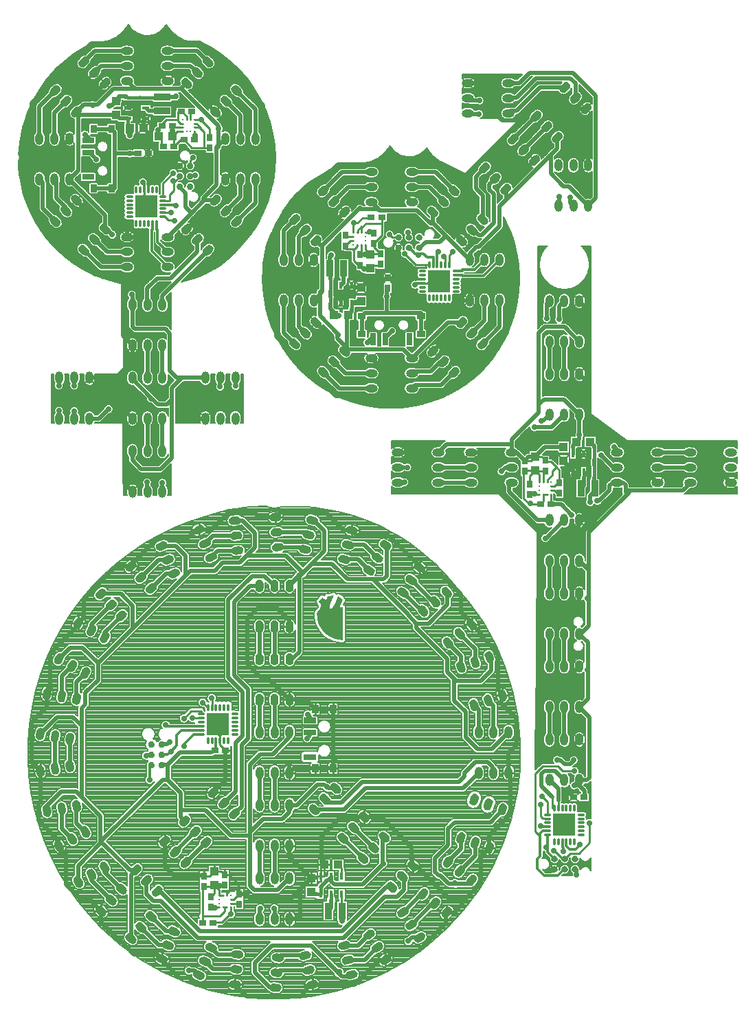
<source format=gtl>
G04 DipTrace 2.4.0.2*
%INfemalemalecrosspeace.gtl*%
%MOMM*%
%ADD10C,0.25*%
%ADD13C,0.508*%
%ADD14C,0.4*%
%ADD15C,0.254*%
%ADD16C,0.305*%
%ADD17C,0.28*%
%ADD18C,0.152*%
%ADD19C,0.203*%
%ADD24O,0.28X1.0*%
%ADD25O,1.0X0.28*%
%ADD26C,0.711*%
%ADD27R,2.7X2.7*%
%ADD29R,0.9X0.4*%
%ADD32O,1.5X1.0*%
%ADD33R,1.0X1.1*%
%ADD34R,1.1X1.0*%
%ADD35R,2.0X0.85*%
%ADD37O,1.0X1.5*%
%ADD40R,0.9X0.7*%
%ADD41R,0.7X0.9*%
%ADD42R,0.275X0.25*%
%ADD43R,0.25X0.275*%
%ADD49R,0.4X0.9*%
%ADD51R,0.85X2.0*%
%ADD56C,0.711*%
%FSLAX53Y53*%
G04*
G71*
G90*
G75*
G01*
%LNTop*%
%LPD*%
X22758Y121254D2*
D13*
X23062D1*
Y121869D1*
X24048D1*
D14*
X24193Y121724D1*
X25757D1*
D13*
D3*
D14*
X26393D1*
X27957D1*
D13*
Y121783D1*
X28447D1*
X28452Y121778D1*
X21927Y120648D2*
X22153D1*
X22758Y121254D1*
X19342Y116438D2*
Y116745D1*
X18931Y117156D1*
X30948Y118021D2*
D15*
X29877D1*
X29704Y118194D1*
X29712Y116937D2*
Y117597D1*
Y118185D1*
X29704Y118194D1*
X30948Y117521D2*
X30297D1*
X29712Y116937D1*
X29867Y115666D2*
Y116782D1*
X29712Y116937D1*
X31106Y116503D2*
X30704D1*
X29867Y115666D1*
X34318Y115519D2*
X33596D1*
X32090D1*
X31106Y116503D1*
X33596Y115519D2*
Y117425D1*
X33005Y118017D1*
X32452D1*
X32448Y118021D1*
X33005Y118017D2*
X33176D1*
X32702Y118491D1*
D10*
X32477D1*
X32448Y118521D1*
X28452Y121778D2*
D13*
X30049D1*
X30114Y121844D1*
X49643Y94977D2*
Y95241D1*
X49164Y95720D1*
Y96403D1*
D14*
X49173Y96412D1*
Y97116D1*
D13*
Y97908D1*
D14*
Y98612D1*
Y99316D1*
D13*
Y100616D1*
X49118Y100671D1*
X50225Y94845D2*
X49776D1*
X49643Y94977D1*
X54435Y91956D2*
X54128D1*
X53717Y91545D1*
X53013Y103597D2*
D15*
Y102526D1*
X52840Y102353D1*
X54097Y102361D2*
X53437D1*
X52848D1*
X52840Y102353D1*
X53513Y103597D2*
Y102946D1*
X54097Y102361D1*
X55367Y102516D2*
X54252D1*
X54097Y102361D1*
X54531Y103755D2*
Y103353D1*
X55367Y102516D1*
X55514Y106967D2*
Y106245D1*
Y104739D1*
X54531Y103755D1*
X55514Y106245D2*
X53608D1*
X53017Y105654D1*
Y105101D1*
X53013Y105097D1*
X53017Y105654D2*
Y105825D1*
X52542Y105351D1*
D10*
Y105126D1*
X52513Y105097D1*
X49118Y100671D2*
D13*
Y102146D1*
X49292Y102320D1*
X81685Y77860D2*
D14*
Y77156D1*
D13*
Y76364D1*
D14*
Y75660D1*
Y74956D1*
D13*
Y73656D1*
X81740Y73602D1*
X81685Y77860D2*
D14*
Y78564D1*
D13*
Y78825D1*
X81215Y79295D1*
X81150Y71881D2*
Y72701D1*
X81589Y73141D1*
Y73602D1*
X81740D1*
X75398Y74385D2*
D15*
Y75491D1*
X75649Y75743D1*
X74898Y74385D2*
Y75261D1*
X74375Y75784D1*
X73164D1*
X73110Y75730D1*
X73743Y74141D2*
Y75152D1*
X74375Y75784D1*
X75089Y71647D2*
X73822D1*
X73707D1*
X73011Y72343D1*
Y75631D1*
X73110Y75730D1*
X75898Y72885D2*
D10*
X75398D1*
D15*
Y71956D1*
X75089Y71647D1*
X75649Y75743D2*
X74416D1*
X74375Y75784D1*
X73822Y71704D2*
Y71647D1*
X50575Y23635D2*
Y21632D1*
X50630Y21577D1*
X50575Y25835D2*
Y26800D1*
X50105Y27270D1*
X36105Y24747D2*
X35546D1*
X35508Y24708D1*
X34878D1*
X34848Y24738D1*
X33430Y20133D2*
Y20932D1*
Y24436D1*
X33578Y24584D1*
X34693D1*
X34848Y24738D1*
Y23779D1*
X34414Y23345D1*
X35932Y23503D2*
X35432D1*
Y24154D1*
X34848Y24738D1*
X36432Y22003D2*
X36115D1*
X35932D1*
X36115D2*
Y21495D1*
X35552Y20932D1*
X33430D1*
X50630Y21577D2*
D13*
Y20336D1*
X50628Y20335D1*
X46664Y45032D2*
Y45463D1*
X46370Y45756D1*
X24118Y104548D2*
X24965D1*
X25665Y103847D1*
Y100419D1*
X25186Y99940D1*
X22767D1*
X20151D1*
X16447Y103644D1*
Y104643D1*
X18443Y106640D1*
Y108500D1*
X17872Y109071D1*
X16447Y103644D2*
X12310Y107781D1*
Y112853D1*
X13817Y114360D1*
X14713D1*
X17009Y116657D1*
X12310Y112853D2*
Y120991D1*
X15532Y124214D1*
X17687D1*
X19065Y122835D1*
X20758D1*
X21408Y123485D1*
X15532Y124214D2*
X19736Y128418D1*
X24896D1*
X26233Y127081D1*
Y126651D1*
X28125Y124759D1*
X29118Y123766D1*
X24896Y128418D2*
X24813Y128501D1*
X33117D1*
X35551Y126067D1*
Y124214D1*
X34063Y122725D1*
Y120885D1*
X34998Y119950D1*
X35551Y126067D2*
X40841Y120778D1*
Y115274D1*
X39783Y114217D1*
X38788D1*
X36227Y111657D1*
X40841Y115274D2*
Y108329D1*
X37411Y104899D1*
X35470D1*
X34405Y105964D1*
X31891D1*
X31462Y105535D1*
X24118Y104548D2*
Y105497D1*
X22928Y106688D1*
Y109333D1*
X25752Y112158D1*
X26749D1*
D16*
Y110331D1*
Y112158D2*
D13*
Y114234D1*
Y117324D1*
X26131Y117942D1*
Y118861D1*
D14*
X26393Y119124D1*
X30617Y113302D2*
D13*
X28552D1*
X27459Y112209D1*
X26697D1*
X26749Y112158D1*
X24193Y120424D2*
D14*
Y120559D1*
D13*
X24891D1*
X26179Y119271D1*
D14*
X26246D1*
X26393Y119124D1*
X24768Y91198D2*
D13*
Y89239D1*
X23534Y88005D1*
Y85530D1*
Y83432D1*
X23737Y83229D1*
X24768Y82198D1*
X22767Y99940D2*
X23570Y99138D1*
Y92396D1*
X24768Y91198D1*
X23737Y83229D2*
Y74229D1*
X24768Y73198D1*
X19468Y87198D2*
X22727D1*
X23534Y88005D1*
X33768Y82198D2*
X32709D1*
X32669Y82238D1*
X23597Y85530D2*
X23534D1*
X26774Y114850D2*
Y114234D1*
X28073Y124708D2*
X28125Y124759D1*
X66326Y96732D2*
Y97579D1*
X67026Y98279D1*
X70454D1*
X70933Y97800D1*
Y92764D1*
X67229Y89060D1*
X66230D1*
X64234Y91057D1*
X62373D1*
X61802Y90486D1*
X67229Y89060D2*
X63092Y84924D1*
X58021D1*
X56513Y86431D1*
Y87327D1*
X54217Y89623D1*
X58021Y84924D2*
X49882D1*
X46660Y88146D1*
Y90301D1*
X48038Y91679D1*
Y93372D1*
X47388Y94022D1*
X46660Y88146D2*
X42455Y92350D1*
Y97510D1*
X43792Y98847D1*
X44222D1*
X46211Y100836D1*
X47107Y101732D1*
X42455Y97510D2*
X42372Y97427D1*
Y105731D1*
X44806Y108165D1*
X46659D1*
X48148Y106676D1*
X49988D1*
X50923Y107612D1*
X44806Y108165D2*
X50108Y113467D1*
X55586D1*
X56656Y112397D1*
Y111402D1*
X59217Y108841D1*
X55586Y113467D2*
X62532D1*
X64434Y111565D1*
X65974Y110025D1*
Y108084D1*
X64909Y107019D1*
Y104505D1*
X65338Y104076D1*
X66326Y96732D2*
X65377D1*
X64186Y95541D1*
X61540D1*
X58715Y98366D1*
Y99362D1*
D16*
X60542D1*
X58715D2*
D13*
X56718D1*
X53968D1*
X52955Y98350D1*
X52035D1*
D14*
X51773Y98612D1*
X57572Y103231D2*
D13*
Y101166D1*
X58664Y100073D1*
Y99311D1*
X58715Y99362D1*
X50473Y96412D2*
D14*
Y96888D1*
D13*
X51248Y97663D1*
Y98087D1*
X51452Y98291D1*
D14*
X51773Y98612D1*
X64434Y111565D2*
D13*
X65306D1*
X68918Y115177D1*
X69848D1*
X71854Y113171D1*
X73513D1*
X74318Y113976D1*
X68918Y115177D2*
X72606Y118865D1*
X70375D1*
X69405Y119835D1*
Y121108D1*
X67031Y123482D1*
X66106D1*
X72606Y118865D2*
X74839Y121098D1*
X76405D1*
X77188Y120315D1*
X80657D1*
X80682Y120340D1*
X80966Y113380D2*
Y114530D1*
X78900Y116596D1*
Y118602D1*
X77188Y120315D1*
X56226Y99532D2*
X56549D1*
X56718Y99362D1*
X45876Y100531D2*
X46181Y100836D1*
X77904Y76970D2*
Y76842D1*
D14*
X79085Y75660D1*
Y76549D1*
X80271Y77735D1*
Y77860D1*
X80385D1*
X77754Y30122D2*
D16*
Y29448D1*
X77860Y29341D1*
Y28916D1*
X76564Y26598D2*
D13*
X76663D1*
X76774Y26709D1*
X77904Y76970D2*
X79142Y75731D1*
Y72439D1*
X80416Y71165D1*
Y69672D1*
X79854D1*
X57504Y78022D2*
X59482D1*
Y74351D1*
X60631Y73201D1*
X68892D1*
X69927D1*
X74831Y68297D1*
Y66662D1*
X77459D1*
X79854Y69057D1*
Y69672D1*
Y60672D2*
Y59446D1*
X78594Y58186D1*
X76554D1*
X74831Y59909D1*
Y66662D1*
Y59909D2*
X74768Y59972D1*
Y50678D1*
X76667Y48779D1*
X76961D1*
X79854Y51672D1*
X74768Y50678D2*
Y41777D1*
X75086Y41459D1*
X78641D1*
X79854Y42672D1*
X66504Y78022D2*
X67612D1*
X68892Y76741D1*
Y73201D1*
X84370Y73185D2*
Y72531D1*
X81511Y69672D1*
X79854D1*
X78405Y40604D2*
X78641Y40840D1*
Y41459D1*
X85848Y78398D2*
X85835D1*
X85246Y78987D1*
X84207Y80026D1*
X82410D1*
X80871Y81566D1*
Y86655D1*
X81078Y86447D1*
X79854Y87672D1*
X81078Y86447D2*
X80871D1*
Y95655D1*
X79854Y96672D1*
X85848Y78398D2*
X86367D1*
X87524Y77241D1*
Y76302D1*
X89504Y74322D1*
X85246Y78987D2*
X95285D1*
X95699Y78573D1*
Y77126D1*
X98504Y74322D1*
X78492Y36178D2*
X78531D1*
X79156Y35553D1*
X79117D1*
X78492Y36178D1*
X34936Y41360D2*
X34766D1*
D16*
X34485Y41078D1*
X34699D1*
X35080Y41460D1*
Y42499D1*
X28375Y39529D2*
D13*
X29102D1*
X30652Y41078D1*
X34485D1*
X47975Y23635D2*
D14*
X47521D1*
D13*
X47055D1*
X46793Y23897D1*
X47975Y23635D2*
D14*
Y24535D1*
D13*
X48777Y25337D1*
D14*
X49275Y25835D1*
X29102Y39529D2*
D13*
Y37724D1*
X30710Y36115D1*
Y33942D1*
Y33122D1*
X31207Y32625D1*
X44133Y43584D2*
Y42938D1*
X42075Y40880D1*
X40510D1*
X39243Y39613D1*
Y31264D1*
Y30818D1*
Y24706D1*
X39821Y24128D1*
X42677D1*
X44133Y25584D1*
Y34584D2*
Y33771D1*
X43267Y32905D1*
X40884D1*
X39243Y31264D1*
X30710Y33942D2*
X33808D1*
X36932Y30818D1*
X39243D1*
X18100Y25154D2*
Y27139D1*
X20856Y29895D1*
Y30078D1*
Y33236D1*
X18520Y35572D1*
X17836Y36256D1*
X16028D1*
X13977Y34204D1*
Y33870D1*
X14238D1*
X18520Y35572D2*
Y44365D1*
X17445Y45439D1*
X15487D1*
X13415Y43367D1*
X18520Y44365D2*
Y46544D1*
X18985Y47010D1*
Y48420D1*
X20520Y49955D1*
Y52070D1*
X18612Y53978D1*
X17082D1*
X15721Y52617D1*
X20904Y60617D2*
X23338D1*
X24821Y59134D1*
Y56371D1*
X20520Y52070D1*
X28405Y66500D2*
X30138D1*
X31330Y65308D1*
Y62881D1*
X24821Y56371D1*
X37409Y69629D2*
X38340D1*
X39900Y68069D1*
Y66301D1*
X38875Y65275D1*
X38024Y64425D1*
X35880D1*
X34915Y63460D1*
X31909D1*
X31330Y62881D1*
X46942Y69665D2*
X47141D1*
X48452Y68355D1*
Y65902D1*
X46858Y64309D1*
X45770Y63220D1*
X44133Y61584D1*
X38875Y65275D2*
X43715D1*
X45770Y63220D1*
X44133Y52584D2*
X44466D1*
X45340Y53458D1*
Y63001D1*
X44133Y61584D1*
X46858Y64309D2*
X49385D1*
X51298Y62396D1*
X54477D1*
X55734D1*
X56132Y62793D1*
Y66442D1*
X55970Y66603D1*
X54477Y62396D2*
Y62329D1*
X58714Y58092D1*
Y58026D1*
X59773Y56967D1*
X61296D1*
X63613Y59284D1*
Y60678D1*
X63514Y60777D1*
X59773Y56967D2*
X59731Y56406D1*
X63534Y52603D1*
Y51015D1*
X64416Y50132D1*
X64681Y49868D1*
X67682D1*
X69005Y51191D1*
Y52569D1*
X68758Y52816D1*
X64416Y50132D2*
Y47485D1*
X65828Y46073D1*
Y42984D1*
X67329Y41484D1*
X69033D1*
X71133Y43584D1*
X70380Y34083D2*
Y33974D1*
X68901Y32495D1*
X64461D1*
X63684Y31718D1*
Y29664D1*
X62074Y28055D1*
Y26390D1*
X62518Y25946D1*
X62740D1*
X63739Y24947D1*
X64534D1*
X66196D1*
X66586Y25336D1*
X29102Y37724D2*
X28502D1*
X20856Y30078D1*
X25207Y26625D2*
X24428D1*
X21274Y29779D1*
X20856Y30078D1*
X31721Y14224D2*
X32419D1*
X32983Y13659D1*
X42392Y12126D2*
X41743D1*
X39858Y14011D1*
Y15209D1*
X41966Y17318D1*
X46806D1*
X50175Y13949D1*
X50592Y13532D1*
X51591D1*
X51789Y13730D1*
X50288Y14062D2*
X50175Y13949D1*
X60156Y18302D2*
X59220D1*
X58784Y17867D1*
X49275Y25835D2*
D14*
Y25199D1*
D13*
X49645Y24829D1*
X53152D1*
X55630Y27307D1*
Y30470D1*
X55817Y30657D1*
X55680Y27397D2*
X55630Y27347D1*
Y27307D1*
X64534Y25015D2*
Y24947D1*
X48736Y36827D2*
X48906Y36657D1*
X49817D1*
X44133Y34584D2*
X45045D1*
X47603Y37143D1*
X48421D1*
X48736Y36827D1*
X24583Y18165D2*
Y26000D1*
X25207Y26625D1*
X21408Y105535D2*
Y107258D1*
X17009Y111657D1*
X34998Y109071D2*
X33641D1*
X32059Y107489D1*
X29118Y104548D1*
X33641Y109071D2*
X33553D1*
Y109371D1*
X35151Y110969D1*
Y115580D1*
X36227Y116657D1*
X35151Y115580D2*
X35363D1*
Y117921D1*
Y118236D1*
X30838Y122762D1*
Y122861D1*
X31462Y123485D1*
X30838Y122762D2*
X25123D1*
X24118Y123766D1*
X25123Y122762D2*
X22450D1*
X20508Y120820D1*
X19866D1*
X18742D1*
X17872Y119950D1*
X18067D1*
Y112714D1*
X17009Y111657D1*
X24193Y119124D2*
D14*
Y117392D1*
D13*
X24511D1*
X24647D1*
Y117725D1*
X24431Y117942D1*
X24193Y119124D2*
X23188D1*
X22758Y119554D1*
X18269D1*
X17872Y119950D1*
X30617Y110762D2*
Y110658D1*
X31316Y109959D1*
Y108231D1*
X32059Y107489D1*
X26249Y110331D2*
D16*
Y111096D1*
X26053Y111291D1*
X19992Y110538D2*
D13*
X22192D1*
X19992Y117838D2*
X22192D1*
X19866Y120792D2*
Y120820D1*
X19992Y110538D2*
X22551D1*
Y114824D1*
X24455D1*
X25599Y109181D2*
X26499Y108281D1*
X26249Y110331D2*
D15*
Y108531D1*
X26499Y108281D1*
X24443Y117051D2*
D14*
Y117324D1*
X24511Y117392D1*
X24431Y117942D2*
D13*
Y117064D1*
X24443Y117051D1*
X26499Y108281D2*
X27399D1*
X26249Y110331D2*
D17*
Y109577D1*
D13*
Y108531D1*
X26499Y108281D1*
X22551Y114824D2*
Y117479D1*
X22192Y117838D1*
X24768Y96198D2*
Y97383D1*
X24692Y97460D1*
X21408Y105535D2*
X21585D1*
X22288Y104833D1*
X24768Y78198D2*
Y77039D1*
X25848Y75959D1*
X28228D1*
X29636Y77368D1*
Y84557D1*
Y85965D1*
X30899Y87228D1*
X33738D1*
X33768Y87198D1*
X24768D2*
Y87044D1*
X27107Y84705D1*
X27888Y83925D1*
X29004D1*
X29636Y84557D1*
X24768Y96198D2*
Y93536D1*
X25085Y93219D1*
X28859D1*
X29381Y92697D1*
Y88045D1*
X30198Y87228D1*
X30899D1*
X19468Y82198D2*
X20666D1*
X21830Y83362D1*
X27049Y84647D2*
X27107Y84705D1*
X31448Y119021D2*
D15*
Y119371D1*
X30986Y119833D1*
X30949D1*
X30789Y119992D1*
X28567Y115666D2*
X28351D1*
Y116598D1*
X28012Y116937D1*
X28404Y118194D2*
X28213D1*
X28014Y117995D1*
X27882Y117862D1*
Y117067D1*
X28012Y116937D1*
X30789Y119992D2*
X30403D1*
Y119148D1*
X30256Y119002D1*
X28972D1*
X28375Y118404D1*
Y118223D1*
X28404Y118194D1*
X30948Y118521D2*
X30737D1*
X30403Y118856D1*
Y119148D1*
X27934Y117702D2*
X28014Y117783D1*
Y117995D1*
X24455Y114824D2*
D13*
X25448D1*
X25474Y114850D1*
X35417Y117921D2*
X35363D1*
X65338Y94022D2*
X63615D1*
X59217Y89623D1*
X61802Y107612D2*
Y106255D1*
X63385Y104673D1*
X66326Y101732D1*
X61802Y106255D2*
Y106167D1*
X61502D1*
X59833Y107836D1*
X55222D1*
X55096Y107961D1*
X54217Y108841D1*
X55096Y107961D2*
X52821D1*
X52677D1*
X48168Y103452D1*
X48012D1*
X47388Y104076D1*
X48168Y103452D2*
Y97793D1*
X47107Y96732D1*
X48168Y97793D2*
X47869D1*
Y94832D1*
X50054Y92648D1*
Y92480D1*
Y92027D1*
X50923Y91157D1*
Y90486D1*
Y90681D1*
X58159D1*
X59217Y89623D1*
X51773Y96412D2*
D14*
X52227D1*
D13*
X52717D1*
X52955Y96650D1*
X51773Y96412D2*
D14*
Y95708D1*
D13*
Y95407D1*
X51343Y94977D1*
X51198Y94832D1*
Y90761D1*
X50923Y90486D1*
X60112Y103231D2*
X60215D1*
X60914Y103930D1*
X62642D1*
X63385Y104673D1*
X60542Y98862D2*
D16*
X59778D1*
X59582Y98667D1*
X60335Y92606D2*
D13*
Y94806D1*
X53035Y92606D2*
Y94806D1*
X50081Y92480D2*
X50054D1*
X60335Y92606D2*
Y95165D1*
X56120D1*
Y97211D1*
X61692Y98212D2*
X62592Y99112D1*
X60542Y98862D2*
D15*
X62342D1*
X62592Y99112D1*
X52262Y96446D2*
D14*
X52228Y96412D1*
X52227D1*
X52955Y96650D2*
D13*
X52466D1*
X52262Y96446D1*
X62592Y99112D2*
Y100012D1*
X60542Y98862D2*
D17*
X61296D1*
D13*
X62342D1*
X62592Y99112D1*
X56120Y95165D2*
X53394D1*
X53035Y94806D1*
X66326Y101732D2*
Y102456D1*
X67157Y103287D1*
X67432D1*
X70037Y105892D1*
Y108344D1*
X70827Y109134D1*
Y110396D1*
X70783Y110440D1*
X70827Y109134D2*
X76332Y114639D1*
X77139Y115446D1*
Y116796D1*
X77147Y116804D1*
X76332Y114639D2*
Y112363D1*
X77922Y110773D1*
X78573D1*
X80966Y108380D1*
X71106Y123482D2*
X72428D1*
X73714Y124768D1*
X79047D1*
X81900Y121914D1*
Y109314D1*
X80966Y108380D1*
X52013Y104097D2*
D15*
X51663D1*
X51201Y103635D1*
Y103598D1*
X51041Y103438D1*
X55367Y101216D2*
Y101000D1*
X54436D1*
X54097Y100661D1*
X52840Y101053D2*
Y100862D1*
X53039Y100663D1*
X53171Y100531D1*
X53966D1*
X54097Y100661D1*
X51041Y103438D2*
Y103052D1*
X51885D1*
X52032Y102905D1*
Y101621D1*
X52629Y101024D1*
X52810D1*
X52840Y101053D1*
X52513Y103597D2*
Y103386D1*
X52178Y103052D1*
X51885D1*
X53331Y100583D2*
X53251Y100663D1*
X53039D1*
X56120Y97211D2*
D13*
Y98126D1*
X56226Y98232D1*
X52821Y108046D2*
Y107961D1*
X79085Y77860D2*
D14*
Y78564D1*
D13*
Y78865D1*
X79515Y79295D1*
X78254Y30122D2*
D16*
Y29575D1*
X78635Y29193D1*
X79427D1*
X79929Y29695D1*
Y29751D1*
X79501Y26059D2*
D13*
Y26521D1*
X79314Y26709D1*
X71504Y78022D2*
Y79018D1*
X63500D1*
X62504Y78022D1*
X79854Y55672D2*
X79989D1*
X80974Y56656D1*
Y60049D1*
Y63552D1*
X79854Y64672D1*
Y46672D2*
X79916D1*
X80925Y47681D1*
Y51221D1*
Y54600D1*
X79854Y55672D1*
Y37672D2*
X80755D1*
X81084Y38001D1*
Y45442D1*
X79854Y46672D1*
X78904Y33072D2*
X78004Y32172D1*
X79854Y37672D2*
X79845D1*
X79208Y37034D1*
X71504Y79018D2*
Y79581D1*
X74867Y82945D1*
Y83900D1*
X75505Y84537D1*
X77988D1*
X79854Y82672D1*
X74867Y83900D2*
Y92764D1*
X75595Y93491D1*
X78034D1*
X79854Y91672D1*
X93504Y74322D2*
Y74240D1*
X92594Y73330D1*
X85794D1*
X85544Y73080D1*
X85980D1*
X81052Y68152D1*
Y63702D1*
X79854Y64672D1*
X84504Y74322D2*
X85228D1*
X85544Y74006D1*
Y73080D1*
X80867Y51258D2*
X80925D1*
X80867Y60049D2*
X80974D1*
X82063Y72041D2*
X82248D1*
X83572Y73365D1*
Y73959D1*
X83935Y74322D1*
X84504D1*
X79854Y82672D2*
Y80177D1*
X79867D1*
X79208Y37034D2*
X79788D1*
X80492Y36330D1*
Y35589D1*
X80456Y35553D1*
X73110Y77030D2*
D15*
X73921D1*
X74375Y77484D1*
X75208D1*
X75649Y77043D1*
X77413Y74308D2*
Y75844D1*
X77021Y76236D1*
X76339Y76918D1*
X75774D1*
X75649Y77043D1*
X76398Y73885D2*
X76798D1*
X77110Y74198D1*
X77302D1*
X77413Y74308D1*
X75898Y74385D2*
Y74627D1*
X76540Y75269D1*
Y75755D1*
X77021Y76236D1*
X79867Y80177D2*
D13*
Y79646D1*
X79515Y79295D1*
X71504Y78022D2*
X72117D1*
X73110Y77030D1*
X77904Y78670D2*
X75561D1*
X74375Y77484D1*
X73564D1*
X73110Y77030D1*
X47975Y25835D2*
D15*
Y26840D1*
X48405Y27270D1*
X47975Y25835D2*
X47031D1*
X46793Y25597D1*
X33578Y25884D2*
X34293D1*
X34848Y26438D1*
X35713D1*
X36105Y26047D1*
X36682D1*
X37793Y24936D1*
Y24443D1*
Y23773D1*
X37904Y23662D1*
X36932Y23003D2*
X37245D1*
X37904Y23662D1*
X36432Y23503D2*
Y23754D1*
X36927Y24248D1*
X37598D1*
X37793Y24443D1*
X36230Y45449D2*
D13*
X35330Y44549D1*
X35580Y42499D2*
D17*
Y43253D1*
D13*
Y43399D1*
X35330Y43649D1*
X35580Y42499D2*
D15*
Y42016D1*
X36236Y41360D1*
D13*
Y37653D1*
X35415Y36832D1*
X34743Y36160D1*
X28375Y42069D2*
X29052D1*
X29352Y42368D1*
X44133Y20584D2*
X45192D1*
X45431Y20823D1*
Y24236D1*
X46793Y25597D1*
X44133Y29584D2*
Y28257D1*
X46793Y25597D1*
X44133Y47584D2*
X46162D1*
X47314Y46432D1*
X49514D1*
Y40307D1*
Y39132D1*
X48523D1*
X47314D1*
X44682D1*
X44133Y38584D1*
X53353Y33122D2*
X54455D1*
X55468D1*
X59155Y29435D1*
Y27320D1*
X59353Y27122D1*
X53353Y33122D2*
X50481D1*
X48092Y30732D1*
Y27583D1*
X48405Y27270D1*
X55972Y15564D2*
X57071Y16663D1*
X59980D1*
X63438Y20121D1*
Y21314D1*
X63514Y21391D1*
X46942Y12503D2*
X52129D1*
X55190Y15564D1*
X55972D1*
X37409Y12539D2*
Y12517D1*
X38877Y11049D1*
X45572D1*
X46682Y12569D1*
X46942Y12503D1*
X63514Y21391D2*
X64376D1*
X65561Y22577D1*
X65357D1*
X67755Y24975D1*
Y28347D1*
X68761Y29353D1*
Y30885D1*
X71379Y33503D1*
Y38339D1*
X71133Y38584D1*
Y40975D1*
X72128Y41969D1*
Y45241D1*
X70277Y47091D1*
Y48087D1*
X70382D1*
Y48282D1*
X69809Y48855D1*
Y53352D1*
X67722Y55439D1*
Y55763D1*
X66653Y56832D1*
X66585D1*
Y57076D1*
X65264Y58397D1*
Y60551D1*
X62925Y62890D1*
X61135D1*
X60156Y63869D1*
Y64026D1*
X56393Y67789D1*
X52438D1*
X51789Y68438D1*
X50794D1*
X48698Y70534D1*
X47735D1*
X47414Y70855D1*
X43205D1*
X42392Y70042D1*
X40388D1*
X39577Y70854D1*
X36856D1*
X34511Y68509D1*
X32984D1*
X32630D1*
X31750Y67628D1*
X28038D1*
X24583Y64173D1*
Y64004D1*
X22790D1*
X18794Y60008D1*
Y57709D1*
X18100Y57014D1*
Y56793D1*
X14615Y53309D1*
Y48676D1*
X14238Y48299D1*
X28743Y30160D2*
Y29064D1*
Y27076D1*
X29933Y25886D1*
X32685D1*
X32752Y25953D1*
X33508D1*
X33578Y25884D1*
X14238Y48299D2*
Y46707D1*
X12346Y44815D1*
Y39871D1*
X13415Y38802D1*
Y35077D1*
X13198Y34860D1*
Y32708D1*
X15515Y30390D1*
Y29551D1*
X15720D1*
Y29237D1*
X16645Y28312D1*
X15720Y29551D2*
Y29394D1*
X16622Y28493D1*
Y24805D1*
X18569Y22857D1*
X19598D1*
X20904Y21551D1*
Y20166D1*
X22894Y18176D1*
Y18342D1*
X24993Y16243D1*
X27831D1*
X28405Y15669D1*
Y15492D1*
X30559Y13338D1*
X31788D1*
X32607Y12519D1*
X37389D1*
X44133Y38584D2*
Y39577D1*
X43951Y39759D1*
X44133Y56584D2*
Y57316D1*
X42404Y59045D1*
X40443D1*
X38972Y57574D1*
Y51936D1*
X40933Y49974D1*
X41743D1*
X44133Y47584D1*
X37904Y23662D2*
X38753D1*
X39245Y23170D1*
X44365D1*
X45431Y24236D1*
X48523Y39046D2*
Y39132D1*
X49644Y40307D2*
X49514D1*
X59353Y27122D2*
X59771D1*
X63997Y22896D1*
X65243D1*
X65561Y22577D1*
X35237Y37009D2*
X35415Y36832D1*
X28452Y120078D2*
X26739D1*
D14*
X26393Y120424D1*
X50818Y100671D2*
D13*
Y98957D1*
D14*
X50473Y98612D1*
X80385Y75660D2*
Y74956D1*
D13*
Y73947D1*
X80040Y73602D1*
X49275Y23635D2*
D14*
Y22931D1*
D13*
Y21922D1*
X48930Y21577D1*
X31887Y113302D2*
D15*
Y113963D1*
X32226Y114302D1*
X28549Y109531D2*
Y111169D1*
X29805Y112426D1*
X57572Y104501D2*
X56805D1*
X56461Y104845D1*
X61342Y101162D2*
X59658D1*
X58357Y102464D1*
X75954Y30922D2*
D16*
Y29390D1*
Y28799D1*
X76774Y27979D1*
X79163Y40129D2*
D13*
Y40065D1*
X78734Y39635D1*
X78008D1*
X77478Y40165D1*
X77105D1*
X75741Y29390D2*
D16*
X75954D1*
X27105Y39529D2*
X26904D1*
Y37755D1*
X26876Y37727D1*
X33280Y43299D2*
X32359D1*
X31137Y42078D1*
Y41884D1*
X28549Y108531D2*
X29954D1*
X30111Y108374D1*
X31887Y112032D2*
X32420D1*
X32529Y112141D1*
X62342Y101162D2*
Y102568D1*
X62499Y102725D1*
X58842Y104501D2*
Y105034D1*
X58733Y105143D1*
X75954Y31922D2*
X75179D1*
X75086Y32016D1*
X76689Y29011D2*
X76760D1*
X77792Y27979D1*
X78044D1*
X81099Y32415D2*
D15*
Y29985D1*
X79797Y28682D1*
X78747D1*
X78044Y27979D1*
X33280Y44299D2*
D16*
X29038D1*
X28881Y44456D1*
X27105Y40799D2*
X26573D1*
X26464Y40690D1*
X28549Y109031D2*
D15*
X29399D1*
Y109782D1*
X29899Y110282D1*
Y111248D1*
X30617Y111966D1*
Y112032D1*
X29823Y111419D2*
Y111248D1*
X29899D1*
X61842Y101162D2*
D16*
Y102013D1*
X61091D1*
X60591Y102513D1*
X60055D1*
X59625D1*
X58907Y103231D1*
X58842D1*
X60055Y102310D2*
Y102513D1*
X75954Y31422D2*
X75380D1*
X75039Y31080D1*
Y30732D1*
Y28287D1*
X74690Y27938D1*
Y26767D1*
X75519Y25937D1*
X77222D1*
X77994Y26709D1*
X78044D1*
X79270Y38796D2*
D15*
X77807D1*
X77184Y39420D1*
X75379D1*
X74429Y38469D1*
Y31342D1*
X75039Y30732D1*
X33280Y43799D2*
D16*
X30841D1*
X30235Y43194D1*
Y41922D1*
X29151Y40838D1*
X28375D1*
Y40799D1*
X29512Y41197D2*
X30235Y41921D1*
Y41922D1*
X27749Y106231D2*
Y105477D1*
X27882D1*
Y103934D1*
X29118Y102698D1*
X64642Y100362D2*
X65396D1*
Y100496D1*
X66940D1*
X68176Y101732D1*
X76754Y34222D2*
D17*
X76551D1*
Y35580D1*
D13*
X75200Y36930D1*
Y38452D1*
X75576Y38828D1*
X76847D1*
X78004Y37672D1*
X34080Y46599D2*
D15*
X33452Y47228D1*
X33430D1*
X42283Y20584D2*
D13*
Y21859D1*
X42267D1*
X27249Y106231D2*
D16*
Y105477D1*
X27138D1*
Y102829D1*
X29118Y100848D1*
X64642Y99862D2*
X65396D1*
Y99751D1*
X68045D1*
X70026Y101732D1*
X77254Y34222D2*
D17*
Y35181D1*
D13*
Y36572D1*
X76154Y37672D1*
X34580Y46599D2*
D15*
Y47787D1*
X34549D1*
X40433Y20584D2*
D13*
Y21777D1*
X40515Y21859D1*
X19342Y114938D2*
X19525D1*
X20349Y114114D1*
X55935Y91956D2*
Y92139D1*
X56759Y92962D1*
X46664Y43532D2*
Y43187D1*
X46301Y42824D1*
X24118Y100848D2*
X20863D1*
X18792Y102919D1*
X70026Y96732D2*
Y93477D1*
X67954Y91406D1*
X76154Y42672D2*
Y46672D1*
X40433Y25584D2*
Y29584D1*
X24118Y102698D2*
X21629D1*
X20100Y104227D1*
X68176Y96732D2*
Y94243D1*
X66646Y92714D1*
X78004Y42672D2*
Y46672D1*
X42283Y25584D2*
Y29584D1*
X15256Y106454D2*
Y106546D1*
X13723Y108079D1*
Y111243D1*
X13309Y111657D1*
X64419Y87870D2*
X64327D1*
X62794Y86337D1*
X59630D1*
X59217Y85923D1*
X76154Y51672D2*
Y55672D1*
X40433Y34584D2*
Y38584D1*
X16564Y107763D2*
Y108143D1*
X15376Y109331D1*
Y111440D1*
X15159Y111657D1*
X63111Y89178D2*
X62730D1*
X61542Y87990D1*
X59434D1*
X59217Y87773D1*
X78004Y51672D2*
Y55672D1*
X42283Y34584D2*
Y38584D1*
X13309Y116657D2*
Y120619D1*
X15256Y122566D1*
X54217Y85923D2*
X50254D1*
X48307Y87870D1*
X76154Y60672D2*
Y64672D1*
X40433Y43584D2*
Y47584D1*
X15159Y116657D2*
Y119853D1*
X16564Y121258D1*
X54217Y87773D2*
X51020D1*
X49615Y89178D1*
X78004Y60672D2*
Y64672D1*
X42283Y43584D2*
Y47584D1*
X24118Y125616D2*
X20922D1*
X20100Y124794D1*
X45257Y96732D2*
Y93536D1*
X46080Y92714D1*
X78004Y69672D2*
X75793Y67461D1*
X75662D1*
X71504Y76172D2*
X70747D1*
X70265Y75690D1*
X42283Y52584D2*
Y56584D1*
X24118Y127466D2*
X20156D1*
X18792Y126102D1*
X43407Y96732D2*
Y92770D1*
X44771Y91406D1*
X76154Y69672D2*
X74704D1*
X71227Y73149D1*
Y74431D1*
X71394D1*
X71504Y74322D1*
X40433Y52584D2*
Y56584D1*
X29118Y127466D2*
X32714D1*
X34078Y126102D1*
X43407Y101732D2*
Y105328D1*
X44771Y106692D1*
X66504Y74322D2*
X62504D1*
X40433Y61584D2*
X39253D1*
X37298Y59629D1*
Y50577D1*
X39010Y48865D1*
Y42776D1*
X38221Y41987D1*
Y34406D1*
X37359Y33544D1*
X29118Y125616D2*
X31948D1*
X32770Y124794D1*
X45257Y101732D2*
Y104562D1*
X46080Y105384D1*
X66504Y76172D2*
X62504D1*
X36051Y34852D2*
X37465Y36266D1*
Y42246D1*
X38329Y43110D1*
Y48584D1*
X36588Y50325D1*
Y59857D1*
X39532Y62800D1*
X41067D1*
X42283Y61584D1*
X38077Y116657D2*
Y119487D1*
X36306Y121258D1*
X54217Y110691D2*
X51387D1*
X49615Y108920D1*
X58659Y76188D2*
X57504D1*
Y76172D1*
X74295Y81129D2*
X76461D1*
X78004Y82672D1*
X30051Y28852D2*
X32516Y31316D1*
X39927Y116657D2*
Y120253D1*
X37614Y122566D1*
X54217Y112541D2*
X50620D1*
X48307Y110228D1*
X57504Y74322D2*
X58254D1*
X58288Y74356D1*
X75141Y81898D2*
X75380D1*
X76154Y82672D1*
X31359Y27544D2*
X33824Y30008D1*
X39927Y111657D2*
Y108768D1*
X37614Y106454D1*
X59217Y112541D2*
X62105D1*
X64419Y110228D1*
X76154Y87672D2*
Y91672D1*
X27824Y24008D2*
X28177D1*
X33126Y19060D1*
X50616D1*
X56062Y24506D1*
X56737D1*
X38077Y111657D2*
Y109534D1*
X36306Y107763D1*
X59217Y110691D2*
X61339D1*
X63111Y108920D1*
X78004Y87672D2*
Y91672D1*
X26516Y25316D2*
Y23646D1*
X27364Y22798D1*
X28307D1*
X32835Y18269D1*
X50790D1*
X55847Y23326D1*
X57398D1*
X58269Y24197D1*
Y25590D1*
X58045Y25814D1*
X17618Y87198D2*
Y86285D1*
X17594Y86260D1*
X35585Y86114D2*
Y87164D1*
X35618Y87198D1*
X67954Y106692D2*
Y109634D1*
X67108Y110480D1*
Y111998D1*
X68166Y113057D1*
X53201Y28041D2*
X50737Y30506D1*
X66646Y105384D2*
X66870D1*
X67450Y104804D1*
X67832D1*
X69310Y106282D1*
Y109844D1*
X68772Y110382D1*
Y111045D1*
X69475Y111748D1*
X89504Y78022D2*
X93504D1*
X52045Y31814D2*
X54509Y29349D1*
X32770Y104227D2*
Y102766D1*
X29471Y99467D1*
X27826D1*
X26591Y98232D1*
Y96225D1*
X26618Y96198D1*
X71702Y116592D2*
X74530Y119421D1*
X89504Y76172D2*
X93504D1*
X33280Y45799D2*
D15*
Y46211D1*
X32033D1*
X31103Y45280D1*
X35432Y22003D2*
D10*
X35065D1*
D13*
X34981Y21918D1*
X34541D1*
X34414Y22045D1*
X28468Y96198D2*
Y97309D1*
X34078Y102919D1*
X73010Y115284D2*
X75839Y118112D1*
X76398Y72885D2*
D15*
Y71647D1*
X76389D1*
D13*
X77605D1*
X78928Y70323D1*
X75954Y32922D2*
D15*
Y32951D1*
X75346D1*
X75092Y33206D1*
Y34630D1*
X33280Y45299D2*
X32193D1*
X32189Y45303D1*
X36932Y22003D2*
Y21205D1*
X36901Y21173D1*
X36779D1*
X35761Y20155D1*
X34753D1*
X34730Y20133D1*
X28468Y91198D2*
D13*
Y87198D1*
X79374Y121648D2*
Y123462D1*
X78753Y124083D1*
X74496D1*
X72099Y121685D1*
X71159D1*
X71106Y121632D1*
X76398Y73385D2*
D15*
X76739D1*
X77116Y73008D1*
X77413D1*
X36932Y22503D2*
X37762D1*
X37904Y22362D1*
X26618Y91198D2*
D13*
Y87198D1*
X78066Y122956D2*
X74985D1*
X72099Y120070D1*
X71394D1*
X71106Y119782D1*
X50881Y17317D2*
X52603D1*
X53946Y18660D1*
X26618Y78198D2*
Y82198D1*
X77380Y109542D2*
Y108494D1*
X77266Y108380D1*
X67503Y119695D2*
X66194D1*
X66106Y119782D1*
X74898Y72885D2*
D15*
X74519D1*
X73787D1*
X73743Y72841D1*
X74292Y72899D2*
X74519D1*
X75954Y33422D2*
Y34970D1*
X75218Y35706D1*
X60595Y23664D2*
D13*
X60396D1*
X58130Y21398D1*
X28468Y78198D2*
Y82198D1*
X78758Y109450D2*
Y108738D1*
X79116Y108380D1*
X67549Y121349D2*
X66390D1*
X66106Y121632D1*
X75826Y94511D2*
Y96344D1*
X76154Y96672D1*
X84504Y78022D2*
Y78328D1*
X84131Y78701D1*
X47201Y34041D2*
X50854D1*
X53487Y36674D1*
X65523D1*
X67433Y38584D1*
X15768Y82198D2*
Y83123D1*
X15732Y83158D1*
X28468Y74291D2*
Y73198D1*
X77352Y94402D2*
Y96020D1*
X78004Y96672D1*
X84504Y76172D2*
X84061D1*
X82531Y77702D1*
X48509Y35349D2*
Y34944D1*
X50535D1*
X53041Y37450D1*
X65013D1*
X65682Y38119D1*
Y38565D1*
X67001Y39883D1*
X68579D1*
X69125Y39337D1*
Y38742D1*
X69283Y38584D1*
X17618Y82198D2*
Y83097D1*
X17594Y83122D1*
X26571Y74327D2*
Y73245D1*
X26618Y73198D1*
X67433Y43584D2*
Y46335D1*
X66882Y46886D1*
X53513Y105097D2*
D15*
X53774D1*
X53816Y105055D1*
X54531D1*
X53964Y105182D2*
X53838Y105055D1*
X53816D1*
X63842Y101162D2*
Y102283D1*
X64268Y102708D1*
X69283Y43584D2*
D13*
Y46835D1*
X68632Y47487D1*
X15768Y87198D2*
Y86332D1*
X15696Y86260D1*
X37482Y86187D2*
Y87184D1*
X37468Y87198D1*
X52088Y106278D2*
D15*
X52013D1*
Y105097D1*
X52088Y106278D2*
X52513D1*
X53126Y106891D1*
X54138D1*
X54214Y106967D1*
X63342Y101162D2*
Y101997D1*
X63186Y102154D1*
X65259Y51615D2*
D13*
Y52965D1*
X63665Y54559D1*
X32448Y117521D2*
D15*
Y117259D1*
X32406Y117217D1*
Y116503D1*
X32533Y117069D2*
X32406Y117196D1*
Y117217D1*
X28549Y107031D2*
X28784D1*
X29187Y106628D1*
X29842D1*
X29946Y106525D1*
X67009Y52216D2*
D13*
Y53812D1*
X65125Y55695D1*
X33278Y118990D2*
D15*
Y119021D1*
X32448D1*
X33278Y118990D2*
Y118871D1*
X34242Y117907D1*
Y116895D1*
X34318Y116819D1*
X28549Y107531D2*
X29503D1*
X29566Y107594D1*
X62054Y59641D2*
D13*
X61823D1*
X59144Y62320D1*
X31948Y119021D2*
D15*
Y119851D1*
X32089Y119992D1*
X60594Y58505D2*
D13*
X60399D1*
X58132Y60771D1*
X50881Y64851D2*
X52601D1*
X53947Y63506D1*
X51335Y66644D2*
X53369D1*
X54958Y65055D1*
X42545Y68199D2*
X46161D1*
X46488Y67872D1*
X42698Y66355D2*
X45757D1*
X46034Y66079D1*
X37715Y65942D2*
X35292D1*
X34470Y65120D1*
X37562Y67786D2*
X34698D1*
X33727Y66814D1*
X29891Y63112D2*
X28919D1*
X27089Y61281D1*
X29148Y64806D2*
X27999D1*
X25836Y62642D1*
X62055Y22528D2*
X61821D1*
X59143Y19850D1*
X65260Y30551D2*
Y29203D1*
X63666Y27609D1*
X21354Y55253D2*
Y55839D1*
X23410Y57895D1*
X19727Y56134D2*
Y56826D1*
X22157Y59256D1*
X17888Y47690D2*
Y49769D1*
X18975Y50856D1*
X16063Y47994D2*
Y50452D1*
X17348Y51737D1*
X17065Y39411D2*
Y42758D1*
X15240Y39106D2*
Y43062D1*
X16063Y34174D2*
Y31717D1*
X17348Y30432D1*
X17888Y34479D2*
Y32399D1*
X18975Y31312D1*
X21354Y26915D2*
Y26329D1*
X23410Y24274D1*
X19727Y26035D2*
Y25342D1*
X22157Y22912D1*
X29148Y17363D2*
X27999D1*
X25836Y19526D1*
X29892Y19057D2*
X28919D1*
X27089Y20887D1*
X37715Y16226D2*
X35291D1*
X34470Y17047D1*
X37562Y14383D2*
X34697D1*
X33727Y15353D1*
X46034Y16090D2*
X42975D1*
X42698Y15813D1*
X46488Y14297D2*
X42872D1*
X42545Y13970D1*
X67011Y29952D2*
Y28357D1*
X65126Y26473D1*
X51335Y15523D2*
X53371D1*
X54959Y17112D1*
X52013Y104597D2*
D15*
X51182D1*
X51041Y104738D1*
D56*
X24455Y114824D3*
X56120Y97211D3*
X32226Y114302D3*
X32529Y112141D3*
X30111Y108374D3*
X29805Y112426D3*
X26053Y111291D3*
X21927Y120648D3*
X19866Y120792D3*
X24443Y117051D3*
X18931Y117156D3*
X20349Y114114D3*
X24692Y97460D3*
X22288Y104833D3*
X26571Y74327D3*
X28468Y74291D3*
X17594Y83122D3*
X15732Y83158D3*
X15696Y86260D3*
X17594D3*
X35585Y86114D3*
X37482Y86187D3*
X21830Y83362D3*
X32669Y82238D3*
X23597Y85530D3*
X27049Y84647D3*
X32533Y117069D3*
X33278Y118990D3*
X29743Y117597D3*
X27934Y117702D3*
X30114Y121844D3*
X29946Y106525D3*
X29566Y107594D3*
X29823Y111419D3*
X35417Y117921D3*
X28073Y124708D3*
X60055Y102310D3*
X45876Y100531D3*
X52821Y108046D3*
X56461Y104845D3*
X58733Y105143D3*
X62499Y102725D3*
X58357Y102464D3*
X59582Y98667D3*
X50225Y94845D3*
X50081Y92480D3*
X52262Y96446D3*
X53717Y91545D3*
X56759Y92962D3*
X67549Y121349D3*
X67503Y119695D3*
X77380Y109542D3*
X78758Y109450D3*
X53964Y105182D3*
X52088Y106278D3*
X53437Y102392D3*
X53331Y100583D3*
X64268Y102708D3*
X63186Y102154D3*
X49292Y102320D3*
X80867Y51258D3*
Y60049D3*
X75141Y81898D3*
X74295Y81129D3*
X75086Y32016D3*
X76689Y29011D3*
X79929Y29751D3*
X77860Y28916D3*
X76564Y26598D3*
X79501Y26059D3*
X58288Y74356D3*
X58659Y76188D3*
X77352Y94402D3*
X75826Y94511D3*
X82531Y77702D3*
X84131Y78701D3*
X84370Y73185D3*
X85848Y78398D3*
X81150Y71881D3*
X70265Y75690D3*
X79208Y37034D3*
X78405Y40604D3*
X75662Y67461D3*
X73822Y71704D3*
X82063Y72041D3*
X79867Y80177D3*
X78492Y36178D3*
X74292Y72899D3*
X78928Y70323D3*
X75218Y35706D3*
X75092Y34630D3*
X81099Y32415D3*
X79270Y38796D3*
X79163Y40129D3*
X77105Y40165D3*
X75741Y29390D3*
X26876Y37727D3*
X26464Y40690D3*
X28881Y44456D3*
X31137Y41884D3*
X16645Y28312D3*
X50628Y20335D3*
X46301Y42824D3*
X46370Y45756D3*
X33430Y47228D3*
X34549Y47787D3*
X40515Y21859D3*
X42267D3*
X32189Y45303D3*
X31103Y45280D3*
X29512Y41197D3*
X29352Y42368D3*
X31721Y14224D3*
X50288Y14062D3*
X58784Y17867D3*
X55680Y27397D3*
X64534Y25015D3*
X48736Y36827D3*
X43951Y39759D3*
X48523Y39046D3*
X49644Y40307D3*
X54455Y33115D3*
X28773Y29064D3*
X35237Y37009D3*
X34981Y21918D3*
X36901Y21173D3*
X35508Y24708D3*
X24181Y130465D2*
D18*
X24436D1*
X28801D2*
X29053D1*
X24069Y130316D2*
X24546D1*
X28691D2*
X29165D1*
X23957Y130167D2*
X24672D1*
X28565D2*
X29277D1*
X23848Y130018D2*
X24820D1*
X28417D2*
X29387D1*
X23733Y129869D2*
X24996D1*
X28241D2*
X29499D1*
X23552Y129720D2*
X25208D1*
X28029D2*
X29680D1*
X23371Y129571D2*
X25479D1*
X27758D2*
X29863D1*
X23188Y129422D2*
X25872D1*
X27365D2*
X30044D1*
X23007Y129273D2*
X30225D1*
X22771Y129124D2*
X30461D1*
X22462Y128975D2*
X30773D1*
X22150Y128826D2*
X31082D1*
X21723Y128676D2*
X31509D1*
X20045Y128527D2*
X20171D1*
X20992D2*
X32242D1*
X33056D2*
X33180D1*
X19742Y128378D2*
X33473D1*
X19437Y128229D2*
X33768D1*
X19161Y128080D2*
X23500D1*
X24738D2*
X28499D1*
X29736D2*
X34061D1*
X18899Y127931D2*
X23317D1*
X24919D2*
X28318D1*
X29917D2*
X34354D1*
X18635Y127782D2*
X19802D1*
X25019D2*
X28218D1*
X33068D2*
X34592D1*
X18390Y127633D2*
X19652D1*
X25072D2*
X28165D1*
X33218D2*
X34826D1*
X18159Y127484D2*
X19505D1*
X25093D2*
X28144D1*
X33365D2*
X35061D1*
X17928Y127335D2*
X19355D1*
X25081D2*
X28156D1*
X33515D2*
X35297D1*
X17699Y127186D2*
X19207D1*
X25036D2*
X28201D1*
X33665D2*
X35533D1*
X17497Y127037D2*
X19057D1*
X24948D2*
X28289D1*
X33813D2*
X35742D1*
X17292Y126888D2*
X18614D1*
X20247D2*
X23443D1*
X24793D2*
X28444D1*
X29794D2*
X32623D1*
X34256D2*
X35935D1*
X17090Y126739D2*
X18412D1*
X20099D2*
X32771D1*
X34458D2*
X36128D1*
X16894Y126590D2*
X18262D1*
X19949D2*
X32921D1*
X34608D2*
X36321D1*
X16716Y126440D2*
X18112D1*
X19799D2*
X33071D1*
X34758D2*
X36512D1*
X16537Y126291D2*
X18007D1*
X19685D2*
X23638D1*
X24598D2*
X28639D1*
X29598D2*
X33185D1*
X34863D2*
X36704D1*
X16356Y126142D2*
X17926D1*
X19668D2*
X23379D1*
X24860D2*
X28377D1*
X29858D2*
X33202D1*
X34944D2*
X36883D1*
X16182Y125993D2*
X17907D1*
X19628D2*
X20638D1*
X24983D2*
X28253D1*
X32232D2*
X33242D1*
X34963D2*
X37043D1*
X16023Y125844D2*
X17895D1*
X19533D2*
X20481D1*
X25055D2*
X28182D1*
X32389D2*
X33337D1*
X34975D2*
X37200D1*
X15863Y125695D2*
X17943D1*
X19404D2*
X20331D1*
X25088D2*
X28149D1*
X32539D2*
X33468D1*
X34928D2*
X37359D1*
X15701Y125546D2*
X18000D1*
X19254D2*
X19869D1*
X25088D2*
X28149D1*
X33001D2*
X33616D1*
X34870D2*
X37519D1*
X15542Y125397D2*
X18143D1*
X19099D2*
X19686D1*
X25057D2*
X28180D1*
X33184D2*
X33771D1*
X34727D2*
X37676D1*
X15399Y125248D2*
X18426D1*
X18835D2*
X19536D1*
X24991D2*
X28246D1*
X33334D2*
X34035D1*
X34444D2*
X37836D1*
X15256Y125099D2*
X19390D1*
X21076D2*
X23367D1*
X24869D2*
X28368D1*
X29870D2*
X31794D1*
X33480D2*
X37981D1*
X15116Y124950D2*
X19295D1*
X20990D2*
X23610D1*
X24626D2*
X28611D1*
X29627D2*
X31880D1*
X33575D2*
X38112D1*
X14973Y124801D2*
X19228D1*
X20973D2*
X31897D1*
X33642D2*
X38243D1*
X14837Y124652D2*
X19212D1*
X20914D2*
X31956D1*
X33658D2*
X38374D1*
X14708Y124503D2*
X19209D1*
X20821D2*
X32049D1*
X33661D2*
X38505D1*
X14582Y124354D2*
X19262D1*
X20678D2*
X21486D1*
X21733D2*
X23458D1*
X24781D2*
X28456D1*
X29779D2*
X31137D1*
X31384D2*
X32192D1*
X33608D2*
X38636D1*
X14456Y124204D2*
X19336D1*
X20528D2*
X21124D1*
X22043D2*
X23296D1*
X24941D2*
X28296D1*
X29941D2*
X30827D1*
X31746D2*
X32342D1*
X33534D2*
X38767D1*
X14330Y124055D2*
X19483D1*
X20354D2*
X20960D1*
X22190D2*
X23205D1*
X25031D2*
X28206D1*
X30032D2*
X30680D1*
X31910D2*
X32516D1*
X33387D2*
X38898D1*
X14211Y123906D2*
X20812D1*
X22252D2*
X23157D1*
X25079D2*
X28158D1*
X30079D2*
X30618D1*
X32058D2*
X39007D1*
X14099Y123757D2*
X20676D1*
X22302D2*
X23143D1*
X25093D2*
X28144D1*
X30094D2*
X30568D1*
X32194D2*
X39114D1*
X13987Y123608D2*
X20581D1*
X22295D2*
X23162D1*
X25074D2*
X28163D1*
X30075D2*
X30575D1*
X32289D2*
X39221D1*
X13875Y123459D2*
X20531D1*
X22278D2*
X23215D1*
X25095D2*
X28213D1*
X30022D2*
X30592D1*
X32339D2*
X39331D1*
X13763Y123310D2*
X15011D1*
X15866D2*
X20514D1*
X22202D2*
X23310D1*
X25243D2*
X28311D1*
X29927D2*
X30618D1*
X32356D2*
X37004D1*
X37859D2*
X39438D1*
X13656Y123161D2*
X14833D1*
X16016D2*
X20531D1*
X22102D2*
X22200D1*
X32341D2*
X36854D1*
X38037D2*
X39545D1*
X13558Y123012D2*
X14685D1*
X16092D2*
X20581D1*
X21952D2*
X22031D1*
X32289D2*
X36778D1*
X38185D2*
X39655D1*
X13458Y122863D2*
X14540D1*
X16144D2*
X20676D1*
X21804D2*
X21883D1*
X32194D2*
X36726D1*
X38330D2*
X39762D1*
X13361Y122714D2*
X14444D1*
X16147D2*
X20831D1*
X21609D2*
X21733D1*
X32039D2*
X36723D1*
X38426D2*
X39852D1*
X13261Y122565D2*
X14383D1*
X16130D2*
X21583D1*
X31706D2*
X36740D1*
X38487D2*
X39941D1*
X13163Y122416D2*
X14366D1*
X16066D2*
X21433D1*
X31853D2*
X36804D1*
X38504D2*
X40029D1*
X13077Y122267D2*
X14287D1*
X15970D2*
X21286D1*
X30503D2*
X30663D1*
X32003D2*
X36900D1*
X38583D2*
X40117D1*
X12991Y122118D2*
X14137D1*
X15825D2*
X16566D1*
X16913D2*
X21136D1*
X30622D2*
X30811D1*
X32151D2*
X35957D1*
X36306D2*
X37045D1*
X38733D2*
X40202D1*
X12903Y121968D2*
X13990D1*
X15677D2*
X16266D1*
X17209D2*
X20988D1*
X30679D2*
X30961D1*
X32301D2*
X35661D1*
X36604D2*
X37195D1*
X38883D2*
X40291D1*
X12818Y121819D2*
X13840D1*
X15497D2*
X16109D1*
X17352D2*
X20838D1*
X30694D2*
X31111D1*
X32451D2*
X35519D1*
X36763D2*
X37374D1*
X39030D2*
X40379D1*
X12730Y121670D2*
X13690D1*
X15030D2*
X15959D1*
X17411D2*
X20688D1*
X30667D2*
X31258D1*
X32599D2*
X35459D1*
X36911D2*
X37840D1*
X39180D2*
X40467D1*
X12651Y121521D2*
X13542D1*
X14882D2*
X15826D1*
X17461D2*
X20540D1*
X30594D2*
X31409D1*
X32749D2*
X35411D1*
X37044D2*
X37988D1*
X39328D2*
X40550D1*
X12575Y121372D2*
X13392D1*
X14732D2*
X15733D1*
X17449D2*
X20390D1*
X30439D2*
X31556D1*
X32896D2*
X35421D1*
X37137D2*
X38138D1*
X39478D2*
X40619D1*
X12499Y121223D2*
X13244D1*
X14582D2*
X15687D1*
X17432D2*
X18500D1*
X23538D2*
X27227D1*
X29677D2*
X31706D1*
X33046D2*
X35438D1*
X37183D2*
X38288D1*
X39628D2*
X40691D1*
X12425Y121074D2*
X13094D1*
X14434D2*
X15671D1*
X17352D2*
X18326D1*
X23505D2*
X31856D1*
X33196D2*
X35519D1*
X37199D2*
X38436D1*
X39776D2*
X40760D1*
X12349Y120925D2*
X12947D1*
X14284D2*
X15561D1*
X17249D2*
X18178D1*
X23483D2*
X32004D1*
X33344D2*
X35621D1*
X37309D2*
X38586D1*
X39926D2*
X40829D1*
X12275Y120776D2*
X12859D1*
X14137D2*
X15411D1*
X17099D2*
X17759D1*
X24867D2*
X25720D1*
X27067D2*
X32154D1*
X33494D2*
X34552D1*
X35111D2*
X35771D1*
X37459D2*
X38733D1*
X40073D2*
X40898D1*
X12208Y120627D2*
X12832D1*
X13987D2*
X15264D1*
X16951D2*
X17531D1*
X24867D2*
X25720D1*
X27067D2*
X27227D1*
X29677D2*
X32301D1*
X33642D2*
X34321D1*
X35339D2*
X35919D1*
X37606D2*
X38883D1*
X40223D2*
X40967D1*
X12144Y120478D2*
X12830D1*
X13837D2*
X15114D1*
X16751D2*
X17383D1*
X22652D2*
X23519D1*
X24867D2*
X25720D1*
X29677D2*
X30115D1*
X33792D2*
X34192D1*
X35487D2*
X36119D1*
X37756D2*
X39033D1*
X40347D2*
X41038D1*
X12079Y120329D2*
X12830D1*
X13787D2*
X14966D1*
X16306D2*
X17233D1*
X22505D2*
X23519D1*
X24867D2*
X25720D1*
X29677D2*
X30115D1*
X33942D2*
X34137D1*
X35637D2*
X36566D1*
X37904D2*
X39181D1*
X40400D2*
X41107D1*
X12015Y120180D2*
X12830D1*
X13787D2*
X14816D1*
X16156D2*
X17114D1*
X24867D2*
X25720D1*
X29677D2*
X30108D1*
X35756D2*
X36714D1*
X38054D2*
X39331D1*
X40404D2*
X41176D1*
X11951Y120031D2*
X12830D1*
X13787D2*
X14716D1*
X16006D2*
X17021D1*
X24867D2*
X25720D1*
X29677D2*
X30054D1*
X35849D2*
X36864D1*
X38204D2*
X39450D1*
X40404D2*
X41229D1*
X11887Y119882D2*
X12830D1*
X13787D2*
X14683D1*
X15858D2*
X16992D1*
X23483D2*
X26303D1*
X29677D2*
X30051D1*
X35878D2*
X37012D1*
X38352D2*
X39450D1*
X40404D2*
X41284D1*
X11834Y119732D2*
X12830D1*
X13787D2*
X14680D1*
X15708D2*
X16976D1*
X23483D2*
X26415D1*
X29677D2*
X30051D1*
X35894D2*
X37162D1*
X38485D2*
X39450D1*
X40404D2*
X41336D1*
X11779Y119583D2*
X12830D1*
X13787D2*
X14680D1*
X15637D2*
X17009D1*
X24262D2*
X27227D1*
X29677D2*
X30051D1*
X35861D2*
X37312D1*
X38545D2*
X39450D1*
X40404D2*
X41388D1*
X11725Y119434D2*
X12830D1*
X13787D2*
X14680D1*
X15637D2*
X17061D1*
X24867D2*
X25720D1*
X27067D2*
X30051D1*
X35809D2*
X37459D1*
X38557D2*
X39450D1*
X40404D2*
X41443D1*
X11670Y119285D2*
X12830D1*
X13787D2*
X14680D1*
X15637D2*
X17183D1*
X24867D2*
X25720D1*
X27067D2*
X28777D1*
X35687D2*
X37600D1*
X38557D2*
X39450D1*
X40404D2*
X41495D1*
X11615Y119136D2*
X12830D1*
X13787D2*
X14680D1*
X15637D2*
X17392D1*
X24867D2*
X25720D1*
X27067D2*
X28615D1*
X35478D2*
X37600D1*
X38557D2*
X39450D1*
X40404D2*
X41548D1*
X11563Y118987D2*
X12830D1*
X13787D2*
X14680D1*
X15637D2*
X17588D1*
X18545D2*
X22034D1*
X24867D2*
X25720D1*
X27067D2*
X28468D1*
X35282D2*
X37600D1*
X38557D2*
X39450D1*
X40404D2*
X41603D1*
X11517Y118838D2*
X12830D1*
X13787D2*
X14680D1*
X15637D2*
X17588D1*
X18545D2*
X22034D1*
X24867D2*
X25720D1*
X27067D2*
X28318D1*
X35432D2*
X37600D1*
X38557D2*
X39450D1*
X40404D2*
X41655D1*
X11472Y118689D2*
X12830D1*
X13787D2*
X14680D1*
X15637D2*
X17588D1*
X18545D2*
X23012D1*
X24617D2*
X27729D1*
X35580D2*
X37600D1*
X38557D2*
X39450D1*
X40404D2*
X41700D1*
X11427Y118540D2*
X12830D1*
X13787D2*
X14680D1*
X15637D2*
X17588D1*
X18545D2*
X19524D1*
X20461D2*
X21724D1*
X22662D2*
X23658D1*
X25205D2*
X25358D1*
X26905D2*
X27729D1*
X35728D2*
X37600D1*
X38557D2*
X39450D1*
X40404D2*
X41738D1*
X11384Y118391D2*
X12830D1*
X13787D2*
X14680D1*
X15637D2*
X17588D1*
X18545D2*
X19376D1*
X20609D2*
X21574D1*
X22809D2*
X23658D1*
X25205D2*
X25358D1*
X26905D2*
X27729D1*
X35816D2*
X37600D1*
X38557D2*
X39450D1*
X40404D2*
X41774D1*
X11339Y118242D2*
X12830D1*
X13787D2*
X14680D1*
X15637D2*
X17588D1*
X18545D2*
X19369D1*
X22816D2*
X23658D1*
X25205D2*
X25358D1*
X26905D2*
X27729D1*
X35897D2*
X37600D1*
X38557D2*
X39450D1*
X40404D2*
X41812D1*
X11294Y118093D2*
X12830D1*
X13787D2*
X14680D1*
X15637D2*
X17588D1*
X18545D2*
X19369D1*
X22816D2*
X23658D1*
X25205D2*
X25358D1*
X26905D2*
X27510D1*
X35971D2*
X37600D1*
X38557D2*
X39450D1*
X40404D2*
X41850D1*
X11258Y117944D2*
X12830D1*
X13787D2*
X14680D1*
X15637D2*
X17588D1*
X18545D2*
X19369D1*
X22816D2*
X23658D1*
X25205D2*
X25358D1*
X26905D2*
X27408D1*
X35997D2*
X37600D1*
X38557D2*
X39450D1*
X40404D2*
X41888D1*
X11225Y117795D2*
X12830D1*
X13787D2*
X14680D1*
X15637D2*
X17588D1*
X18545D2*
X19369D1*
X22905D2*
X23658D1*
X25205D2*
X25358D1*
X26905D2*
X27363D1*
X35982D2*
X37600D1*
X38557D2*
X39450D1*
X40404D2*
X41926D1*
X11189Y117646D2*
X12830D1*
X13787D2*
X14680D1*
X15637D2*
X17588D1*
X18545D2*
X18636D1*
X19228D2*
X19369D1*
X23000D2*
X23658D1*
X25205D2*
X25358D1*
X26905D2*
X27358D1*
X35925D2*
X37600D1*
X38557D2*
X39450D1*
X40404D2*
X41962D1*
X11153Y117496D2*
X12830D1*
X13787D2*
X14680D1*
X15637D2*
X16602D1*
X17418D2*
X17588D1*
X23028D2*
X23658D1*
X25205D2*
X25358D1*
X26905D2*
X27239D1*
X36635D2*
X37600D1*
X38557D2*
X39450D1*
X40404D2*
X42000D1*
X11117Y117347D2*
X12740D1*
X13880D2*
X14590D1*
X15730D2*
X16440D1*
X20616D2*
X21569D1*
X23031D2*
X23658D1*
X25205D2*
X25358D1*
X26905D2*
X27239D1*
X36797D2*
X37507D1*
X38647D2*
X39357D1*
X40497D2*
X42038D1*
X11082Y117198D2*
X12649D1*
X13970D2*
X14497D1*
X15820D2*
X16347D1*
X20564D2*
X21622D1*
X23031D2*
X23758D1*
X25083D2*
X27239D1*
X36890D2*
X37416D1*
X38740D2*
X39267D1*
X40588D2*
X42065D1*
X11053Y117049D2*
X12599D1*
X14020D2*
X14449D1*
X15868D2*
X16299D1*
X19707D2*
X22074D1*
X23031D2*
X23865D1*
X25024D2*
X27239D1*
X36937D2*
X37369D1*
X38788D2*
X39217D1*
X40638D2*
X42086D1*
X11029Y116900D2*
X12585D1*
X14034D2*
X14435D1*
X15885D2*
X16285D1*
X20283D2*
X22074D1*
X23031D2*
X23884D1*
X25002D2*
X27239D1*
X36952D2*
X37352D1*
X38802D2*
X39202D1*
X40652D2*
X42110D1*
X11003Y116751D2*
X12585D1*
X14034D2*
X14435D1*
X15885D2*
X16285D1*
X20316D2*
X22074D1*
X23031D2*
X23950D1*
X24936D2*
X27239D1*
X36952D2*
X37352D1*
X38802D2*
X39202D1*
X40652D2*
X42131D1*
X10977Y116602D2*
X12585D1*
X14034D2*
X14435D1*
X15885D2*
X16285D1*
X20316D2*
X22074D1*
X23031D2*
X24086D1*
X24800D2*
X27239D1*
X36952D2*
X37352D1*
X38802D2*
X39202D1*
X40652D2*
X42155D1*
X10951Y116453D2*
X12585D1*
X14034D2*
X14435D1*
X15885D2*
X16285D1*
X20316D2*
X22074D1*
X23031D2*
X27239D1*
X36952D2*
X37352D1*
X38802D2*
X39202D1*
X40652D2*
X42177D1*
X10925Y116304D2*
X12592D1*
X14025D2*
X14442D1*
X15875D2*
X16292D1*
X20316D2*
X20779D1*
X21407D2*
X22074D1*
X23031D2*
X27239D1*
X36944D2*
X37362D1*
X38795D2*
X39209D1*
X40645D2*
X42200D1*
X10903Y116155D2*
X12632D1*
X13987D2*
X14480D1*
X15837D2*
X16330D1*
X20316D2*
X20576D1*
X21609D2*
X22074D1*
X23031D2*
X27894D1*
X36906D2*
X37400D1*
X38754D2*
X39250D1*
X40604D2*
X42222D1*
X10886Y116006D2*
X12709D1*
X13908D2*
X14559D1*
X15758D2*
X16409D1*
X20300D2*
X20471D1*
X21714D2*
X22074D1*
X23031D2*
X27894D1*
X36828D2*
X37478D1*
X38678D2*
X39326D1*
X40528D2*
X42246D1*
X10867Y115857D2*
X12847D1*
X13772D2*
X14697D1*
X15623D2*
X16547D1*
X17473D2*
X17588D1*
X18545D2*
X20414D1*
X21771D2*
X22074D1*
X23031D2*
X27894D1*
X30548D2*
X31261D1*
X36690D2*
X37614D1*
X38540D2*
X39464D1*
X40390D2*
X42269D1*
X10851Y115708D2*
X13175D1*
X13444D2*
X15026D1*
X15294D2*
X16876D1*
X17144D2*
X17588D1*
X18545D2*
X20393D1*
X21793D2*
X22074D1*
X23031D2*
X27894D1*
X30541D2*
X31411D1*
X35949D2*
X36092D1*
X36361D2*
X37943D1*
X38211D2*
X39793D1*
X40061D2*
X42279D1*
X10834Y115559D2*
X17588D1*
X18545D2*
X20405D1*
X21781D2*
X22074D1*
X23031D2*
X27894D1*
X30541D2*
X31561D1*
X35842D2*
X42288D1*
X10817Y115410D2*
X17588D1*
X20278D2*
X20452D1*
X21733D2*
X22074D1*
X23031D2*
X27894D1*
X30541D2*
X31709D1*
X35809D2*
X42296D1*
X10801Y115260D2*
X17588D1*
X20316D2*
X20543D1*
X21643D2*
X22074D1*
X27448D2*
X27894D1*
X30541D2*
X31068D1*
X31437D2*
X31861D1*
X35713D2*
X42305D1*
X10794Y115111D2*
X17588D1*
X20316D2*
X20710D1*
X21476D2*
X22074D1*
X27448D2*
X27894D1*
X30541D2*
X30777D1*
X31727D2*
X33745D1*
X35630D2*
X42315D1*
X10784Y114962D2*
X17588D1*
X20316D2*
X22074D1*
X27448D2*
X30644D1*
X31860D2*
X33745D1*
X35630D2*
X42322D1*
X10777Y114813D2*
X17588D1*
X20319D2*
X22074D1*
X27448D2*
X30570D1*
X32480D2*
X34673D1*
X35630D2*
X42331D1*
X10832Y114664D2*
X17588D1*
X20490D2*
X22074D1*
X27448D2*
X30535D1*
X32675D2*
X34673D1*
X35630D2*
X42341D1*
X10875Y114515D2*
X17588D1*
X20761D2*
X22074D1*
X27448D2*
X30530D1*
X32763D2*
X34673D1*
X35630D2*
X42348D1*
X10889Y114366D2*
X17588D1*
X18545D2*
X19426D1*
X20869D2*
X22074D1*
X27448D2*
X30558D1*
X32801D2*
X34673D1*
X35630D2*
X42357D1*
X10877Y114217D2*
X17588D1*
X18545D2*
X19576D1*
X20919D2*
X22074D1*
X23031D2*
X30623D1*
X32799D2*
X34673D1*
X35630D2*
X42355D1*
X10839Y114068D2*
X17588D1*
X18545D2*
X19724D1*
X20926D2*
X22074D1*
X23031D2*
X30737D1*
X32756D2*
X34673D1*
X35630D2*
X42348D1*
X10772Y113919D2*
X17588D1*
X18545D2*
X19805D1*
X20892D2*
X22074D1*
X23031D2*
X30958D1*
X32656D2*
X34673D1*
X35630D2*
X42343D1*
X10765Y113770D2*
X17588D1*
X18545D2*
X19886D1*
X20811D2*
X22074D1*
X23031D2*
X30223D1*
X31013D2*
X31494D1*
X32432D2*
X34673D1*
X35630D2*
X42338D1*
X10770Y113621D2*
X17588D1*
X18545D2*
X20059D1*
X20638D2*
X22074D1*
X23031D2*
X30092D1*
X31144D2*
X31361D1*
X32413D2*
X34673D1*
X35630D2*
X42331D1*
X10775Y113472D2*
X17588D1*
X18545D2*
X22074D1*
X23031D2*
X30025D1*
X31210D2*
X31297D1*
X32480D2*
X34673D1*
X35630D2*
X42327D1*
X10777Y113323D2*
X17588D1*
X18545D2*
X20821D1*
X21364D2*
X22074D1*
X23031D2*
X30001D1*
X32503D2*
X34673D1*
X35630D2*
X42322D1*
X10789Y113174D2*
X17588D1*
X18545D2*
X20595D1*
X21590D2*
X22074D1*
X23031D2*
X30013D1*
X32492D2*
X34673D1*
X35630D2*
X42317D1*
X10803Y113024D2*
X17588D1*
X18545D2*
X20481D1*
X21704D2*
X22074D1*
X23031D2*
X30068D1*
X31168D2*
X31337D1*
X32437D2*
X34673D1*
X35630D2*
X42310D1*
X10817Y112875D2*
X17559D1*
X18545D2*
X20419D1*
X21766D2*
X22074D1*
X23031D2*
X29449D1*
X31056D2*
X31449D1*
X32327D2*
X34673D1*
X35630D2*
X42305D1*
X10832Y112726D2*
X17409D1*
X18545D2*
X20393D1*
X21790D2*
X22074D1*
X23031D2*
X29311D1*
X30298D2*
X30427D1*
X30808D2*
X31697D1*
X32080D2*
X34673D1*
X35630D2*
X42288D1*
X10846Y112577D2*
X13063D1*
X13553D2*
X14914D1*
X15404D2*
X16764D1*
X18525D2*
X20402D1*
X21783D2*
X22074D1*
X23031D2*
X29246D1*
X30884D2*
X31620D1*
X32901D2*
X34673D1*
X35630D2*
X35983D1*
X36473D2*
X37833D1*
X38323D2*
X39683D1*
X40173D2*
X42269D1*
X10860Y112428D2*
X12813D1*
X13806D2*
X14664D1*
X15654D2*
X16514D1*
X20295D2*
X20443D1*
X21740D2*
X22074D1*
X23031D2*
X29225D1*
X31087D2*
X31418D1*
X33030D2*
X34673D1*
X35630D2*
X35733D1*
X36723D2*
X37583D1*
X38573D2*
X39431D1*
X40423D2*
X42248D1*
X10875Y112279D2*
X12692D1*
X13927D2*
X14540D1*
X15778D2*
X16390D1*
X20342D2*
X20529D1*
X21657D2*
X22074D1*
X23031D2*
X29168D1*
X31179D2*
X31325D1*
X33092D2*
X34673D1*
X36847D2*
X37459D1*
X38695D2*
X39309D1*
X40545D2*
X42229D1*
X10894Y112130D2*
X12620D1*
X13996D2*
X14471D1*
X15847D2*
X16321D1*
X18152D2*
X18343D1*
X20342D2*
X20681D1*
X21504D2*
X22074D1*
X23031D2*
X29018D1*
X33108D2*
X34673D1*
X36916D2*
X37390D1*
X38766D2*
X39240D1*
X40616D2*
X42207D1*
X10917Y111981D2*
X12589D1*
X14030D2*
X14440D1*
X15880D2*
X16290D1*
X18004D2*
X18343D1*
X20342D2*
X22074D1*
X23031D2*
X28870D1*
X33087D2*
X34673D1*
X36947D2*
X37357D1*
X38797D2*
X39207D1*
X40647D2*
X42188D1*
X10941Y111832D2*
X12585D1*
X14034D2*
X14435D1*
X15885D2*
X16285D1*
X17854D2*
X18343D1*
X20342D2*
X22074D1*
X23031D2*
X25877D1*
X26231D2*
X28720D1*
X31201D2*
X31304D1*
X33018D2*
X34673D1*
X36952D2*
X37352D1*
X38802D2*
X39202D1*
X40652D2*
X42169D1*
X10967Y111683D2*
X12585D1*
X14034D2*
X14435D1*
X15885D2*
X16285D1*
X17733D2*
X18343D1*
X20342D2*
X22074D1*
X23031D2*
X25632D1*
X26474D2*
X28572D1*
X31122D2*
X31382D1*
X32875D2*
X34673D1*
X36952D2*
X37352D1*
X38802D2*
X39202D1*
X40652D2*
X42148D1*
X10991Y111534D2*
X12585D1*
X14099D2*
X14435D1*
X15885D2*
X16285D1*
X17802D2*
X18350D1*
X20335D2*
X22074D1*
X23031D2*
X25529D1*
X26579D2*
X28422D1*
X30970D2*
X31535D1*
X32239D2*
X34673D1*
X36952D2*
X37352D1*
X38802D2*
X39202D1*
X40652D2*
X42129D1*
X11015Y111385D2*
X12585D1*
X14180D2*
X14435D1*
X15882D2*
X16285D1*
X17952D2*
X18462D1*
X20223D2*
X22074D1*
X23031D2*
X25482D1*
X26624D2*
X28275D1*
X30527D2*
X31806D1*
X31970D2*
X34673D1*
X36952D2*
X37354D1*
X38802D2*
X39202D1*
X40652D2*
X42107D1*
X11039Y111236D2*
X12606D1*
X14201D2*
X14456D1*
X15863D2*
X16307D1*
X18099D2*
X19509D1*
X20476D2*
X21710D1*
X23031D2*
X25477D1*
X26631D2*
X28203D1*
X31003D2*
X31461D1*
X32315D2*
X34673D1*
X36930D2*
X37374D1*
X38780D2*
X39224D1*
X40631D2*
X42077D1*
X11070Y111087D2*
X12661D1*
X14201D2*
X14511D1*
X15854D2*
X16361D1*
X18249D2*
X19374D1*
X20611D2*
X21574D1*
X23031D2*
X25513D1*
X26624D2*
X28196D1*
X31139D2*
X31335D1*
X32439D2*
X34599D1*
X36875D2*
X37428D1*
X38726D2*
X39279D1*
X40576D2*
X42043D1*
X11103Y110938D2*
X12763D1*
X14201D2*
X14614D1*
X15854D2*
X16461D1*
X18399D2*
X19369D1*
X23031D2*
X24951D1*
X28046D2*
X28196D1*
X32503D2*
X34449D1*
X36775D2*
X37531D1*
X38623D2*
X39381D1*
X40473D2*
X42007D1*
X11139Y110788D2*
X12947D1*
X14201D2*
X14797D1*
X15854D2*
X16647D1*
X18547D2*
X19369D1*
X23031D2*
X24872D1*
X32530D2*
X34299D1*
X35592D2*
X35864D1*
X36590D2*
X37600D1*
X38557D2*
X39450D1*
X40404D2*
X41974D1*
X11175Y110639D2*
X13244D1*
X14201D2*
X14899D1*
X15854D2*
X17357D1*
X18697D2*
X19369D1*
X23031D2*
X24860D1*
X32518D2*
X34152D1*
X35492D2*
X37600D1*
X38557D2*
X39450D1*
X40404D2*
X41938D1*
X11210Y110490D2*
X13244D1*
X14201D2*
X14899D1*
X15854D2*
X17507D1*
X18845D2*
X19369D1*
X23026D2*
X24860D1*
X32468D2*
X34002D1*
X35342D2*
X37600D1*
X38557D2*
X39450D1*
X40404D2*
X41905D1*
X11244Y110341D2*
X13244D1*
X14201D2*
X14899D1*
X15854D2*
X17654D1*
X18995D2*
X19369D1*
X22986D2*
X24860D1*
X32368D2*
X33854D1*
X35194D2*
X37600D1*
X38557D2*
X39450D1*
X40404D2*
X41867D1*
X11279Y110192D2*
X13244D1*
X14201D2*
X14899D1*
X15854D2*
X17804D1*
X19145D2*
X19369D1*
X22874D2*
X24860D1*
X32394D2*
X33704D1*
X35044D2*
X37600D1*
X38557D2*
X39450D1*
X40404D2*
X41829D1*
X11320Y110043D2*
X13244D1*
X14201D2*
X14899D1*
X15854D2*
X17952D1*
X19292D2*
X19369D1*
X20616D2*
X21569D1*
X22816D2*
X24860D1*
X32730D2*
X33554D1*
X34894D2*
X37600D1*
X38557D2*
X39450D1*
X40404D2*
X41791D1*
X11365Y109894D2*
X13244D1*
X14201D2*
X14899D1*
X15854D2*
X17419D1*
X17992D2*
X18101D1*
X20559D2*
X21626D1*
X22759D2*
X23981D1*
X32868D2*
X33406D1*
X34747D2*
X34880D1*
X35451D2*
X37600D1*
X38557D2*
X39450D1*
X40404D2*
X41750D1*
X11410Y109745D2*
X13244D1*
X14201D2*
X14899D1*
X15854D2*
X17192D1*
X19590D2*
X23767D1*
X32946D2*
X33256D1*
X35678D2*
X37600D1*
X38557D2*
X39450D1*
X40404D2*
X41705D1*
X11458Y109596D2*
X13244D1*
X14201D2*
X14899D1*
X15854D2*
X17064D1*
X19740D2*
X23705D1*
X32984D2*
X33133D1*
X35806D2*
X37469D1*
X38557D2*
X39450D1*
X40404D2*
X41662D1*
X11503Y109447D2*
X13244D1*
X14201D2*
X14899D1*
X15930D2*
X17011D1*
X19890D2*
X23708D1*
X32992D2*
X33080D1*
X35859D2*
X37321D1*
X38547D2*
X39450D1*
X40404D2*
X41617D1*
X11548Y109298D2*
X13244D1*
X14201D2*
X14899D1*
X16080D2*
X16976D1*
X20038D2*
X23781D1*
X32965D2*
X33075D1*
X35894D2*
X37171D1*
X38490D2*
X39450D1*
X40404D2*
X41569D1*
X11594Y109149D2*
X13244D1*
X14201D2*
X14935D1*
X16230D2*
X16990D1*
X18725D2*
X18847D1*
X20188D2*
X23717D1*
X32906D2*
X33049D1*
X35880D2*
X37021D1*
X38361D2*
X39450D1*
X40404D2*
X41519D1*
X11648Y109000D2*
X13244D1*
X14201D2*
X15037D1*
X16378D2*
X17016D1*
X18754D2*
X18997D1*
X20335D2*
X23700D1*
X32794D2*
X32902D1*
X35854D2*
X36873D1*
X38214D2*
X39450D1*
X40404D2*
X41472D1*
X11706Y108851D2*
X13244D1*
X14201D2*
X15187D1*
X16528D2*
X17107D1*
X18771D2*
X19145D1*
X20485D2*
X23746D1*
X31794D2*
X31949D1*
X32587D2*
X32752D1*
X35763D2*
X36723D1*
X38064D2*
X39340D1*
X40404D2*
X41417D1*
X11763Y108702D2*
X13244D1*
X14201D2*
X15335D1*
X16675D2*
X17223D1*
X18735D2*
X19295D1*
X20635D2*
X23741D1*
X31794D2*
X32602D1*
X35647D2*
X36576D1*
X37914D2*
X39190D1*
X40400D2*
X41365D1*
X11820Y108552D2*
X13244D1*
X14201D2*
X15485D1*
X16825D2*
X17373D1*
X18683D2*
X19443D1*
X20783D2*
X23700D1*
X31794D2*
X32454D1*
X33794D2*
X34187D1*
X35497D2*
X36135D1*
X37766D2*
X39043D1*
X40352D2*
X41310D1*
X11877Y108403D2*
X13244D1*
X14201D2*
X15635D1*
X16963D2*
X17521D1*
X18559D2*
X19593D1*
X20933D2*
X23722D1*
X31815D2*
X32304D1*
X33644D2*
X34311D1*
X35349D2*
X35928D1*
X37616D2*
X38893D1*
X40233D2*
X41253D1*
X11934Y108254D2*
X13244D1*
X14218D2*
X15745D1*
X17090D2*
X17743D1*
X18344D2*
X19743D1*
X21081D2*
X23772D1*
X31963D2*
X32156D1*
X33494D2*
X34526D1*
X35128D2*
X35780D1*
X37468D2*
X38743D1*
X40083D2*
X41193D1*
X11991Y108105D2*
X13244D1*
X14368D2*
X15692D1*
X17240D2*
X19890D1*
X21231D2*
X23708D1*
X33346D2*
X35630D1*
X37318D2*
X38595D1*
X39935D2*
X41134D1*
X12058Y107956D2*
X13261D1*
X14515D2*
X15668D1*
X17347D2*
X20040D1*
X21381D2*
X23708D1*
X33196D2*
X35523D1*
X37202D2*
X38445D1*
X39785D2*
X41072D1*
X12127Y107807D2*
X13332D1*
X14665D2*
X15687D1*
X17430D2*
X20188D1*
X21528D2*
X23774D1*
X33049D2*
X35440D1*
X37185D2*
X38297D1*
X39638D2*
X41007D1*
X12196Y107658D2*
X13473D1*
X14813D2*
X15726D1*
X17449D2*
X20338D1*
X21678D2*
X23722D1*
X32899D2*
X35421D1*
X37144D2*
X38147D1*
X39488D2*
X40943D1*
X12265Y107509D2*
X13623D1*
X14963D2*
X15821D1*
X17461D2*
X20488D1*
X21812D2*
X23700D1*
X32749D2*
X35409D1*
X37049D2*
X37997D1*
X39338D2*
X40874D1*
X12337Y107360D2*
X13773D1*
X15113D2*
X15949D1*
X17416D2*
X20636D1*
X21876D2*
X23741D1*
X32601D2*
X35454D1*
X36921D2*
X37850D1*
X39190D2*
X40805D1*
X12406Y107211D2*
X13921D1*
X15482D2*
X16097D1*
X17359D2*
X20786D1*
X21885D2*
X23746D1*
X32477D2*
X35511D1*
X36773D2*
X37388D1*
X39040D2*
X40736D1*
X12479Y107062D2*
X14071D1*
X15666D2*
X16252D1*
X17218D2*
X20929D1*
X21885D2*
X23700D1*
X32313D2*
X35652D1*
X36618D2*
X37204D1*
X38892D2*
X40662D1*
X12560Y106913D2*
X14218D1*
X15816D2*
X16504D1*
X16942D2*
X20929D1*
X21885D2*
X23717D1*
X32153D2*
X35928D1*
X36366D2*
X37054D1*
X38742D2*
X40586D1*
X12644Y106764D2*
X14368D1*
X15963D2*
X20929D1*
X21885D2*
X23812D1*
X32003D2*
X36907D1*
X38592D2*
X40512D1*
X12725Y106615D2*
X14366D1*
X16058D2*
X20929D1*
X21885D2*
X24860D1*
X31856D2*
X36812D1*
X38504D2*
X40431D1*
X12808Y106466D2*
X14383D1*
X16128D2*
X20929D1*
X21885D2*
X24860D1*
X31706D2*
X36743D1*
X38487D2*
X40350D1*
X12889Y106316D2*
X14440D1*
X16144D2*
X20845D1*
X21885D2*
X24860D1*
X32025D2*
X36726D1*
X38430D2*
X40269D1*
X12972Y106167D2*
X14533D1*
X16147D2*
X20686D1*
X21885D2*
X24860D1*
X32184D2*
X36723D1*
X38337D2*
X40183D1*
X13068Y106018D2*
X14675D1*
X16094D2*
X20586D1*
X21943D2*
X24860D1*
X32284D2*
X36776D1*
X38195D2*
X40098D1*
X13165Y105869D2*
X14823D1*
X16025D2*
X20533D1*
X22093D2*
X24860D1*
X32337D2*
X36845D1*
X38047D2*
X40010D1*
X13261Y105720D2*
X14997D1*
X15875D2*
X20514D1*
X22195D2*
X24891D1*
X32356D2*
X36995D1*
X37873D2*
X39917D1*
X13356Y105571D2*
X20531D1*
X22276D2*
X25010D1*
X32339D2*
X39826D1*
X13453Y105422D2*
X20576D1*
X22369D2*
X26760D1*
X32294D2*
X39729D1*
X13549Y105273D2*
X20669D1*
X22657D2*
X26760D1*
X32201D2*
X39631D1*
X13661Y105124D2*
X20802D1*
X22786D2*
X23441D1*
X24798D2*
X26760D1*
X30365D2*
X30616D1*
X32068D2*
X39533D1*
X13772Y104975D2*
X19495D1*
X20338D2*
X20950D1*
X22850D2*
X23286D1*
X24950D2*
X26760D1*
X30215D2*
X30675D1*
X31920D2*
X32532D1*
X33377D2*
X39429D1*
X13882Y104826D2*
X19345D1*
X20519D2*
X21107D1*
X22866D2*
X23200D1*
X25036D2*
X26760D1*
X30067D2*
X30818D1*
X31763D2*
X32351D1*
X33525D2*
X39321D1*
X13994Y104677D2*
X19267D1*
X20669D2*
X21400D1*
X22845D2*
X23155D1*
X25081D2*
X26760D1*
X30082D2*
X31111D1*
X31470D2*
X32201D1*
X33604D2*
X39195D1*
X14103Y104528D2*
X19214D1*
X20814D2*
X21798D1*
X22778D2*
X23146D1*
X25093D2*
X26760D1*
X30091D2*
X32056D1*
X33656D2*
X39069D1*
X14220Y104379D2*
X19209D1*
X20909D2*
X21938D1*
X22638D2*
X23165D1*
X25072D2*
X26760D1*
X30072D2*
X31961D1*
X33661D2*
X38943D1*
X14346Y104230D2*
X19226D1*
X20973D2*
X23219D1*
X25017D2*
X26760D1*
X30017D2*
X31897D1*
X33644D2*
X38817D1*
X14475Y104080D2*
X19288D1*
X20990D2*
X23319D1*
X24917D2*
X26760D1*
X29917D2*
X31880D1*
X33582D2*
X38690D1*
X14604Y103931D2*
X19383D1*
X21066D2*
X23503D1*
X24733D2*
X26760D1*
X28410D2*
X28503D1*
X29734D2*
X31882D1*
X33487D2*
X38564D1*
X14730Y103782D2*
X18455D1*
X18756D2*
X19526D1*
X21214D2*
X26760D1*
X28560D2*
X31935D1*
X33344D2*
X34114D1*
X34418D2*
X38438D1*
X14858Y103633D2*
X18152D1*
X19083D2*
X19676D1*
X21364D2*
X26760D1*
X27515D2*
X27656D1*
X28710D2*
X32011D1*
X33249D2*
X33787D1*
X34718D2*
X38312D1*
X15001Y103484D2*
X18007D1*
X19245D2*
X19852D1*
X21512D2*
X26760D1*
X27515D2*
X27806D1*
X28858D2*
X32159D1*
X33249D2*
X33625D1*
X34863D2*
X38186D1*
X15149Y103335D2*
X17945D1*
X19392D2*
X20321D1*
X21662D2*
X23543D1*
X24693D2*
X26760D1*
X27515D2*
X27956D1*
X29694D2*
X32292D1*
X33249D2*
X33478D1*
X34925D2*
X38055D1*
X15294Y103186D2*
X17897D1*
X19528D2*
X20471D1*
X21812D2*
X23338D1*
X24898D2*
X26760D1*
X27515D2*
X28103D1*
X29898D2*
X32292D1*
X33249D2*
X33342D1*
X34973D2*
X37921D1*
X15442Y103037D2*
X17904D1*
X19621D2*
X20619D1*
X25007D2*
X26760D1*
X27515D2*
X28230D1*
X30005D2*
X32292D1*
X34966D2*
X37785D1*
X15589Y102888D2*
X17923D1*
X19668D2*
X20769D1*
X25067D2*
X26760D1*
X27605D2*
X28170D1*
X30067D2*
X32223D1*
X34947D2*
X37652D1*
X15749Y102739D2*
X18002D1*
X19685D2*
X20919D1*
X25091D2*
X26772D1*
X27753D2*
X28146D1*
X30091D2*
X32073D1*
X34868D2*
X37516D1*
X15918Y102590D2*
X18102D1*
X19790D2*
X21067D1*
X25083D2*
X26851D1*
X27903D2*
X28153D1*
X30084D2*
X31925D1*
X34768D2*
X37369D1*
X16087Y102441D2*
X18252D1*
X19940D2*
X21217D1*
X25045D2*
X26998D1*
X28050D2*
X28191D1*
X30044D2*
X31775D1*
X34618D2*
X37214D1*
X16254Y102292D2*
X18402D1*
X20090D2*
X21391D1*
X24964D2*
X27148D1*
X29965D2*
X31628D1*
X34468D2*
X37057D1*
X16420Y102143D2*
X18597D1*
X20238D2*
X23412D1*
X24824D2*
X27296D1*
X29825D2*
X31478D1*
X34273D2*
X36902D1*
X16613Y101994D2*
X19047D1*
X20388D2*
X23772D1*
X24467D2*
X27446D1*
X28498D2*
X28770D1*
X29465D2*
X31328D1*
X33823D2*
X36738D1*
X16806Y101844D2*
X19195D1*
X20535D2*
X27596D1*
X28648D2*
X31180D1*
X33675D2*
X36559D1*
X16999Y101695D2*
X19345D1*
X20685D2*
X27744D1*
X28796D2*
X31030D1*
X33525D2*
X36381D1*
X17192Y101546D2*
X19495D1*
X20835D2*
X23731D1*
X24505D2*
X27894D1*
X29505D2*
X30882D1*
X33375D2*
X36202D1*
X17399Y101397D2*
X19643D1*
X20983D2*
X23405D1*
X24831D2*
X28041D1*
X29832D2*
X30732D1*
X33227D2*
X36011D1*
X17623Y101248D2*
X19793D1*
X24969D2*
X28191D1*
X29970D2*
X30582D1*
X33077D2*
X35804D1*
X17844Y101099D2*
X19940D1*
X25045D2*
X28189D1*
X30046D2*
X30435D1*
X32930D2*
X35597D1*
X18068Y100950D2*
X20090D1*
X25086D2*
X28151D1*
X30084D2*
X30285D1*
X32780D2*
X35390D1*
X18309Y100801D2*
X20240D1*
X25091D2*
X28146D1*
X32630D2*
X35157D1*
X18568Y100652D2*
X20388D1*
X25064D2*
X28172D1*
X32482D2*
X34914D1*
X18826Y100503D2*
X20538D1*
X25002D2*
X28234D1*
X32332D2*
X34673D1*
X19085Y100354D2*
X23346D1*
X24893D2*
X28344D1*
X32184D2*
X34409D1*
X19390Y100205D2*
X23555D1*
X24683D2*
X28553D1*
X32034D2*
X34123D1*
X19697Y100056D2*
X29392D1*
X31884D2*
X33837D1*
X20004Y99907D2*
X27668D1*
X31737D2*
X33518D1*
X20359Y99758D2*
X27446D1*
X31587D2*
X33173D1*
X20728Y99608D2*
X27298D1*
X31439D2*
X32823D1*
X21104Y99459D2*
X27148D1*
X31289D2*
X32397D1*
X21559Y99310D2*
X26998D1*
X31139D2*
X31968D1*
X22012Y99161D2*
X26851D1*
X30991D2*
X31423D1*
X22586Y99012D2*
X26701D1*
X23174Y98863D2*
X26553D1*
X27893D2*
X29353D1*
X23674Y98714D2*
X26403D1*
X27743D2*
X29203D1*
X23686Y98565D2*
X26253D1*
X27593D2*
X29053D1*
X23686Y98416D2*
X26151D1*
X27446D2*
X28906D1*
X23686Y98267D2*
X26115D1*
X27296D2*
X28756D1*
X23686Y98118D2*
X26113D1*
X27148D2*
X28608D1*
X23686Y97969D2*
X24431D1*
X24950D2*
X26113D1*
X27069D2*
X28458D1*
X23686Y97820D2*
X24241D1*
X25143D2*
X26113D1*
X27069D2*
X28308D1*
X23686Y97671D2*
X24153D1*
X25231D2*
X26113D1*
X27069D2*
X28160D1*
X23686Y97522D2*
X24115D1*
X25269D2*
X26113D1*
X27069D2*
X28041D1*
X29351D2*
X29549D1*
X23686Y97372D2*
X24120D1*
X25264D2*
X26113D1*
X27069D2*
X27994D1*
X29203D2*
X29549D1*
X23686Y97223D2*
X24165D1*
X25245D2*
X26113D1*
X27069D2*
X27989D1*
X29053D2*
X29549D1*
X23686Y97074D2*
X24265D1*
X25245D2*
X26113D1*
X27069D2*
X27989D1*
X28946D2*
X29549D1*
X23686Y96925D2*
X24229D1*
X25307D2*
X26079D1*
X27158D2*
X27930D1*
X29008D2*
X29549D1*
X23686Y96776D2*
X24124D1*
X25412D2*
X25974D1*
X27262D2*
X27825D1*
X29113D2*
X29549D1*
X23686Y96627D2*
X24067D1*
X25469D2*
X25917D1*
X27319D2*
X27768D1*
X29170D2*
X29549D1*
X23686Y96478D2*
X24046D1*
X25491D2*
X25894D1*
X27341D2*
X27744D1*
X29191D2*
X29549D1*
X23686Y96329D2*
X24043D1*
X25493D2*
X25894D1*
X27343D2*
X27744D1*
X29193D2*
X29549D1*
X23686Y96180D2*
X24043D1*
X25493D2*
X25894D1*
X27343D2*
X27744D1*
X29193D2*
X29549D1*
X23686Y96031D2*
X24043D1*
X25493D2*
X25894D1*
X27343D2*
X27744D1*
X29193D2*
X29549D1*
X23686Y95882D2*
X24048D1*
X25488D2*
X25896D1*
X27338D2*
X27746D1*
X29189D2*
X29549D1*
X23686Y95733D2*
X24077D1*
X25460D2*
X25927D1*
X27310D2*
X27777D1*
X29160D2*
X29549D1*
X23686Y95584D2*
X24146D1*
X25391D2*
X25994D1*
X27241D2*
X27844D1*
X29091D2*
X29549D1*
X23686Y95435D2*
X24265D1*
X25272D2*
X26113D1*
X27122D2*
X27963D1*
X28972D2*
X29549D1*
X23686Y95286D2*
X24291D1*
X25245D2*
X26351D1*
X26886D2*
X28199D1*
X28736D2*
X29549D1*
X23686Y95136D2*
X24291D1*
X25245D2*
X29549D1*
X23686Y94987D2*
X24291D1*
X25245D2*
X29549D1*
X23686Y94838D2*
X24291D1*
X25245D2*
X29549D1*
X23686Y94689D2*
X24291D1*
X25245D2*
X29549D1*
X23686Y94540D2*
X24291D1*
X25245D2*
X29549D1*
X23686Y94391D2*
X24291D1*
X25245D2*
X29549D1*
X23686Y94242D2*
X24291D1*
X25245D2*
X29549D1*
X23686Y94093D2*
X24291D1*
X25245D2*
X29549D1*
X23686Y93944D2*
X24291D1*
X25245D2*
X29549D1*
X23686Y93795D2*
X24291D1*
X25245D2*
X29549D1*
X23686Y93646D2*
X24291D1*
X29053D2*
X29549D1*
X23686Y93497D2*
X24291D1*
X29251D2*
X29549D1*
X23686Y93348D2*
X24329D1*
X29401D2*
X29549D1*
X23686Y93199D2*
X24436D1*
X23686Y93050D2*
X24586D1*
X23686Y92900D2*
X24734D1*
X23686Y92751D2*
X28656D1*
X23686Y92602D2*
X28806D1*
X23686Y92453D2*
X28903D1*
X23686Y92304D2*
X28903D1*
X23686Y92155D2*
X24705D1*
X24829D2*
X26556D1*
X26681D2*
X28406D1*
X28530D2*
X28903D1*
X23686Y92006D2*
X24317D1*
X25219D2*
X26165D1*
X27069D2*
X28015D1*
X23686Y91857D2*
X24174D1*
X25362D2*
X26025D1*
X27212D2*
X27875D1*
X23686Y91708D2*
X24093D1*
X25443D2*
X25944D1*
X27293D2*
X27794D1*
X23686Y91559D2*
X24053D1*
X25483D2*
X25903D1*
X27334D2*
X27753D1*
X23686Y91410D2*
X24043D1*
X25493D2*
X25894D1*
X27343D2*
X27744D1*
X23686Y91261D2*
X24043D1*
X25493D2*
X25894D1*
X27343D2*
X27744D1*
X23686Y91112D2*
X24043D1*
X25493D2*
X25894D1*
X27343D2*
X27744D1*
X23686Y90963D2*
X24043D1*
X25493D2*
X25894D1*
X27343D2*
X27744D1*
X23686Y90814D2*
X24058D1*
X25479D2*
X25908D1*
X27329D2*
X27756D1*
X23686Y90664D2*
X24103D1*
X25433D2*
X25953D1*
X27284D2*
X27803D1*
X23686Y90515D2*
X24191D1*
X25345D2*
X26041D1*
X27196D2*
X27891D1*
X23686Y90366D2*
X24348D1*
X25188D2*
X26139D1*
X27096D2*
X27989D1*
X23686Y90217D2*
X26139D1*
X27096D2*
X27989D1*
X23686Y90068D2*
X26139D1*
X27096D2*
X27989D1*
X23686Y89919D2*
X26139D1*
X27096D2*
X27989D1*
X23686Y89770D2*
X26139D1*
X27096D2*
X27989D1*
X23686Y89621D2*
X26139D1*
X27096D2*
X27989D1*
X23686Y89472D2*
X26139D1*
X27096D2*
X27989D1*
X23686Y89323D2*
X26139D1*
X27096D2*
X27989D1*
X23686Y89174D2*
X26139D1*
X27096D2*
X27989D1*
X23686Y89025D2*
X26139D1*
X27096D2*
X27989D1*
X23686Y88876D2*
X26139D1*
X27096D2*
X27989D1*
X23686Y88727D2*
X26139D1*
X27096D2*
X27989D1*
X23686Y88578D2*
X26139D1*
X27096D2*
X27989D1*
X23686Y88428D2*
X26139D1*
X27096D2*
X27989D1*
X23686Y88279D2*
X26139D1*
X27096D2*
X27989D1*
X23686Y88130D2*
X24562D1*
X24974D2*
X26139D1*
X27096D2*
X27989D1*
X23686Y87981D2*
X24286D1*
X25250D2*
X26136D1*
X27100D2*
X27987D1*
X23686Y87832D2*
X24158D1*
X25379D2*
X26008D1*
X27229D2*
X27858D1*
X23674Y87683D2*
X24084D1*
X25453D2*
X25934D1*
X27303D2*
X27784D1*
X14794Y87534D2*
X15049D1*
X16487D2*
X16900D1*
X18337D2*
X18750D1*
X20188D2*
X24048D1*
X25488D2*
X25898D1*
X27336D2*
X27749D1*
X34487D2*
X34899D1*
X36337D2*
X36750D1*
X38187D2*
X38438D1*
X14794Y87385D2*
X15045D1*
X16492D2*
X16895D1*
X18342D2*
X18745D1*
X20192D2*
X24043D1*
X25493D2*
X25894D1*
X27343D2*
X27744D1*
X29193D2*
X29370D1*
X34492D2*
X34895D1*
X36342D2*
X36745D1*
X38192D2*
X38438D1*
X14794Y87236D2*
X15045D1*
X16492D2*
X16895D1*
X18342D2*
X18745D1*
X20192D2*
X24043D1*
X25493D2*
X25894D1*
X27343D2*
X27744D1*
X29193D2*
X29520D1*
X34492D2*
X34895D1*
X36342D2*
X36745D1*
X38192D2*
X38438D1*
X14794Y87087D2*
X15045D1*
X16492D2*
X16895D1*
X18342D2*
X18745D1*
X20192D2*
X24043D1*
X25493D2*
X25894D1*
X27343D2*
X27744D1*
X29193D2*
X29670D1*
X34492D2*
X34895D1*
X36342D2*
X36745D1*
X38192D2*
X38438D1*
X14794Y86938D2*
X15045D1*
X16492D2*
X16895D1*
X18342D2*
X18745D1*
X20192D2*
X24043D1*
X25545D2*
X25894D1*
X27343D2*
X27744D1*
X29193D2*
X29818D1*
X34492D2*
X34895D1*
X36342D2*
X36745D1*
X38192D2*
X38438D1*
X14794Y86789D2*
X15061D1*
X16475D2*
X16911D1*
X18325D2*
X18762D1*
X20173D2*
X24062D1*
X25693D2*
X25913D1*
X27324D2*
X27763D1*
X29174D2*
X29789D1*
X34475D2*
X34911D1*
X36325D2*
X36762D1*
X38173D2*
X38438D1*
X14794Y86640D2*
X15114D1*
X16423D2*
X16964D1*
X18273D2*
X18814D1*
X20121D2*
X24115D1*
X25843D2*
X25965D1*
X27272D2*
X27815D1*
X29122D2*
X29642D1*
X30982D2*
X33113D1*
X34423D2*
X34964D1*
X36273D2*
X36814D1*
X38121D2*
X38438D1*
X14794Y86491D2*
X15166D1*
X16325D2*
X17061D1*
X18175D2*
X18912D1*
X20026D2*
X24210D1*
X27174D2*
X27910D1*
X29024D2*
X29492D1*
X30832D2*
X33211D1*
X34325D2*
X35061D1*
X36175D2*
X36912D1*
X38026D2*
X38438D1*
X14794Y86342D2*
X15123D1*
X16270D2*
X17019D1*
X18168D2*
X19086D1*
X19852D2*
X24386D1*
X26141D2*
X26236D1*
X27000D2*
X28084D1*
X28851D2*
X29344D1*
X30684D2*
X33385D1*
X34151D2*
X35052D1*
X36116D2*
X36923D1*
X38040D2*
X38438D1*
X14794Y86192D2*
X15121D1*
X16273D2*
X17019D1*
X18168D2*
X24951D1*
X26291D2*
X29218D1*
X30534D2*
X35011D1*
X36159D2*
X36902D1*
X38061D2*
X38438D1*
X14794Y86043D2*
X15159D1*
X16232D2*
X17057D1*
X18130D2*
X25098D1*
X26438D2*
X29165D1*
X30384D2*
X35009D1*
X36161D2*
X36921D1*
X38042D2*
X38438D1*
X14794Y85894D2*
X15252D1*
X16142D2*
X17147D1*
X18040D2*
X25248D1*
X26588D2*
X29158D1*
X30236D2*
X35049D1*
X36121D2*
X36983D1*
X37980D2*
X38438D1*
X14794Y85745D2*
X15449D1*
X15942D2*
X17347D1*
X17840D2*
X25398D1*
X26738D2*
X29158D1*
X30115D2*
X35142D1*
X36028D2*
X37116D1*
X37849D2*
X38438D1*
X14794Y85596D2*
X25546D1*
X26886D2*
X29158D1*
X30115D2*
X35345D1*
X35825D2*
X38438D1*
X14794Y85447D2*
X25696D1*
X27036D2*
X29158D1*
X30115D2*
X38438D1*
X14794Y85298D2*
X25844D1*
X27184D2*
X29158D1*
X30115D2*
X38438D1*
X14794Y85149D2*
X25994D1*
X27334D2*
X29158D1*
X30115D2*
X38438D1*
X14794Y85000D2*
X26144D1*
X27512D2*
X29158D1*
X30115D2*
X38438D1*
X14794Y84851D2*
X26291D1*
X27631D2*
X29158D1*
X30115D2*
X38438D1*
X14794Y84702D2*
X26441D1*
X27781D2*
X29111D1*
X30115D2*
X38438D1*
X14794Y84553D2*
X26477D1*
X27929D2*
X28963D1*
X30115D2*
X38438D1*
X14794Y84404D2*
X26525D1*
X28079D2*
X28813D1*
X30115D2*
X38438D1*
X14794Y84255D2*
X26627D1*
X30115D2*
X38438D1*
X14794Y84106D2*
X26872D1*
X30115D2*
X38438D1*
X14794Y83956D2*
X27187D1*
X30115D2*
X38438D1*
X14794Y83807D2*
X21469D1*
X22193D2*
X27334D1*
X30115D2*
X38438D1*
X14794Y83658D2*
X15454D1*
X16008D2*
X17402D1*
X17785D2*
X21333D1*
X22326D2*
X27484D1*
X30115D2*
X38438D1*
X14794Y83509D2*
X15276D1*
X16189D2*
X17169D1*
X18018D2*
X21269D1*
X22390D2*
X27668D1*
X30115D2*
X38438D1*
X14794Y83360D2*
X15190D1*
X16275D2*
X17066D1*
X18121D2*
X21160D1*
X22409D2*
X29158D1*
X30115D2*
X38438D1*
X14794Y83211D2*
X15154D1*
X16311D2*
X17021D1*
X18166D2*
X21010D1*
X22390D2*
X29158D1*
X30115D2*
X38438D1*
X14794Y83062D2*
X15161D1*
X16304D2*
X17016D1*
X18171D2*
X19100D1*
X19838D2*
X20860D1*
X22324D2*
X24398D1*
X25138D2*
X26248D1*
X26988D2*
X28099D1*
X28836D2*
X29158D1*
X30115D2*
X33399D1*
X34137D2*
X35199D1*
X36035D2*
X37050D1*
X37885D2*
X38438D1*
X14794Y82913D2*
X15209D1*
X16318D2*
X17054D1*
X18168D2*
X18919D1*
X20019D2*
X20712D1*
X22188D2*
X24217D1*
X25319D2*
X26067D1*
X27169D2*
X27918D1*
X29017D2*
X29158D1*
X30115D2*
X33218D1*
X34318D2*
X35035D1*
X36201D2*
X36885D1*
X38052D2*
X38438D1*
X14794Y82764D2*
X15118D1*
X16418D2*
X16969D1*
X18268D2*
X18819D1*
X20119D2*
X20562D1*
X21902D2*
X24120D1*
X25417D2*
X25967D1*
X27267D2*
X27818D1*
X30115D2*
X33118D1*
X34418D2*
X34940D1*
X36297D2*
X36790D1*
X38147D2*
X38438D1*
X14794Y82615D2*
X15064D1*
X16473D2*
X16914D1*
X18323D2*
X18764D1*
X21752D2*
X24065D1*
X25472D2*
X25915D1*
X27322D2*
X27763D1*
X30115D2*
X33063D1*
X34473D2*
X34888D1*
X36349D2*
X36738D1*
X38199D2*
X38438D1*
X14794Y82466D2*
X15045D1*
X16492D2*
X16895D1*
X18342D2*
X18745D1*
X21604D2*
X24043D1*
X25493D2*
X25894D1*
X27343D2*
X27744D1*
X30115D2*
X33044D1*
X34492D2*
X34868D1*
X36368D2*
X36719D1*
X38218D2*
X38438D1*
X14794Y82317D2*
X15045D1*
X16492D2*
X16895D1*
X18342D2*
X18745D1*
X21454D2*
X24043D1*
X25493D2*
X25894D1*
X27343D2*
X27744D1*
X30115D2*
X33044D1*
X34492D2*
X34868D1*
X36368D2*
X36719D1*
X38218D2*
X38438D1*
X14794Y82168D2*
X15045D1*
X16492D2*
X16895D1*
X18342D2*
X18745D1*
X21307D2*
X24043D1*
X25493D2*
X25894D1*
X27343D2*
X27744D1*
X30115D2*
X33044D1*
X34492D2*
X34868D1*
X36368D2*
X36719D1*
X38218D2*
X38438D1*
X14794Y82019D2*
X15045D1*
X16492D2*
X16895D1*
X18342D2*
X18745D1*
X21157D2*
X24043D1*
X25493D2*
X25894D1*
X27343D2*
X27744D1*
X30115D2*
X33044D1*
X34492D2*
X34868D1*
X36368D2*
X36719D1*
X38218D2*
X38438D1*
X14794Y81870D2*
X15049D1*
X16487D2*
X16897D1*
X18337D2*
X18747D1*
X21007D2*
X24048D1*
X25488D2*
X25898D1*
X27338D2*
X27749D1*
X30115D2*
X33049D1*
X34487D2*
X34873D1*
X36363D2*
X36723D1*
X38214D2*
X38438D1*
X14794Y81720D2*
X15080D1*
X16454D2*
X16931D1*
X18304D2*
X18781D1*
X20154D2*
X24081D1*
X25455D2*
X25932D1*
X27305D2*
X27782D1*
X30115D2*
X33083D1*
X34456D2*
X34904D1*
X36332D2*
X36754D1*
X38183D2*
X38438D1*
X23681Y81571D2*
X24153D1*
X25383D2*
X26003D1*
X27234D2*
X27851D1*
X23686Y81422D2*
X24277D1*
X25260D2*
X26127D1*
X27110D2*
X27977D1*
X23686Y81273D2*
X24534D1*
X25002D2*
X26139D1*
X27096D2*
X27989D1*
X23686Y81124D2*
X26139D1*
X27096D2*
X27989D1*
X23686Y80975D2*
X26139D1*
X27096D2*
X27989D1*
X23686Y80826D2*
X26139D1*
X27096D2*
X27989D1*
X23686Y80677D2*
X26139D1*
X27096D2*
X27989D1*
X23686Y80528D2*
X26139D1*
X27096D2*
X27989D1*
X23686Y80379D2*
X26139D1*
X27096D2*
X27989D1*
X23686Y80230D2*
X26139D1*
X27096D2*
X27989D1*
X23686Y80081D2*
X26139D1*
X27096D2*
X27989D1*
X23686Y79932D2*
X26139D1*
X27096D2*
X27989D1*
X23686Y79783D2*
X26139D1*
X27096D2*
X27989D1*
X23686Y79634D2*
X26139D1*
X27096D2*
X27989D1*
X23686Y79484D2*
X26139D1*
X27096D2*
X27989D1*
X23686Y79335D2*
X26139D1*
X27096D2*
X27989D1*
X23686Y79186D2*
X26139D1*
X27096D2*
X27989D1*
X23686Y79037D2*
X24360D1*
X25176D2*
X26139D1*
X27096D2*
X27989D1*
X23686Y78888D2*
X24198D1*
X25338D2*
X26048D1*
X27188D2*
X27899D1*
X23686Y78739D2*
X24108D1*
X25429D2*
X25955D1*
X27279D2*
X27806D1*
X23686Y78590D2*
X24058D1*
X25479D2*
X25908D1*
X27329D2*
X27758D1*
X23686Y78441D2*
X24043D1*
X25493D2*
X25894D1*
X27343D2*
X27744D1*
X23686Y78292D2*
X24043D1*
X25493D2*
X25894D1*
X27343D2*
X27744D1*
X23686Y78143D2*
X24043D1*
X25493D2*
X25894D1*
X27343D2*
X27744D1*
X23686Y77994D2*
X24043D1*
X25493D2*
X25894D1*
X27343D2*
X27744D1*
X23686Y77845D2*
X24050D1*
X25486D2*
X25901D1*
X27334D2*
X27751D1*
X23686Y77696D2*
X24091D1*
X25445D2*
X25941D1*
X27296D2*
X27791D1*
X23686Y77547D2*
X24170D1*
X25367D2*
X26017D1*
X27217D2*
X27868D1*
X29067D2*
X29144D1*
X23686Y77398D2*
X24291D1*
X25245D2*
X26155D1*
X27081D2*
X28006D1*
X23686Y77248D2*
X24291D1*
X25245D2*
X26486D1*
X26750D2*
X28337D1*
X28601D2*
X28846D1*
X23686Y77099D2*
X24291D1*
X25376D2*
X28699D1*
X23686Y76950D2*
X24298D1*
X25526D2*
X28549D1*
X23686Y76801D2*
X24355D1*
X25676D2*
X28401D1*
X23686Y76652D2*
X24484D1*
X25824D2*
X28251D1*
X23686Y76503D2*
X24634D1*
X25974D2*
X28101D1*
X29441D2*
X29549D1*
X23686Y76354D2*
X24784D1*
X29293D2*
X29549D1*
X23686Y76205D2*
X24932D1*
X29143D2*
X29549D1*
X23686Y76056D2*
X25082D1*
X28996D2*
X29549D1*
X23686Y75907D2*
X25229D1*
X28846D2*
X29549D1*
X23686Y75758D2*
X25379D1*
X28696D2*
X29549D1*
X23686Y75609D2*
X25529D1*
X28546D2*
X29549D1*
X23686Y75460D2*
X29549D1*
X23686Y75311D2*
X29549D1*
X23686Y75162D2*
X29549D1*
X23686Y75012D2*
X29549D1*
X23686Y74863D2*
X26379D1*
X26762D2*
X29549D1*
X23686Y74714D2*
X26146D1*
X26996D2*
X28080D1*
X28858D2*
X29549D1*
X23686Y74565D2*
X26044D1*
X27098D2*
X27960D1*
X28977D2*
X29549D1*
X23686Y74416D2*
X25998D1*
X27143D2*
X27903D1*
X29034D2*
X29549D1*
X23686Y74267D2*
X25994D1*
X27148D2*
X27889D1*
X29048D2*
X29549D1*
X23686Y74118D2*
X24522D1*
X25014D2*
X26032D1*
X27110D2*
X27915D1*
X29022D2*
X29549D1*
X23686Y73969D2*
X24272D1*
X25264D2*
X26094D1*
X27115D2*
X27972D1*
X28965D2*
X29549D1*
X23686Y73820D2*
X24150D1*
X25386D2*
X26001D1*
X27236D2*
X27849D1*
X29086D2*
X29549D1*
X23686Y73671D2*
X24079D1*
X25457D2*
X25929D1*
X27308D2*
X27779D1*
X29155D2*
X29549D1*
X23686Y73522D2*
X24048D1*
X25488D2*
X25898D1*
X27338D2*
X27749D1*
X29189D2*
X29549D1*
X23686Y73373D2*
X24043D1*
X25493D2*
X25894D1*
X27343D2*
X27744D1*
X29193D2*
X29549D1*
X23686Y73224D2*
X24043D1*
X25493D2*
X25894D1*
X27343D2*
X27744D1*
X29193D2*
X29549D1*
X23686Y73075D2*
X24043D1*
X25493D2*
X25894D1*
X27343D2*
X27744D1*
X29193D2*
X29549D1*
X23686Y72926D2*
X24043D1*
X25493D2*
X25894D1*
X27341D2*
X27744D1*
X29191D2*
X29549D1*
X23686Y72776D2*
X24065D1*
X25472D2*
X25915D1*
X27322D2*
X27765D1*
X29172D2*
X29549D1*
X27501Y110969D2*
X27523Y110990D1*
X27588Y111030D1*
X27660Y111055D1*
X27735Y111065D1*
X27811Y111060D1*
X27885Y111040D1*
X27952Y111005D1*
X28012Y110958D1*
X28060Y110899D1*
X28096Y110832D1*
X28117Y110759D1*
X28123Y110691D1*
X28121Y109971D1*
X28116Y109895D1*
X28108Y109870D1*
X28188Y109878D1*
X28215Y109880D1*
X28212Y110141D1*
Y111169D1*
X28221Y111245D1*
X28246Y111317D1*
X28289Y111382D1*
X28311Y111407D1*
X29245Y112342D1*
X29243Y112480D1*
X29255Y112555D1*
X29277Y112628D1*
X29309Y112697D1*
X29350Y112761D1*
X29400Y112819D1*
X29456Y112870D1*
X29519Y112913D1*
X29587Y112947D1*
X29659Y112972D1*
X29734Y112986D1*
X29810Y112991D1*
X29886Y112985D1*
X29960Y112969D1*
X30032Y112943D1*
X30099Y112908D1*
X30162Y112864D1*
X30217Y112812D1*
X30265Y112753D1*
X30305Y112688D1*
X30336Y112618D1*
X30350Y112570D1*
X30439Y112606D1*
X30540Y112628D1*
X30645Y112633D1*
X30749Y112619D1*
X30849Y112587D1*
X30942Y112539D1*
X31025Y112474D1*
X31096Y112397D1*
X31152Y112308D1*
X31192Y112211D1*
X31214Y112109D1*
X31219Y112004D1*
X31205Y111900D1*
X31173Y111800D1*
X31124Y111707D1*
X31060Y111624D1*
X30983Y111553D1*
X30894Y111497D1*
X30797Y111457D1*
X30695Y111435D1*
X30590Y111430D1*
X30558Y111433D1*
X30473Y111346D1*
X30531Y111358D1*
X30646Y111362D1*
X30749Y111349D1*
X30849Y111317D1*
X30942Y111269D1*
X31025Y111204D1*
X31096Y111127D1*
X31152Y111038D1*
X31192Y110941D1*
X31214Y110839D1*
X31219Y110734D1*
X31217Y110713D1*
X31262Y110718D1*
X31261Y110788D1*
X31274Y110895D1*
X31308Y111001D1*
X31358Y111098D1*
X31424Y111185D1*
X31505Y111259D1*
X31597Y111318D1*
X31698Y111360D1*
X31805Y111383D1*
X31914Y111388D1*
X32022Y111374D1*
X32127Y111341D1*
X32224Y111291D1*
X32311Y111225D1*
X32385Y111144D1*
X32444Y111052D1*
X32486Y110951D1*
X32509Y110844D1*
X32514Y110735D1*
X32500Y110627D1*
X32467Y110522D1*
X32417Y110425D1*
X32350Y110338D1*
X32270Y110264D1*
X32178Y110205D1*
X32146Y110190D1*
X32277Y110201D1*
X32353Y110196D1*
X32428Y110183D1*
X32501Y110162D1*
X32572Y110133D1*
X32639Y110097D1*
X32701Y110054D1*
X32759Y110004D1*
X32811Y109949D1*
X32857Y109888D1*
X32896Y109822D1*
X32928Y109753D1*
X32952Y109681D1*
X32969Y109607D1*
X32978Y109492D1*
X32974Y109416D1*
X32962Y109340D1*
X32942Y109267D1*
X32914Y109196D1*
X32878Y109129D1*
X32836Y109065D1*
X32787Y109007D1*
X32732Y108954D1*
X32672Y108908D1*
X32607Y108868D1*
X32538Y108835D1*
X32466Y108810D1*
X32392Y108793D1*
X32316Y108784D1*
X32240Y108782D1*
X32164Y108790D1*
X32090Y108805D1*
X32017Y108828D1*
X31948Y108859D1*
X31882Y108897D1*
X31780Y108978D1*
Y108423D1*
X32060Y108143D1*
X33090Y109175D1*
Y109371D1*
X33096Y109447D1*
X33115Y109521D1*
X33145Y109591D1*
X33187Y109655D1*
X33226Y109699D1*
X34689Y111162D1*
X34687Y112036D1*
Y114862D1*
X34344Y114860D1*
X33759D1*
Y115181D1*
X33631Y115159D1*
X33555Y115160D1*
X33466Y115183D1*
X32090D1*
X32014Y115191D1*
X31942Y115217D1*
X31877Y115259D1*
X31852Y115281D1*
X31190Y115943D1*
X30618Y115942D1*
X30527Y115845D1*
Y115107D1*
X29208Y115110D1*
X29150Y115107D1*
X27908D1*
Y116226D1*
X28010Y116227D1*
X27253D1*
Y117646D1*
X27370D1*
X27372Y117756D1*
X27384Y117831D1*
X27406Y117904D1*
X27438Y117973D1*
X27479Y118037D1*
X27528Y118095D1*
X27585Y118146D1*
X27648Y118189D1*
X27745Y118233D1*
Y118753D1*
X28247D1*
X28734Y119240D1*
X28794Y119287D1*
X28862Y119320D1*
X28939Y119336D1*
X28972Y119338D1*
X30065D1*
X30066Y119992D1*
X30075Y120068D1*
X30104Y120146D1*
X30130Y120195D1*
Y120552D1*
X31448Y120549D1*
X31506Y120552D1*
X32394D1*
X31049Y121896D1*
X30646Y122298D1*
X30450D1*
X30527Y122230D1*
X30575Y122171D1*
X30615Y122106D1*
X30645Y122036D1*
X30666Y121963D1*
X30679Y121844D1*
X30674Y121768D1*
X30659Y121693D1*
X30634Y121621D1*
X30599Y121553D1*
X30555Y121491D1*
X30504Y121435D1*
X30445Y121386D1*
X30381Y121346D1*
X30312Y121314D1*
X30239Y121293D1*
X30163Y121281D1*
X30087Y121279D1*
X30012Y121288D1*
X29918Y121315D1*
X29661D1*
Y121144D1*
X27243D1*
Y121313D1*
X26022Y121314D1*
X25982Y121290D1*
X25912Y121260D1*
X25838Y121242D1*
X25762Y121235D1*
X25686Y121240D1*
X25612Y121257D1*
X25541Y121285D1*
X25490Y121315D1*
X23534Y121314D1*
Y121407D1*
X23525Y121335D1*
X23519Y121178D1*
X23500Y121104D1*
X23468Y121022D1*
Y120494D1*
X22656D1*
X22478Y120319D1*
X22506Y120313D1*
X23468D1*
Y119587D1*
X24193D1*
X24269Y119581D1*
X24343Y119562D1*
X24411Y119532D1*
X24853Y119533D1*
Y118714D1*
X24603D1*
Y118650D1*
X25191Y118651D1*
Y117232D1*
X25083D1*
X25037Y117141D1*
X25012Y117107D1*
X25007Y117095D1*
X25003Y116975D1*
X24988Y116901D1*
X24963Y116829D1*
X24928Y116761D1*
X24885Y116699D1*
X24833Y116642D1*
X24775Y116594D1*
X24710Y116553D1*
X24641Y116522D1*
X24568Y116500D1*
X24493Y116489D1*
X24416Y116487D1*
X24341Y116496D1*
X24267Y116515D1*
X24196Y116543D1*
X24130Y116581D1*
X24070Y116627D1*
X24016Y116682D1*
X23971Y116742D1*
X23933Y116809D1*
X23905Y116880D1*
X23887Y116954D1*
X23880Y117051D1*
X23807Y117136D1*
X23760Y117232D1*
X23672D1*
Y118651D1*
X23784D1*
X23736Y118660D1*
X23188D1*
X23112Y118666D1*
X23039Y118685D1*
X22969Y118715D1*
X22925Y118742D1*
X22858Y118794D1*
X22049D1*
Y119092D1*
X21158Y119090D1*
X18532D1*
X18530Y117552D1*
X18582Y117600D1*
X18645Y117643D1*
X18713Y117677D1*
X18785Y117702D1*
X18860Y117716D1*
X18936Y117721D1*
X19012Y117715D1*
X19087Y117699D1*
X19158Y117673D1*
X19226Y117638D1*
X19288Y117594D1*
X19343Y117542D1*
X19384Y117492D1*
X19383Y118338D1*
X19397Y118413D1*
X19436Y118477D1*
X19496Y118524D1*
X19571Y118546D1*
X20278Y118547D1*
X20392D1*
X20467Y118534D1*
X20532Y118494D1*
X20578Y118434D1*
X20600Y118360D1*
X20602Y118301D1*
X21585D1*
X21583Y118338D1*
X21597Y118413D1*
X21636Y118477D1*
X21696Y118524D1*
X21771Y118546D1*
X22478Y118547D1*
X22592D1*
X22667Y118534D1*
X22732Y118494D1*
X22778Y118434D1*
X22800Y118360D1*
X22802Y117883D1*
X22879Y117807D1*
X22928Y117748D1*
X22967Y117683D1*
X22995Y117612D1*
X23011Y117538D1*
X23015Y117479D1*
Y115286D1*
X23771Y115288D1*
X24130D1*
X24237Y115346D1*
X24309Y115370D1*
X24384Y115385D1*
X24460Y115389D1*
X24536Y115384D1*
X24611Y115368D1*
X24682Y115342D1*
X24775Y115289D1*
X24814Y115357D1*
Y115409D1*
X26133Y115407D1*
X26145Y115409D1*
X27433D1*
Y114291D1*
X24814D1*
Y114360D1*
X24652Y114295D1*
X24580Y114273D1*
X24504Y114262D1*
X24428Y114260D1*
X24353Y114269D1*
X24279Y114288D1*
X24208Y114316D1*
X24133Y114361D1*
X23015D1*
Y110538D1*
X23009Y110462D1*
X22990Y110388D1*
X22960Y110319D1*
X22918Y110255D1*
X22867Y110199D1*
X22805Y110150D1*
X22802Y110038D1*
X22788Y109964D1*
X22749Y109899D1*
X22689Y109852D1*
X22614Y109830D1*
X21907Y109829D1*
X21792D1*
X21718Y109842D1*
X21653Y109882D1*
X21607Y109942D1*
X21585Y110017D1*
X21583Y110075D1*
X20599D1*
X20602Y110038D1*
X20588Y109964D1*
X20549Y109899D1*
X20489Y109852D1*
X20414Y109830D1*
X19707Y109829D1*
X19592D1*
X19518Y109842D1*
X19453Y109882D1*
X19407Y109942D1*
X19385Y110017D1*
X19383Y110724D1*
Y111038D1*
X19397Y111113D1*
X19436Y111177D1*
X19496Y111224D1*
X19571Y111246D1*
X20278Y111247D1*
X20392D1*
X20467Y111234D1*
X20532Y111194D1*
X20578Y111134D1*
X20600Y111060D1*
X20602Y111001D1*
X21585D1*
X21583Y111038D1*
X21597Y111113D1*
X21636Y111177D1*
X21696Y111224D1*
X21771Y111246D1*
X22090Y111247D1*
X22088Y111910D1*
Y117127D1*
X21792Y117129D1*
X21718Y117142D1*
X21653Y117182D1*
X21607Y117242D1*
X21585Y117317D1*
X21583Y117375D1*
X20599D1*
X20602Y117338D1*
X20588Y117264D1*
X20549Y117199D1*
X20489Y117152D1*
X20414Y117130D1*
X19707Y117129D1*
X19613D1*
X19670Y117072D1*
X19735Y116997D1*
X20092D1*
X20167Y116984D1*
X20232Y116944D1*
X20278Y116884D1*
X20300Y116810D1*
X20302Y116088D1*
X20288Y116014D1*
X20249Y115949D1*
X20189Y115902D1*
X20114Y115880D1*
X19407Y115879D1*
X18590D1*
X18538Y115886D1*
X18530Y115835D1*
Y115490D1*
X18592Y115497D1*
X20092D1*
X20167Y115484D1*
X20232Y115444D1*
X20278Y115384D1*
X20300Y115310D1*
X20302Y114814D1*
X20447Y114671D1*
X20575Y114631D1*
X20643Y114596D1*
X20705Y114552D1*
X20761Y114500D1*
X20809Y114441D1*
X20849Y114376D1*
X20880Y114307D1*
X20901Y114234D1*
X20913Y114114D1*
X20908Y114038D1*
X20893Y113964D1*
X20868Y113892D1*
X20833Y113824D1*
X20790Y113761D1*
X20738Y113705D1*
X20680Y113657D1*
X20615Y113616D1*
X20546Y113585D1*
X20473Y113563D1*
X20398Y113551D1*
X20321Y113550D1*
X20246Y113559D1*
X20172Y113578D1*
X20101Y113606D1*
X20035Y113644D1*
X19975Y113690D1*
X19921Y113744D1*
X19876Y113805D1*
X19838Y113872D1*
X19810Y113942D1*
X19793Y114014D1*
X19430Y114378D1*
X18590Y114379D1*
X18530Y114387D1*
Y112714D1*
X18524Y112638D1*
X18505Y112565D1*
X18485Y112515D1*
X18605Y112522D1*
X20092Y112523D1*
X20167Y112511D1*
X20234Y112475D1*
X20286Y112420D1*
X20318Y112351D1*
X20327Y112288D1*
Y111588D1*
X20315Y111513D1*
X20279Y111446D1*
X20224Y111394D1*
X20155Y111362D1*
X20092Y111353D1*
X18592D1*
X18517Y111366D1*
X18450Y111401D1*
X18398Y111456D1*
X18366Y111525D1*
X18358Y111588D1*
Y112303D1*
X18341Y112333D1*
X17719Y111711D1*
Y111604D1*
X19600Y109721D1*
X21736Y107586D1*
X21785Y107528D1*
X21824Y107462D1*
X21852Y107391D1*
X21868Y107317D1*
X21871Y107258D1*
Y106074D1*
X22086Y105861D1*
X22156Y105759D1*
X22234Y105635D1*
X22265Y105547D1*
X22269Y105507D1*
X22386Y105390D1*
X22515Y105350D1*
X22582Y105315D1*
X22644Y105271D1*
X22700Y105219D1*
X22748Y105160D1*
X22788Y105095D1*
X22819Y105026D1*
X22840Y104952D1*
X22852Y104833D1*
X22847Y104757D1*
X22832Y104682D1*
X22807Y104610D1*
X22772Y104543D1*
X22729Y104480D1*
X22677Y104424D1*
X22619Y104375D1*
X22554Y104335D1*
X22485Y104304D1*
X22412Y104282D1*
X22337Y104270D1*
X22261Y104269D1*
X22185Y104277D1*
X22111Y104296D1*
X22041Y104325D1*
X21974Y104363D1*
X21914Y104409D1*
X21860Y104463D1*
X21815Y104524D1*
X21777Y104590D1*
X21745Y104677D1*
X21710Y104664D1*
X21617Y104654D1*
X21396Y104678D1*
X21308Y104709D1*
X21121Y104827D1*
X21029Y104911D1*
X20730Y105210D1*
X20660Y105312D1*
X20582Y105435D1*
X20551Y105523D1*
X20526Y105745D1*
X20537Y105837D1*
X20610Y106047D1*
X20660Y106126D1*
X20817Y106283D1*
X20896Y106333D1*
X20943Y106349D1*
X20945Y107066D1*
X17267Y110744D1*
X17132Y110708D1*
X17057Y110699D1*
X16981Y110698D1*
X16905Y110705D1*
X16830Y110720D1*
X16758Y110744D1*
X16688Y110774D1*
X16622Y110812D1*
X16560Y110857D1*
X16504Y110909D1*
X16454Y110966D1*
X16410Y111028D1*
X16372Y111094D1*
X16343Y111164D1*
X16321Y111237D1*
X16306Y111312D1*
X16300Y111407D1*
X16302Y111907D1*
Y111964D1*
X16313Y112040D1*
X16331Y112114D1*
X16357Y112185D1*
X16391Y112254D1*
X16431Y112318D1*
X16479Y112377D1*
X16532Y112432D1*
X16591Y112480D1*
X16655Y112521D1*
X16723Y112556D1*
X16794Y112583D1*
X16868Y112602D1*
X16944Y112613D1*
X17020Y112616D1*
X17096Y112611D1*
X17171Y112597D1*
X17264Y112568D1*
X17603Y112905D1*
X17604Y116022D1*
X17567Y115968D1*
X17495Y115890D1*
X17412Y115823D1*
X17320Y115769D1*
X17221Y115730D1*
X17117Y115706D1*
X17011Y115697D1*
X16905Y115705D1*
X16801Y115729D1*
X16702Y115768D1*
X16609Y115821D1*
X16526Y115887D1*
X16454Y115966D1*
X16394Y116054D1*
X16348Y116150D1*
X16317Y116252D1*
X16302Y116358D1*
X16300Y116574D1*
X16302Y116964D1*
X16319Y117069D1*
X16351Y117171D1*
X16398Y117267D1*
X16459Y117354D1*
X16532Y117432D1*
X16616Y117497D1*
X16709Y117549D1*
X16809Y117587D1*
X16913Y117609D1*
X17020Y117616D1*
X17126Y117606D1*
X17229Y117581D1*
X17328Y117540D1*
X17419Y117485D1*
X17501Y117418D1*
X17572Y117338D1*
X17604Y117293D1*
Y119070D1*
X17427Y119129D1*
X17361Y119152D1*
X17282Y119202D1*
X17124Y119359D1*
X17075Y119438D1*
X17001Y119648D1*
X16991Y119741D1*
X17016Y119962D1*
X17047Y120050D1*
X17164Y120237D1*
X17248Y120329D1*
X17547Y120628D1*
X17649Y120698D1*
X17773Y120776D1*
X17861Y120807D1*
X18084Y120831D1*
X18138Y120870D1*
X18414Y121147D1*
X18473Y121196D1*
X18538Y121235D1*
X18609Y121263D1*
X18683Y121279D1*
X18742Y121283D1*
X19587D1*
X19648Y121314D1*
X19720Y121338D1*
X19795Y121353D1*
X19871Y121357D1*
X19947Y121351D1*
X20021Y121335D1*
X20093Y121310D1*
X20146Y121282D1*
X20316Y121283D1*
X22122Y123089D1*
X22181Y123138D1*
X22246Y123177D1*
X22317Y123205D1*
X22391Y123221D1*
X22450Y123225D1*
X23410D1*
X23313Y123325D1*
X23269Y123387D1*
X23231Y123454D1*
X23202Y123524D1*
X23180Y123597D1*
X23165Y123671D1*
X23159Y123747D1*
X23161Y123823D1*
X23172Y123899D1*
X23190Y123973D1*
X23216Y124044D1*
X23250Y124113D1*
X23290Y124177D1*
X23338Y124237D1*
X23391Y124291D1*
X23450Y124339D1*
X23514Y124380D1*
X23582Y124415D1*
X23653Y124442D1*
X23727Y124461D1*
X23803Y124472D1*
X24021Y124475D1*
X24368Y124473D1*
X24455Y124470D1*
X24530Y124457D1*
X24603Y124435D1*
X24673Y124406D1*
X24740Y124370D1*
X24803Y124327D1*
X24860Y124277D1*
X24912Y124221D1*
X24958Y124160D1*
X24997Y124095D1*
X25028Y124025D1*
X25052Y123953D1*
X25069Y123879D1*
X25078Y123766D1*
X25074Y123690D1*
X25061Y123615D1*
X25028Y123508D1*
X25146Y123393D1*
X25316Y123223D1*
X25808Y123225D1*
X28408Y123226D1*
X28332Y123302D1*
X28269Y123387D1*
X28219Y123481D1*
X28183Y123582D1*
X28163Y123687D1*
X28160Y123793D1*
X28172Y123899D1*
X28199Y124002D1*
X28242Y124099D1*
X28299Y124189D1*
X28369Y124270D1*
X28450Y124339D1*
X28541Y124395D1*
X28639Y124437D1*
X28742Y124464D1*
X28848Y124475D1*
X29409Y124474D1*
X29515Y124460D1*
X29617Y124430D1*
X29714Y124385D1*
X29803Y124327D1*
X29882Y124255D1*
X29949Y124173D1*
X30004Y124081D1*
X30044Y123982D1*
X30069Y123879D1*
X30078Y123772D1*
X30072Y123675D1*
X30050Y123570D1*
X30013Y123470D1*
X29962Y123377D1*
X29897Y123293D1*
X29827Y123225D1*
X30545D1*
X30663Y123342D1*
X30636Y123386D1*
X30605Y123474D1*
X30581Y123695D1*
X30591Y123787D1*
X30664Y123997D1*
X30714Y124076D1*
X30871Y124234D1*
X30950Y124283D1*
X31160Y124357D1*
X31253Y124367D1*
X31474Y124342D1*
X31562Y124311D1*
X31749Y124193D1*
X31841Y124110D1*
X32140Y123811D1*
X32210Y123709D1*
X32288Y123585D1*
X32319Y123497D1*
X32344Y123276D1*
X32333Y123184D1*
X32260Y122974D1*
X32210Y122895D1*
X32053Y122737D1*
X31974Y122688D1*
X31764Y122614D1*
X31672Y122604D1*
X31650D1*
X34120Y120134D1*
X34115Y120190D1*
X34126Y120249D1*
X34212Y120490D1*
X34248Y120539D1*
X34430Y120718D1*
X34483Y120747D1*
X34725Y120829D1*
X34786Y120832D1*
X35039Y120801D1*
X35095Y120777D1*
X35310Y120639D1*
X35686Y120264D1*
X35721Y120212D1*
X35838Y120023D1*
X35854Y119964D1*
X35881Y119710D1*
X35870Y119650D1*
X35783Y119410D1*
X35748Y119361D1*
X35565Y119182D1*
X35512Y119153D1*
X35270Y119071D1*
X35210Y119068D1*
X35183Y119071D1*
X35691Y118564D1*
X35740Y118505D1*
X35779Y118440D1*
X35799Y118393D1*
X35819Y118317D1*
X35877Y118248D1*
X35917Y118183D1*
X35948Y118114D1*
X35969Y118041D1*
X35982Y117921D1*
X35977Y117845D1*
X35961Y117771D1*
X35936Y117699D1*
X35902Y117631D1*
X35858Y117568D1*
X35828Y117535D1*
X35873Y117521D1*
X35941Y117556D1*
X36012Y117583D1*
X36086Y117602D1*
X36162Y117613D1*
X36238Y117616D1*
X36314Y117611D1*
X36389Y117597D1*
X36462Y117576D1*
X36532Y117547D1*
X36599Y117511D1*
X36662Y117467D1*
X36719Y117418D1*
X36771Y117362D1*
X36817Y117301D1*
X36856Y117235D1*
X36887Y117166D1*
X36911Y117094D1*
X36928Y117019D1*
X36936Y116899D1*
X36934Y116407D1*
X36933Y116331D1*
X36920Y116255D1*
X36900Y116182D1*
X36872Y116111D1*
X36837Y116044D1*
X36794Y115980D1*
X36745Y115922D1*
X36690Y115869D1*
X36630Y115823D1*
X36565Y115783D1*
X36496Y115750D1*
X36424Y115725D1*
X36350Y115708D1*
X36275Y115699D1*
X36199Y115698D1*
X36123Y115705D1*
X36048Y115720D1*
X35969Y115746D1*
X35826Y115600D1*
X35820Y115504D1*
X35802Y115430D1*
X35771Y115360D1*
X35730Y115297D1*
X35679Y115240D1*
X35617Y115192D1*
X35651Y115217D1*
X35614Y115123D1*
X35616Y112267D1*
X35677Y112354D1*
X35750Y112432D1*
X35834Y112497D1*
X35927Y112549D1*
X36027Y112587D1*
X36131Y112609D1*
X36238Y112616D1*
X36344Y112606D1*
X36447Y112581D1*
X36546Y112540D1*
X36637Y112485D1*
X36719Y112418D1*
X36790Y112338D1*
X36849Y112249D1*
X36893Y112152D1*
X36922Y112049D1*
X36936Y111944D1*
X36937Y111407D1*
X36929Y111300D1*
X36905Y111196D1*
X36866Y111097D1*
X36812Y111005D1*
X36745Y110922D1*
X36667Y110850D1*
X36579Y110790D1*
X36482Y110745D1*
X36380Y110714D1*
X36275Y110699D1*
X36168Y110700D1*
X36063Y110717D1*
X35961Y110749D1*
X35866Y110796D1*
X35778Y110857D1*
X35701Y110931D1*
X35636Y111015D1*
X35614Y111051D1*
X35608Y110893D1*
X35589Y110819D1*
X35559Y110749D1*
X35517Y110686D1*
X35478Y110641D1*
X34372Y109535D1*
X34458Y109534D1*
X34672Y109748D1*
X34774Y109819D1*
X34898Y109897D1*
X34986Y109927D1*
X35207Y109952D1*
X35300Y109942D1*
X35510Y109868D1*
X35589Y109819D1*
X35746Y109662D1*
X35795Y109583D1*
X35869Y109373D1*
X35879Y109280D1*
X35854Y109059D1*
X35824Y108971D1*
X35706Y108783D1*
X35622Y108692D1*
X35323Y108393D1*
X35221Y108323D1*
X35097Y108245D1*
X35009Y108214D1*
X34788Y108189D1*
X34696Y108200D1*
X34486Y108273D1*
X34407Y108323D1*
X34250Y108480D1*
X34200Y108559D1*
X34184Y108606D1*
X33833Y108607D1*
X32495Y107268D1*
X32456Y107203D1*
X32407Y107145D1*
X32349Y107095D1*
X32278Y107052D1*
X31637Y106412D1*
X31702Y106418D1*
X31762Y106407D1*
X32002Y106321D1*
X32051Y106285D1*
X32230Y106103D1*
X32259Y106049D1*
X32341Y105808D1*
X32344Y105747D1*
X32313Y105493D1*
X32289Y105438D1*
X32152Y105223D1*
X31776Y104847D1*
X31673Y104779D1*
X31535Y104695D1*
X31476Y104679D1*
X31222Y104652D1*
X31163Y104663D1*
X30922Y104750D1*
X30873Y104785D1*
X30694Y104967D1*
X30665Y105021D1*
X30583Y105263D1*
X30580Y105323D1*
X30584Y105359D1*
X30031Y104805D1*
X30069Y104660D1*
X30078Y104548D1*
X30074Y104472D1*
X30061Y104397D1*
X30041Y104323D1*
X30013Y104252D1*
X29978Y104185D1*
X29935Y104122D1*
X29886Y104063D1*
X29831Y104010D1*
X29771Y103964D1*
X29706Y103924D1*
X29637Y103891D1*
X29565Y103866D1*
X29491Y103849D1*
X29366Y103839D1*
X28868Y103838D1*
X28840Y103839D1*
X28764Y103846D1*
X28689Y103861D1*
X28617Y103885D1*
X28547Y103915D1*
X28481Y103954D1*
X28419Y103999D1*
X28363Y104050D1*
X28313Y104107D1*
X28244Y104213D1*
X28246Y104082D1*
X28921Y103407D1*
X29368Y103405D1*
X29455Y103402D1*
X29530Y103388D1*
X29603Y103367D1*
X29673Y103338D1*
X29740Y103302D1*
X29803Y103258D1*
X29860Y103209D1*
X29912Y103153D1*
X29958Y103092D1*
X29997Y103026D1*
X30028Y102957D1*
X30052Y102885D1*
X30069Y102810D1*
X30078Y102698D1*
X30074Y102622D1*
X30061Y102547D1*
X30041Y102473D1*
X30013Y102402D1*
X29978Y102335D1*
X29935Y102272D1*
X29886Y102213D1*
X29831Y102160D1*
X29771Y102114D1*
X29706Y102074D1*
X29637Y102041D1*
X29565Y102016D1*
X29491Y101999D1*
X29366Y101989D1*
X28868Y101988D1*
X28840Y101989D1*
X28764Y101996D1*
X28689Y102011D1*
X28617Y102035D1*
X28547Y102065D1*
X28481Y102104D1*
X28419Y102149D1*
X28363Y102200D1*
X28313Y102257D1*
X28269Y102319D1*
X28231Y102386D1*
X28202Y102456D1*
X28180Y102528D1*
X28165Y102603D1*
X28159Y102679D1*
X28161Y102755D1*
X28172Y102831D1*
X28190Y102905D1*
X28216Y102976D1*
X28253Y103051D1*
X27626Y103678D1*
X27579Y103737D1*
X27544Y103805D1*
X27527Y103865D1*
X27521Y104010D1*
Y105198D1*
X27501Y105213D1*
X27499Y104791D1*
X27501Y102977D1*
X28921Y101557D1*
X29368Y101555D1*
X29455Y101552D1*
X29530Y101538D1*
X29603Y101517D1*
X29673Y101488D1*
X29740Y101452D1*
X29803Y101408D1*
X29860Y101359D1*
X29912Y101303D1*
X29958Y101242D1*
X29997Y101176D1*
X30028Y101107D1*
X30052Y101035D1*
X30069Y100960D1*
X30078Y100848D1*
X30064Y100713D1*
X32307Y102958D1*
Y103411D1*
X32258Y103429D1*
X32180Y103479D1*
X32022Y103636D1*
X31973Y103715D1*
X31899Y103925D1*
X31889Y104018D1*
X31914Y104239D1*
X31944Y104327D1*
X32062Y104514D1*
X32146Y104606D1*
X32445Y104905D1*
X32547Y104975D1*
X32671Y105053D1*
X32759Y105084D1*
X32980Y105109D1*
X33072Y105098D1*
X33282Y105025D1*
X33361Y104975D1*
X33518Y104818D1*
X33568Y104739D1*
X33642Y104529D1*
X33652Y104436D1*
X33627Y104215D1*
X33596Y104127D1*
X33478Y103940D1*
X33395Y103848D1*
X33235Y103688D1*
X33234Y102982D1*
X33293Y103083D1*
X33370Y103206D1*
X33454Y103298D1*
X33753Y103597D1*
X33855Y103667D1*
X33979Y103745D1*
X34067Y103776D1*
X34288Y103801D1*
X34380Y103790D1*
X34590Y103717D1*
X34669Y103667D1*
X34827Y103510D1*
X34876Y103431D1*
X34950Y103221D1*
X34960Y103128D1*
X34935Y102907D1*
X34904Y102819D1*
X34787Y102632D1*
X34703Y102540D1*
X34404Y102241D1*
X34302Y102171D1*
X34178Y102093D1*
X34090Y102062D1*
X33867Y102037D1*
X33813Y101999D1*
X30831Y99017D1*
X31094Y99068D1*
X31994Y99313D1*
X32873Y99621D1*
X33727Y99991D1*
X34554Y100421D1*
X35347Y100908D1*
X36103Y101452D1*
X36820Y102048D1*
X37491Y102692D1*
X38127Y103397D1*
X39341Y104828D1*
X39568Y105155D1*
X39836Y105565D1*
X40091Y105982D1*
X40334Y106407D1*
X40565Y106839D1*
X40782Y107278D1*
X40986Y107723D1*
X41176Y108174D1*
X41353Y108630D1*
X41516Y109092D1*
X41666Y109558D1*
X41801Y110028D1*
X41930Y110531D1*
X42120Y111357D1*
X42319Y112841D1*
X42374Y114340D1*
X42288Y115830D1*
X42061Y117318D1*
X41695Y118771D1*
X41192Y120179D1*
X40556Y121543D1*
X39796Y122837D1*
X38917Y124050D1*
X37927Y125176D1*
X36833Y126204D1*
X35648Y127122D1*
X34381Y127925D1*
X33185Y128533D1*
X32388Y128502D1*
X31331Y128717D1*
X31246Y128754D1*
X30339Y129192D1*
X29506Y129879D1*
X28913Y130675D1*
X28807Y130497D1*
X28673Y130312D1*
X28524Y130139D1*
X28360Y129980D1*
X28182Y129836D1*
X27993Y129707D1*
X27794Y129596D1*
X27585Y129502D1*
X27369Y129427D1*
X27148Y129371D1*
X26922Y129335D1*
X26694Y129318D1*
X26466Y129322D1*
X26238Y129345D1*
X26014Y129388D1*
X25794Y129450D1*
X25581Y129531D1*
X25375Y129631D1*
X25179Y129748D1*
X24993Y129882D1*
X24820Y130031D1*
X24661Y130195D1*
X24517Y130373D1*
X24389Y130562D1*
X24322Y130673D1*
X23717Y129868D1*
X22880Y129182D1*
X21901Y128716D1*
X20841Y128502D1*
X20043Y128533D1*
X19339Y128189D1*
X18513Y127722D1*
X17714Y127207D1*
X16950Y126647D1*
X16218Y126039D1*
X15523Y125393D1*
X14867Y124706D1*
X14252Y123982D1*
X13681Y123222D1*
X13159Y122432D1*
X12680Y121611D1*
X12253Y120765D1*
X11876Y119892D1*
X11551Y119000D1*
X11278Y118089D1*
X11060Y117167D1*
X10897Y116231D1*
X10787Y115287D1*
X10761Y114785D1*
X10809Y114685D1*
X10845Y114574D1*
X10865Y114478D1*
X10874Y114368D1*
X10868Y114257D1*
X10848Y114149D1*
X10809Y114027D1*
X10761Y113927D1*
X10747Y113903D1*
X10763Y113283D1*
X10865Y112215D1*
X11037Y111159D1*
X11282Y110116D1*
X11597Y109092D1*
X11980Y108092D1*
X12431Y107122D1*
X12948Y106183D1*
X13528Y105283D1*
X14166Y104424D1*
X14861Y103611D1*
X15613Y102847D1*
X16414Y102136D1*
X17261Y101480D1*
X18152Y100883D1*
X19078Y100350D1*
X20041Y99881D1*
X21033Y99478D1*
X22052Y99143D1*
X23612Y98749D1*
X23666Y98697D1*
X23670Y98675D1*
Y87722D1*
X23633Y87658D1*
X23594Y87646D1*
X20148D1*
X20166Y87576D1*
X20177Y87470D1*
Y86917D1*
X20164Y86811D1*
X20136Y86709D1*
X20093Y86611D1*
X20035Y86522D1*
X19965Y86441D1*
X19883Y86373D1*
X19793Y86317D1*
X19694Y86275D1*
X19591Y86249D1*
X19485Y86239D1*
X19379Y86244D1*
X19274Y86265D1*
X19174Y86302D1*
X19081Y86354D1*
X18996Y86418D1*
X18922Y86495D1*
X18860Y86582D1*
X18813Y86677D1*
X18779Y86778D1*
X18762Y86884D1*
X18759Y86993D1*
X18761Y87505D1*
X18778Y87611D1*
X18787Y87646D1*
X18300D1*
X18318Y87560D1*
X18327Y87441D1*
X18325Y86948D1*
X18323Y86872D1*
X18311Y86797D1*
X18291Y86723D1*
X18263Y86652D1*
X18228Y86585D1*
X18185Y86522D1*
X18124Y86452D1*
X18146Y86380D1*
X18158Y86260D1*
X18153Y86184D1*
X18138Y86110D1*
X18113Y86038D1*
X18078Y85970D1*
X18035Y85907D1*
X17983Y85851D1*
X17925Y85803D1*
X17860Y85762D1*
X17791Y85731D1*
X17718Y85709D1*
X17643Y85697D1*
X17567Y85696D1*
X17491Y85705D1*
X17417Y85724D1*
X17347Y85752D1*
X17280Y85790D1*
X17220Y85836D1*
X17166Y85890D1*
X17121Y85951D1*
X17083Y86018D1*
X17055Y86088D1*
X17037Y86162D1*
X17029Y86238D1*
X17031Y86314D1*
X17044Y86389D1*
X17079Y86490D1*
X17018Y86569D1*
X16981Y86636D1*
X16951Y86706D1*
X16929Y86778D1*
X16915Y86853D1*
X16909Y86948D1*
X16911Y87448D1*
Y87505D1*
X16921Y87581D1*
X16938Y87648D1*
X16448Y87646D1*
X16468Y87560D1*
X16477Y87441D1*
X16475Y86948D1*
X16473Y86872D1*
X16461Y86797D1*
X16441Y86723D1*
X16413Y86652D1*
X16378Y86585D1*
X16335Y86522D1*
X16240Y86419D1*
X16259Y86304D1*
X16256Y86184D1*
X16240Y86110D1*
X16215Y86038D1*
X16181Y85970D1*
X16137Y85907D1*
X16086Y85851D1*
X16027Y85803D1*
X15963Y85762D1*
X15893Y85731D1*
X15820Y85709D1*
X15745Y85697D1*
X15669Y85696D1*
X15593Y85705D1*
X15519Y85724D1*
X15449Y85752D1*
X15383Y85790D1*
X15322Y85836D1*
X15269Y85890D1*
X15223Y85951D1*
X15186Y86018D1*
X15158Y86088D1*
X15140Y86162D1*
X15131Y86238D1*
X15134Y86314D1*
X15146Y86389D1*
X15168Y86462D1*
X15197Y86525D1*
X15131Y86636D1*
X15101Y86706D1*
X15079Y86778D1*
X15065Y86853D1*
X15059Y86948D1*
X15061Y87448D1*
Y87505D1*
X15071Y87581D1*
X15088Y87648D1*
X14780Y87646D1*
Y81625D1*
X15135D1*
X15101Y81706D1*
X15079Y81778D1*
X15065Y81853D1*
X15059Y81948D1*
X15061Y82448D1*
Y82505D1*
X15071Y82581D1*
X15090Y82655D1*
X15116Y82726D1*
X15149Y82795D1*
X15227Y82906D1*
X15194Y82987D1*
X15176Y83060D1*
X15168Y83136D1*
X15170Y83212D1*
X15183Y83287D1*
X15205Y83360D1*
X15237Y83429D1*
X15278Y83493D1*
X15327Y83552D1*
X15384Y83603D1*
X15447Y83645D1*
X15515Y83679D1*
X15587Y83704D1*
X15661Y83719D1*
X15737Y83723D1*
X15813Y83717D1*
X15888Y83701D1*
X15959Y83676D1*
X16027Y83640D1*
X16089Y83596D1*
X16145Y83544D1*
X16193Y83485D1*
X16233Y83421D1*
X16263Y83351D1*
X16285Y83278D1*
X16297Y83158D1*
X16292Y83082D1*
X16277Y83008D1*
X16260Y82961D1*
X16358Y82842D1*
X16397Y82776D1*
X16428Y82707D1*
X16452Y82635D1*
X16468Y82560D1*
X16477Y82441D1*
X16475Y81948D1*
X16473Y81872D1*
X16461Y81797D1*
X16441Y81723D1*
X16399Y81625D1*
X16987D1*
X16951Y81706D1*
X16929Y81778D1*
X16915Y81853D1*
X16909Y81948D1*
X16911Y82448D1*
Y82505D1*
X16921Y82581D1*
X16940Y82655D1*
X16966Y82726D1*
X16999Y82795D1*
X17074Y82902D1*
X17055Y82950D1*
X17037Y83024D1*
X17029Y83100D1*
X17031Y83176D1*
X17044Y83251D1*
X17066Y83324D1*
X17098Y83393D1*
X17139Y83457D1*
X17188Y83515D1*
X17245Y83566D1*
X17308Y83609D1*
X17376Y83643D1*
X17448Y83668D1*
X17523Y83682D1*
X17599Y83687D1*
X17674Y83681D1*
X17749Y83665D1*
X17821Y83639D1*
X17888Y83604D1*
X17950Y83560D1*
X18006Y83508D1*
X18054Y83449D1*
X18094Y83384D1*
X18125Y83314D1*
X18146Y83241D1*
X18158Y83122D1*
X18153Y83046D1*
X18128Y82942D1*
X18208Y82842D1*
X18247Y82776D1*
X18278Y82707D1*
X18302Y82635D1*
X18318Y82560D1*
X18327Y82441D1*
X18325Y81948D1*
X18323Y81872D1*
X18311Y81797D1*
X18291Y81723D1*
X18249Y81625D1*
X18835D1*
X18801Y81706D1*
X18779Y81778D1*
X18765Y81853D1*
X18759Y81948D1*
X18761Y82448D1*
Y82505D1*
X18771Y82581D1*
X18790Y82655D1*
X18816Y82726D1*
X18849Y82795D1*
X18890Y82859D1*
X18938Y82919D1*
X18991Y82973D1*
X19050Y83021D1*
X19114Y83062D1*
X19182Y83097D1*
X19253Y83124D1*
X19327Y83143D1*
X19402Y83154D1*
X19478Y83157D1*
X19554Y83152D1*
X19629Y83138D1*
X19703Y83117D1*
X19773Y83088D1*
X19840Y83052D1*
X19903Y83008D1*
X19960Y82959D1*
X20012Y82903D1*
X20058Y82842D1*
X20097Y82776D1*
X20144Y82660D1*
X20475Y82661D1*
X21273Y83460D1*
X21303Y83564D1*
X21335Y83633D1*
X21376Y83697D1*
X21425Y83755D1*
X21482Y83806D1*
X21544Y83849D1*
X21613Y83883D1*
X21685Y83908D1*
X21759Y83922D1*
X21835Y83927D1*
X21911Y83921D1*
X21986Y83905D1*
X22057Y83879D1*
X22125Y83844D1*
X22187Y83800D1*
X22243Y83748D1*
X22291Y83689D1*
X22331Y83624D1*
X22361Y83555D1*
X22382Y83481D1*
X22395Y83362D1*
X22390Y83286D1*
X22375Y83211D1*
X22350Y83140D1*
X22315Y83072D1*
X22272Y83009D1*
X22220Y82953D1*
X22162Y82904D1*
X22097Y82864D1*
X22028Y82833D1*
X21929Y82807D1*
X20994Y81870D1*
X20936Y81821D1*
X20870Y81782D1*
X20799Y81754D1*
X20725Y81738D1*
X20666Y81734D1*
X20145D1*
X20099Y81625D1*
X23594D1*
X23658Y81588D1*
X23670Y81549D1*
Y72735D1*
X24091D1*
X24067Y72838D1*
X24059Y72944D1*
X24061Y73505D1*
X24078Y73611D1*
X24110Y73712D1*
X24157Y73808D1*
X24218Y73895D1*
X24291Y73973D1*
X24375Y74038D1*
X24468Y74090D1*
X24568Y74128D1*
X24672Y74150D1*
X24778Y74157D1*
X24885Y74147D1*
X24988Y74122D1*
X25087Y74081D1*
X25178Y74027D1*
X25260Y73959D1*
X25331Y73879D1*
X25389Y73790D1*
X25434Y73693D1*
X25463Y73590D1*
X25477Y73485D1*
Y72948D1*
X25469Y72841D1*
X25445Y72735D1*
X25944D1*
X25929Y72778D1*
X25915Y72853D1*
X25909Y72948D1*
X25911Y73448D1*
Y73505D1*
X25921Y73581D1*
X25940Y73655D1*
X25966Y73726D1*
X25999Y73795D1*
X26040Y73859D1*
X26109Y73941D1*
X26098Y74018D1*
X26061Y74084D1*
X26033Y74155D1*
X26014Y74229D1*
X26006Y74305D1*
X26008Y74381D1*
X26021Y74456D1*
X26043Y74529D1*
X26075Y74598D1*
X26116Y74662D1*
X26165Y74720D1*
X26222Y74771D1*
X26285Y74814D1*
X26353Y74848D1*
X26425Y74873D1*
X26500Y74887D1*
X26576Y74892D1*
X26652Y74886D1*
X26726Y74870D1*
X26798Y74844D1*
X26865Y74809D1*
X26927Y74765D1*
X26983Y74713D1*
X27031Y74654D1*
X27071Y74589D1*
X27102Y74520D1*
X27123Y74446D1*
X27136Y74327D1*
X27131Y74251D1*
X27115Y74176D1*
X27090Y74105D1*
X27040Y74015D1*
X27110Y73959D1*
X27162Y73903D1*
X27208Y73842D1*
X27247Y73776D1*
X27278Y73707D1*
X27302Y73635D1*
X27318Y73560D1*
X27327Y73441D1*
X27325Y72948D1*
X27323Y72872D1*
X27294Y72735D1*
X27792D1*
X27765Y72853D1*
X27759Y72948D1*
X27761Y73448D1*
Y73505D1*
X27771Y73581D1*
X27790Y73655D1*
X27816Y73726D1*
X27849Y73795D1*
X27890Y73859D1*
X27938Y73919D1*
X27997Y73977D1*
X27958Y74048D1*
X27930Y74119D1*
X27912Y74193D1*
X27904Y74268D1*
X27906Y74345D1*
X27918Y74420D1*
X27941Y74492D1*
X27973Y74562D1*
X28014Y74626D1*
X28063Y74684D1*
X28120Y74735D1*
X28182Y74778D1*
X28251Y74812D1*
X28323Y74836D1*
X28397Y74851D1*
X28473Y74855D1*
X28549Y74850D1*
X28624Y74834D1*
X28695Y74808D1*
X28763Y74773D1*
X28825Y74729D1*
X28881Y74677D1*
X28929Y74618D1*
X28969Y74553D1*
X28999Y74483D1*
X29021Y74410D1*
X29033Y74291D1*
X29028Y74215D1*
X29013Y74140D1*
X28988Y74068D1*
X28938Y73979D1*
X29012Y73903D1*
X29058Y73842D1*
X29097Y73776D1*
X29128Y73707D1*
X29152Y73635D1*
X29168Y73560D1*
X29177Y73441D1*
X29175Y72948D1*
X29173Y72872D1*
X29144Y72735D1*
X29563D1*
Y76638D1*
X28555Y75631D1*
X28497Y75582D1*
X28432Y75543D1*
X28361Y75515D1*
X28287Y75499D1*
X28228Y75496D1*
X25848D1*
X25772Y75502D1*
X25698Y75521D1*
X25628Y75551D1*
X25565Y75592D1*
X25520Y75631D1*
X24441Y76711D1*
X24391Y76769D1*
X24352Y76834D1*
X24324Y76905D1*
X24309Y76980D1*
X24305Y77039D1*
Y77412D1*
X24213Y77507D1*
X24168Y77569D1*
X24131Y77636D1*
X24101Y77706D1*
X24079Y77778D1*
X24065Y77853D1*
X24059Y77948D1*
X24061Y78448D1*
Y78505D1*
X24071Y78581D1*
X24090Y78655D1*
X24116Y78726D1*
X24149Y78795D1*
X24190Y78859D1*
X24238Y78919D1*
X24291Y78973D1*
X24350Y79021D1*
X24414Y79062D1*
X24482Y79097D1*
X24553Y79124D1*
X24627Y79143D1*
X24702Y79154D1*
X24778Y79157D1*
X24854Y79152D1*
X24929Y79138D1*
X25003Y79117D1*
X25073Y79088D1*
X25140Y79052D1*
X25203Y79008D1*
X25260Y78959D1*
X25312Y78903D1*
X25358Y78842D1*
X25397Y78776D1*
X25428Y78707D1*
X25452Y78635D1*
X25468Y78560D1*
X25477Y78441D1*
X25475Y77948D1*
X25473Y77872D1*
X25461Y77797D1*
X25441Y77723D1*
X25413Y77652D1*
X25378Y77585D1*
X25335Y77522D1*
X25286Y77463D1*
X25229Y77409D1*
X25231Y77229D1*
X26040Y76422D1*
X28036D1*
X29175Y77561D1*
X29173Y77872D1*
X29161Y77797D1*
X29141Y77723D1*
X29113Y77652D1*
X29078Y77585D1*
X29035Y77522D1*
X28986Y77463D1*
X28931Y77410D1*
X28871Y77364D1*
X28806Y77324D1*
X28737Y77291D1*
X28665Y77266D1*
X28591Y77249D1*
X28515Y77240D1*
X28439Y77239D1*
X28364Y77246D1*
X28289Y77261D1*
X28216Y77285D1*
X28147Y77315D1*
X28081Y77354D1*
X28019Y77399D1*
X27963Y77450D1*
X27913Y77507D1*
X27868Y77569D1*
X27831Y77636D1*
X27801Y77706D1*
X27779Y77778D1*
X27765Y77853D1*
X27759Y77948D1*
X27761Y78448D1*
Y78505D1*
X27771Y78581D1*
X27790Y78655D1*
X27816Y78726D1*
X27849Y78795D1*
X27890Y78859D1*
X27938Y78919D1*
X28004Y78983D1*
X28005Y81410D1*
X27913Y81507D1*
X27868Y81569D1*
X27831Y81636D1*
X27801Y81706D1*
X27779Y81778D1*
X27765Y81853D1*
X27759Y81948D1*
X27761Y82448D1*
Y82505D1*
X27771Y82581D1*
X27790Y82655D1*
X27816Y82726D1*
X27849Y82795D1*
X27890Y82859D1*
X27938Y82919D1*
X27991Y82973D1*
X28050Y83021D1*
X28114Y83062D1*
X28182Y83097D1*
X28253Y83124D1*
X28327Y83143D1*
X28402Y83154D1*
X28478Y83157D1*
X28554Y83152D1*
X28629Y83138D1*
X28703Y83117D1*
X28773Y83088D1*
X28840Y83052D1*
X28903Y83008D1*
X28960Y82959D1*
X29012Y82903D1*
X29058Y82842D1*
X29097Y82776D1*
X29128Y82707D1*
X29152Y82635D1*
X29173Y82516D1*
Y83495D1*
X29088Y83469D1*
X29004Y83461D1*
X27888D1*
X27812Y83468D1*
X27738Y83486D1*
X27668Y83517D1*
X27605Y83558D1*
X27560Y83597D1*
X27074Y84084D1*
X27022Y84082D1*
X26946Y84091D1*
X26872Y84110D1*
X26802Y84139D1*
X26736Y84176D1*
X26675Y84223D1*
X26622Y84277D1*
X26576Y84338D1*
X26539Y84404D1*
X26511Y84475D1*
X26492Y84549D1*
X26484Y84625D1*
X26486Y84674D1*
X26133Y85024D1*
X24906Y86252D1*
X24815Y86240D1*
X24739Y86239D1*
X24664Y86246D1*
X24589Y86261D1*
X24516Y86285D1*
X24447Y86315D1*
X24381Y86354D1*
X24319Y86399D1*
X24263Y86450D1*
X24213Y86507D1*
X24168Y86569D1*
X24131Y86636D1*
X24101Y86706D1*
X24079Y86778D1*
X24065Y86853D1*
X24059Y86948D1*
X24061Y87448D1*
Y87505D1*
X24071Y87581D1*
X24090Y87655D1*
X24116Y87726D1*
X24149Y87795D1*
X24190Y87859D1*
X24238Y87919D1*
X24291Y87973D1*
X24350Y88021D1*
X24414Y88062D1*
X24482Y88097D1*
X24553Y88124D1*
X24627Y88143D1*
X24702Y88154D1*
X24778Y88157D1*
X24854Y88152D1*
X24929Y88138D1*
X25003Y88117D1*
X25073Y88088D1*
X25140Y88052D1*
X25203Y88008D1*
X25260Y87959D1*
X25312Y87903D1*
X25358Y87842D1*
X25397Y87776D1*
X25428Y87707D1*
X25452Y87635D1*
X25468Y87560D1*
X25477Y87441D1*
Y86989D1*
X27327Y85141D1*
X27379Y85112D1*
X27439Y85064D1*
X27491Y85009D1*
X27542Y84926D1*
X28080Y84388D1*
X28814D1*
X29173Y84749D1*
Y85965D1*
X29179Y86041D1*
X29198Y86114D1*
X29228Y86184D1*
X29270Y86248D1*
X29309Y86292D1*
X29893Y86877D1*
X29158Y87612D1*
X29177Y87485D1*
Y86948D1*
X29173Y86872D1*
X29161Y86797D1*
X29141Y86723D1*
X29113Y86652D1*
X29078Y86585D1*
X29035Y86522D1*
X28986Y86463D1*
X28931Y86410D1*
X28871Y86364D1*
X28806Y86324D1*
X28737Y86291D1*
X28665Y86266D1*
X28591Y86249D1*
X28515Y86240D1*
X28439Y86239D1*
X28364Y86246D1*
X28289Y86261D1*
X28216Y86285D1*
X28147Y86315D1*
X28081Y86354D1*
X28019Y86399D1*
X27963Y86450D1*
X27913Y86507D1*
X27868Y86569D1*
X27831Y86636D1*
X27801Y86706D1*
X27779Y86778D1*
X27765Y86853D1*
X27759Y86948D1*
X27761Y87448D1*
Y87505D1*
X27771Y87581D1*
X27790Y87655D1*
X27816Y87726D1*
X27849Y87795D1*
X27890Y87859D1*
X27938Y87919D1*
X28004Y87983D1*
X28005Y90410D1*
X27913Y90507D1*
X27868Y90569D1*
X27831Y90636D1*
X27801Y90706D1*
X27779Y90778D1*
X27765Y90853D1*
X27759Y90948D1*
X27761Y91448D1*
Y91505D1*
X27771Y91581D1*
X27790Y91655D1*
X27816Y91726D1*
X27849Y91795D1*
X27890Y91859D1*
X27938Y91919D1*
X27991Y91973D1*
X28050Y92021D1*
X28114Y92062D1*
X28182Y92097D1*
X28253Y92124D1*
X28327Y92143D1*
X28402Y92154D1*
X28478Y92157D1*
X28554Y92152D1*
X28629Y92138D1*
X28703Y92117D1*
X28773Y92088D1*
X28840Y92052D1*
X28919Y91994D1*
X28917Y92505D1*
X28667Y92755D1*
X25085Y92756D1*
X25010Y92762D1*
X24936Y92781D1*
X24866Y92811D1*
X24802Y92853D1*
X24758Y92892D1*
X24441Y93209D1*
X24391Y93267D1*
X24352Y93332D1*
X24324Y93403D1*
X24309Y93478D1*
X24305Y93536D1*
Y95411D1*
X24213Y95507D1*
X24168Y95569D1*
X24131Y95636D1*
X24101Y95706D1*
X24079Y95778D1*
X24065Y95853D1*
X24059Y95948D1*
X24061Y96448D1*
Y96505D1*
X24071Y96581D1*
X24090Y96655D1*
X24116Y96726D1*
X24149Y96795D1*
X24190Y96859D1*
X24238Y96919D1*
X24304Y96983D1*
X24305Y97048D1*
X24219Y97151D1*
X24182Y97217D1*
X24154Y97288D1*
X24136Y97362D1*
X24127Y97438D1*
X24130Y97514D1*
X24142Y97589D1*
X24164Y97662D1*
X24196Y97731D1*
X24237Y97795D1*
X24286Y97853D1*
X24343Y97904D1*
X24406Y97947D1*
X24474Y97981D1*
X24546Y98005D1*
X24621Y98020D1*
X24697Y98025D1*
X24773Y98019D1*
X24847Y98003D1*
X24919Y97977D1*
X24986Y97942D1*
X25049Y97898D1*
X25104Y97846D1*
X25152Y97787D1*
X25192Y97722D1*
X25223Y97652D1*
X25244Y97579D1*
X25257Y97460D1*
X25252Y97384D1*
X25231Y97293D1*
Y96986D1*
X25312Y96903D1*
X25358Y96842D1*
X25397Y96776D1*
X25428Y96707D1*
X25452Y96635D1*
X25468Y96560D1*
X25477Y96441D1*
X25475Y95948D1*
X25473Y95872D1*
X25461Y95797D1*
X25441Y95723D1*
X25413Y95652D1*
X25378Y95585D1*
X25335Y95522D1*
X25286Y95463D1*
X25229Y95409D1*
X25231Y94902D1*
Y93728D1*
X25279Y93681D1*
X25695Y93683D1*
X28859D1*
X28935Y93676D1*
X29008Y93658D1*
X29078Y93627D1*
X29142Y93586D1*
X29186Y93547D1*
X29565Y93168D1*
X29563Y93742D1*
Y97749D1*
X28932Y97117D1*
X28931Y96982D1*
X29012Y96903D1*
X29058Y96842D1*
X29097Y96776D1*
X29128Y96707D1*
X29152Y96635D1*
X29168Y96560D1*
X29177Y96441D1*
X29175Y95948D1*
X29173Y95872D1*
X29161Y95797D1*
X29141Y95723D1*
X29113Y95652D1*
X29078Y95585D1*
X29035Y95522D1*
X28986Y95463D1*
X28931Y95410D1*
X28871Y95364D1*
X28806Y95324D1*
X28737Y95291D1*
X28665Y95266D1*
X28591Y95249D1*
X28515Y95240D1*
X28439Y95239D1*
X28364Y95246D1*
X28289Y95261D1*
X28216Y95285D1*
X28147Y95315D1*
X28081Y95354D1*
X28019Y95399D1*
X27963Y95450D1*
X27913Y95507D1*
X27868Y95569D1*
X27831Y95636D1*
X27801Y95706D1*
X27779Y95778D1*
X27765Y95853D1*
X27759Y95948D1*
X27761Y96448D1*
Y96505D1*
X27771Y96581D1*
X27790Y96655D1*
X27816Y96726D1*
X27849Y96795D1*
X27890Y96859D1*
X27938Y96919D1*
X28004Y96983D1*
X28005Y97309D1*
X28011Y97384D1*
X28030Y97458D1*
X28060Y97528D1*
X28102Y97592D1*
X28141Y97636D1*
X29510Y99005D1*
X29090Y99003D1*
X28016D1*
X27054Y98039D1*
X27055Y97006D1*
X27110Y96959D1*
X27162Y96903D1*
X27208Y96842D1*
X27247Y96776D1*
X27278Y96707D1*
X27302Y96635D1*
X27318Y96560D1*
X27327Y96441D1*
X27325Y95948D1*
X27323Y95872D1*
X27311Y95797D1*
X27291Y95723D1*
X27263Y95652D1*
X27228Y95585D1*
X27185Y95522D1*
X27136Y95463D1*
X27081Y95410D1*
X27021Y95364D1*
X26956Y95324D1*
X26887Y95291D1*
X26815Y95266D1*
X26741Y95249D1*
X26665Y95240D1*
X26589Y95239D1*
X26514Y95246D1*
X26439Y95261D1*
X26366Y95285D1*
X26297Y95315D1*
X26231Y95354D1*
X26169Y95399D1*
X26113Y95450D1*
X26063Y95507D1*
X26018Y95569D1*
X25981Y95636D1*
X25951Y95706D1*
X25929Y95778D1*
X25915Y95853D1*
X25909Y95948D1*
X25911Y96448D1*
Y96505D1*
X25921Y96581D1*
X25940Y96655D1*
X25966Y96726D1*
X25999Y96795D1*
X26040Y96859D1*
X26130Y96961D1*
X26128Y97901D1*
Y98232D1*
X26134Y98308D1*
X26153Y98382D1*
X26183Y98452D1*
X26225Y98516D1*
X26264Y98560D1*
X27498Y99794D1*
X27556Y99843D1*
X27621Y99882D1*
X27692Y99910D1*
X27767Y99926D1*
X27826Y99930D1*
X29281D1*
X29502Y100153D1*
X29416Y100140D1*
X28987Y100138D1*
X28868Y100141D1*
X28764Y100146D1*
X28689Y100161D1*
X28617Y100185D1*
X28547Y100215D1*
X28481Y100254D1*
X28419Y100299D1*
X28363Y100350D1*
X28313Y100407D1*
X28269Y100469D1*
X28231Y100536D1*
X28202Y100606D1*
X28180Y100678D1*
X28165Y100753D1*
X28159Y100829D1*
X28161Y100905D1*
X28172Y100981D1*
X28190Y101055D1*
X28216Y101126D1*
X28253Y101201D1*
X26882Y102573D1*
X26834Y102632D1*
X26800Y102700D1*
X26783Y102759D1*
X26776Y102905D1*
Y105479D1*
X26728Y105497D1*
X26652Y105509D1*
X26581Y105536D1*
X26517Y105576D1*
X26498Y105595D1*
X26446Y105552D1*
X26377Y105519D1*
X26304Y105500D1*
X26228Y105497D1*
X26152Y105509D1*
X26081Y105536D1*
X26017Y105576D1*
X25998Y105595D1*
X25946Y105552D1*
X25877Y105519D1*
X25804Y105500D1*
X25728Y105497D1*
X25652Y105509D1*
X25581Y105536D1*
X25517Y105576D1*
X25498Y105595D1*
X25446Y105552D1*
X25377Y105519D1*
X25304Y105500D1*
X25228Y105497D1*
X25152Y105509D1*
X25081Y105536D1*
X25017Y105576D1*
X24962Y105629D1*
X24919Y105692D1*
X24890Y105762D1*
X24875Y105837D1*
X24874Y106023D1*
X24876Y106633D1*
X24883Y106663D1*
X24809Y106656D1*
X24089Y106659D1*
X24068Y106657D1*
X23992Y106669D1*
X23921Y106696D1*
X23857Y106736D1*
X23802Y106789D1*
X23759Y106852D1*
X23730Y106922D1*
X23715Y106997D1*
X23716Y107073D1*
X23732Y107147D1*
X23763Y107217D1*
X23809Y107280D1*
X23759Y107352D1*
X23730Y107422D1*
X23715Y107497D1*
X23716Y107573D1*
X23732Y107647D1*
X23763Y107717D1*
X23809Y107780D1*
X23759Y107852D1*
X23730Y107922D1*
X23715Y107997D1*
X23716Y108073D1*
X23732Y108147D1*
X23763Y108217D1*
X23809Y108280D1*
X23759Y108352D1*
X23730Y108422D1*
X23715Y108497D1*
X23716Y108573D1*
X23732Y108647D1*
X23763Y108717D1*
X23809Y108780D1*
X23759Y108852D1*
X23730Y108922D1*
X23715Y108997D1*
X23716Y109073D1*
X23732Y109147D1*
X23763Y109217D1*
X23809Y109280D1*
X23759Y109352D1*
X23730Y109422D1*
X23715Y109497D1*
X23716Y109573D1*
X23732Y109647D1*
X23763Y109717D1*
X23807Y109779D1*
X23863Y109830D1*
X23928Y109870D1*
X24000Y109895D1*
X24089Y109906D1*
X24809Y109903D1*
X24883Y109897D1*
X24876Y109973D1*
X24874Y110200D1*
X24876Y110733D1*
X24892Y110807D1*
X24923Y110877D1*
X24967Y110939D1*
X25023Y110990D1*
X25088Y111030D1*
X25160Y111055D1*
X25235Y111065D1*
X25311Y111060D1*
X25385Y111040D1*
X25452Y111005D1*
X25499Y110968D1*
X25562Y111014D1*
X25515Y111119D1*
X25497Y111193D1*
X25489Y111269D1*
X25491Y111345D1*
X25503Y111420D1*
X25525Y111493D1*
X25557Y111562D1*
X25598Y111626D1*
X25648Y111684D1*
X25704Y111735D1*
X25767Y111778D1*
X25835Y111812D1*
X25907Y111837D1*
X25982Y111852D1*
X26058Y111856D1*
X26134Y111850D1*
X26208Y111834D1*
X26280Y111808D1*
X26348Y111773D1*
X26410Y111729D1*
X26465Y111677D1*
X26514Y111618D1*
X26553Y111553D1*
X26584Y111484D1*
X26605Y111411D1*
X26618Y111291D1*
X26613Y111215D1*
X26604Y111165D1*
X26610Y111012D1*
X26688Y111035D1*
X26764Y111040D1*
X26839Y111028D1*
X26910Y111001D1*
X26973Y110959D1*
X26980Y110952D1*
X27023Y110990D1*
X27088Y111030D1*
X27160Y111055D1*
X27235Y111065D1*
X27311Y111060D1*
X27385Y111040D1*
X27452Y111005D1*
X27499Y110968D1*
X23549Y120833D2*
X24853D1*
Y120014D1*
X23534D1*
Y120833D1*
X23549D1*
X25749Y119533D2*
X27053D1*
Y118714D1*
X25734D1*
Y119533D1*
X25749D1*
X25810Y120833D2*
X27053D1*
Y120540D1*
X27241Y120542D1*
X27243Y120713D1*
X29661D1*
Y119444D1*
X27243D1*
Y119613D1*
X26928Y119615D1*
X26739D1*
X26663Y119621D1*
X26589Y119640D1*
X26519Y119670D1*
X26455Y119712D1*
X26399Y119763D1*
X26352Y119823D1*
X26315Y119890D1*
X26297Y119941D1*
X26222Y120016D1*
X25986Y120014D1*
X25734D1*
Y120833D1*
X25810D1*
X31928Y112701D2*
X31869Y112699D1*
X31755Y112715D1*
X31656Y112746D1*
X31563Y112795D1*
X31480Y112859D1*
X31409Y112936D1*
X31353Y113025D1*
X31313Y113122D1*
X31291Y113224D1*
X31286Y113329D1*
X31291Y113388D1*
X31309Y113468D1*
X31328Y113525D1*
X31381Y113627D1*
X31445Y113709D1*
X31522Y113780D1*
X31551Y113800D1*
Y113929D1*
X31450Y113890D1*
X31376Y113873D1*
X31300Y113864D1*
X31224Y113862D1*
X31148Y113870D1*
X31074Y113885D1*
X31001Y113908D1*
X30932Y113939D1*
X30866Y113977D1*
X30804Y114022D1*
X30748Y114073D1*
X30697Y114130D1*
X30653Y114192D1*
X30616Y114258D1*
X30586Y114328D1*
X30564Y114401D1*
X30549Y114476D1*
X30543Y114552D1*
X30545Y114628D1*
X30555Y114703D1*
X30573Y114777D1*
X30599Y114849D1*
X30633Y114917D1*
X30673Y114982D1*
X30721Y115042D1*
X30774Y115096D1*
X30833Y115144D1*
X30897Y115186D1*
X30965Y115220D1*
X31036Y115247D1*
X31110Y115267D1*
X31185Y115278D1*
X31261Y115281D1*
X31337Y115276D1*
X31412Y115263D1*
X31485Y115242D1*
X31556Y115213D1*
X31623Y115177D1*
X31685Y115134D1*
X31743Y115084D1*
X31795Y115029D1*
X31841Y114968D1*
X31880Y114902D1*
X31930Y114781D1*
X32008Y114823D1*
X32080Y114847D1*
X32155Y114862D1*
X32231Y114866D1*
X32307Y114861D1*
X32381Y114845D1*
X32453Y114819D1*
X32520Y114784D1*
X32582Y114740D1*
X32638Y114688D1*
X32686Y114629D1*
X32726Y114564D1*
X32757Y114494D1*
X32778Y114421D1*
X32791Y114302D1*
X32786Y114226D1*
X32770Y114151D1*
X32745Y114079D1*
X32710Y114011D1*
X32667Y113949D1*
X32616Y113893D1*
X32557Y113844D1*
X32492Y113804D1*
X32423Y113772D1*
X32350Y113750D1*
X32296Y113742D1*
X32366Y113667D1*
X32422Y113578D1*
X32462Y113481D1*
X32484Y113379D1*
X32489Y113274D1*
X32475Y113170D1*
X32443Y113070D1*
X32394Y112977D1*
X32330Y112894D1*
X32253Y112823D1*
X32164Y112767D1*
X32067Y112727D1*
X31965Y112705D1*
X31928Y112701D1*
Y111431D2*
X31869Y111429D1*
X31755Y111445D1*
X31656Y111476D1*
X31563Y111525D1*
X31480Y111589D1*
X31409Y111666D1*
X31353Y111755D1*
X31313Y111852D1*
X31291Y111954D1*
X31286Y112059D1*
X31291Y112118D1*
X31309Y112198D1*
X31328Y112255D1*
X31381Y112357D1*
X31445Y112439D1*
X31522Y112510D1*
X31611Y112566D1*
X31708Y112606D1*
X31810Y112628D1*
X31915Y112633D1*
X32019Y112619D1*
X32119Y112587D1*
X32160Y112568D1*
X32243Y112628D1*
X32311Y112662D1*
X32383Y112686D1*
X32458Y112701D1*
X32534Y112705D1*
X32610Y112700D1*
X32684Y112684D1*
X32756Y112658D1*
X32823Y112623D1*
X32886Y112579D1*
X32941Y112527D1*
X32989Y112468D1*
X33029Y112403D1*
X33060Y112333D1*
X33081Y112260D1*
X33094Y112141D1*
X33089Y112065D1*
X33073Y111990D1*
X33048Y111918D1*
X33014Y111850D1*
X32970Y111788D1*
X32919Y111732D1*
X32860Y111683D1*
X32796Y111643D1*
X32726Y111611D1*
X32653Y111590D1*
X32578Y111578D1*
X32502Y111576D1*
X32426Y111585D1*
X32324Y111616D1*
X32252Y111553D1*
X32164Y111497D1*
X32067Y111457D1*
X31965Y111435D1*
X31928Y111431D1*
X30689Y112704D2*
X30590Y112700D1*
X30501Y112710D1*
X30400Y112739D1*
X30306Y112786D1*
X30221Y112848D1*
X30148Y112924D1*
X30089Y113011D1*
X30047Y113107D1*
X30022Y113209D1*
X30015Y113314D1*
X30026Y113418D1*
X30055Y113519D1*
X30102Y113613D1*
X30164Y113698D1*
X30239Y113771D1*
X30327Y113830D1*
X30423Y113872D1*
X30525Y113897D1*
X30630Y113904D1*
X30734Y113893D1*
X30835Y113864D1*
X30929Y113817D1*
X31014Y113755D1*
X31087Y113680D1*
X31145Y113592D1*
X31188Y113496D1*
X31213Y113394D1*
X31220Y113289D1*
X31209Y113185D1*
X31180Y113084D1*
X31133Y112990D1*
X31071Y112905D1*
X30995Y112832D1*
X30908Y112774D1*
X30812Y112731D1*
X30710Y112706D1*
X30689Y112704D1*
X23890Y103839D2*
X23794Y103842D1*
X23689Y103861D1*
X23588Y103896D1*
X23494Y103945D1*
X23408Y104008D1*
X23332Y104083D1*
X23269Y104169D1*
X23219Y104263D1*
X23183Y104364D1*
X23163Y104468D1*
X23160Y104575D1*
X23172Y104681D1*
X23199Y104784D1*
X23242Y104881D1*
X23299Y104971D1*
X23369Y105052D1*
X23450Y105121D1*
X23541Y105177D1*
X23639Y105219D1*
X23742Y105246D1*
X23848Y105257D1*
X24409Y105256D1*
X24515Y105242D1*
X24617Y105212D1*
X24714Y105167D1*
X24803Y105108D1*
X24882Y105037D1*
X24949Y104955D1*
X25004Y104863D1*
X25044Y104764D1*
X25069Y104660D1*
X25078Y104554D1*
X25072Y104457D1*
X25050Y104352D1*
X25013Y104252D1*
X24962Y104159D1*
X24897Y104074D1*
X24820Y104001D1*
X24733Y103939D1*
X24637Y103891D1*
X24536Y103859D1*
X24431Y103841D1*
X24307Y103838D1*
X23868Y103839D1*
X23870Y101989D2*
X23764Y101996D1*
X23689Y102011D1*
X23617Y102035D1*
X23547Y102065D1*
X23481Y102104D1*
X23419Y102149D1*
X23333Y102234D1*
X21629D1*
X21553Y102241D1*
X21479Y102259D1*
X21410Y102290D1*
X21346Y102331D1*
X21302Y102370D1*
X20325Y103345D1*
X20088Y103370D1*
X20000Y103401D1*
X19813Y103519D1*
X19721Y103603D1*
X19422Y103902D1*
X19352Y104003D1*
X19274Y104127D1*
X19243Y104215D1*
X19218Y104436D1*
X19229Y104529D1*
X19302Y104739D1*
X19352Y104818D1*
X19509Y104975D1*
X19588Y105025D1*
X19798Y105098D1*
X19890Y105109D1*
X20112Y105084D1*
X20200Y105053D1*
X20387Y104935D1*
X20478Y104851D1*
X20777Y104552D1*
X20848Y104451D1*
X20926Y104327D1*
X20957Y104239D1*
X20981Y104015D1*
X21020Y103962D1*
X21820Y103162D1*
X23332Y103161D1*
X23391Y103223D1*
X23450Y103271D1*
X23514Y103312D1*
X23582Y103347D1*
X23653Y103374D1*
X23727Y103393D1*
X23803Y103404D1*
X24021Y103407D1*
X24368Y103405D1*
X24455Y103402D1*
X24530Y103388D1*
X24603Y103367D1*
X24673Y103338D1*
X24740Y103302D1*
X24803Y103258D1*
X24860Y103209D1*
X24912Y103153D1*
X24958Y103092D1*
X24997Y103026D1*
X25028Y102957D1*
X25052Y102885D1*
X25069Y102810D1*
X25078Y102698D1*
X25074Y102622D1*
X25061Y102547D1*
X25041Y102473D1*
X25013Y102402D1*
X24978Y102335D1*
X24935Y102272D1*
X24886Y102213D1*
X24831Y102160D1*
X24771Y102114D1*
X24706Y102074D1*
X24637Y102041D1*
X24565Y102016D1*
X24491Y101999D1*
X24366Y101989D1*
X23868Y101988D1*
Y101991D1*
X23870Y100139D2*
X23764Y100146D1*
X23689Y100161D1*
X23617Y100185D1*
X23547Y100215D1*
X23481Y100254D1*
X23419Y100299D1*
X23333Y100384D1*
X20863D1*
X20787Y100391D1*
X20713Y100409D1*
X20643Y100440D1*
X20580Y100481D1*
X20535Y100520D1*
X19016Y102037D1*
X18780Y102062D1*
X18692Y102093D1*
X18504Y102211D1*
X18413Y102294D1*
X18114Y102593D1*
X18044Y102695D1*
X17966Y102819D1*
X17935Y102907D1*
X17910Y103128D1*
X17921Y103221D1*
X17994Y103431D1*
X18044Y103510D1*
X18201Y103667D1*
X18280Y103717D1*
X18490Y103790D1*
X18582Y103801D1*
X18803Y103776D1*
X18891Y103745D1*
X19079Y103627D1*
X19170Y103543D1*
X19469Y103244D1*
X19540Y103143D1*
X19618Y103019D1*
X19648Y102931D1*
X19673Y102707D1*
X19712Y102654D1*
X21054Y101312D1*
X23332Y101311D1*
X23391Y101373D1*
X23450Y101421D1*
X23514Y101462D1*
X23582Y101497D1*
X23653Y101524D1*
X23727Y101543D1*
X23803Y101554D1*
X24021Y101557D1*
X24368Y101555D1*
X24455Y101552D1*
X24530Y101538D1*
X24603Y101517D1*
X24673Y101488D1*
X24740Y101452D1*
X24803Y101408D1*
X24860Y101359D1*
X24912Y101303D1*
X24958Y101242D1*
X24997Y101176D1*
X25028Y101107D1*
X25052Y101035D1*
X25069Y100960D1*
X25078Y100848D1*
X25074Y100772D1*
X25061Y100697D1*
X25041Y100623D1*
X25013Y100552D1*
X24978Y100485D1*
X24935Y100422D1*
X24886Y100363D1*
X24831Y100310D1*
X24771Y100264D1*
X24706Y100224D1*
X24637Y100191D1*
X24565Y100166D1*
X24491Y100149D1*
X24366Y100139D1*
X23868Y100138D1*
Y100141D1*
X25387Y118651D2*
X26891D1*
Y117232D1*
X25372D1*
Y118651D1*
X25387D1*
X17760Y108253D2*
X17560Y108381D1*
X17184Y108757D1*
X17116Y108860D1*
X17032Y108998D1*
X17016Y109056D1*
X16990Y109311D1*
X17000Y109370D1*
X17087Y109611D1*
X17123Y109660D1*
X17305Y109839D1*
X17358Y109868D1*
X17600Y109950D1*
X17661Y109953D1*
X17914Y109922D1*
X17970Y109898D1*
X18185Y109760D1*
X18561Y109384D1*
X18596Y109333D1*
X18713Y109144D1*
X18729Y109085D1*
X18755Y108831D1*
X18744Y108771D1*
X18658Y108531D1*
X18622Y108482D1*
X18440Y108303D1*
X18387Y108274D1*
X18145Y108192D1*
X18084Y108189D1*
X17831Y108220D1*
X17775Y108243D1*
X17760Y108253D1*
X16400Y106977D2*
X16277Y107055D1*
X16186Y107138D1*
X15887Y107437D1*
X15816Y107539D1*
X15738Y107663D1*
X15708Y107751D1*
X15683Y107972D1*
X15693Y108064D1*
X15768Y108277D1*
X15752Y108301D1*
X15049Y109004D1*
X15000Y109062D1*
X14961Y109127D1*
X14933Y109198D1*
X14917Y109272D1*
X14913Y109331D1*
Y110743D1*
X14838Y110774D1*
X14772Y110812D1*
X14710Y110857D1*
X14654Y110909D1*
X14604Y110966D1*
X14560Y111028D1*
X14522Y111094D1*
X14493Y111164D1*
X14471Y111237D1*
X14456Y111312D1*
X14450Y111407D1*
X14452Y111907D1*
Y111964D1*
X14463Y112040D1*
X14481Y112114D1*
X14507Y112185D1*
X14541Y112254D1*
X14581Y112318D1*
X14629Y112377D1*
X14682Y112432D1*
X14741Y112480D1*
X14805Y112521D1*
X14873Y112556D1*
X14944Y112583D1*
X15018Y112602D1*
X15094Y112613D1*
X15170Y112616D1*
X15246Y112611D1*
X15321Y112597D1*
X15394Y112576D1*
X15464Y112547D1*
X15531Y112511D1*
X15594Y112467D1*
X15651Y112418D1*
X15703Y112362D1*
X15749Y112301D1*
X15788Y112235D1*
X15819Y112166D1*
X15843Y112094D1*
X15860Y112019D1*
X15868Y111899D1*
X15866Y111407D1*
X15865Y111331D1*
X15839Y111207D1*
X15840Y109523D1*
X16892Y108471D1*
X16926Y108433D1*
X16997Y108333D1*
X17242Y108088D1*
X17312Y107986D1*
X17390Y107862D1*
X17421Y107774D1*
X17446Y107553D1*
X17435Y107461D1*
X17362Y107251D1*
X17312Y107172D1*
X17155Y107014D1*
X17076Y106965D1*
X16866Y106891D1*
X16774Y106881D1*
X16553Y106906D1*
X16465Y106937D1*
X16400Y106977D1*
X15092Y105669D2*
X14969Y105746D1*
X14878Y105830D1*
X14579Y106129D1*
X14508Y106231D1*
X14430Y106355D1*
X14399Y106443D1*
X14375Y106664D1*
X14386Y106759D1*
X13689Y107457D1*
X13396Y107751D1*
X13346Y107809D1*
X13307Y107875D1*
X13280Y107945D1*
X13264Y108020D1*
X13260Y108079D1*
Y110701D1*
X13205Y110705D1*
X13130Y110720D1*
X13058Y110744D1*
X12988Y110774D1*
X12922Y110812D1*
X12860Y110857D1*
X12804Y110909D1*
X12754Y110966D1*
X12710Y111028D1*
X12672Y111094D1*
X12643Y111164D1*
X12621Y111237D1*
X12606Y111312D1*
X12600Y111407D1*
X12602Y111907D1*
Y111964D1*
X12613Y112040D1*
X12631Y112114D1*
X12657Y112185D1*
X12691Y112254D1*
X12731Y112318D1*
X12779Y112377D1*
X12832Y112432D1*
X12891Y112480D1*
X12955Y112521D1*
X13023Y112556D1*
X13094Y112583D1*
X13168Y112602D1*
X13244Y112613D1*
X13320Y112616D1*
X13396Y112611D1*
X13471Y112597D1*
X13544Y112576D1*
X13614Y112547D1*
X13681Y112511D1*
X13744Y112467D1*
X13801Y112418D1*
X13853Y112362D1*
X13899Y112301D1*
X13938Y112235D1*
X13969Y112166D1*
X13993Y112094D1*
X14010Y112019D1*
X14018Y111899D1*
X14019Y111604D1*
X14100Y111512D1*
X14139Y111447D1*
X14167Y111376D1*
X14183Y111302D1*
X14187Y111243D1*
Y108269D1*
X14805Y107652D1*
X15130Y107327D1*
X15268Y107311D1*
X15356Y107280D1*
X15543Y107162D1*
X15635Y107079D1*
X15934Y106780D1*
X16004Y106678D1*
X16082Y106554D1*
X16113Y106466D1*
X16138Y106245D1*
X16127Y106153D1*
X16054Y105943D1*
X16004Y105864D1*
X15847Y105706D1*
X15768Y105657D1*
X15558Y105583D1*
X15466Y105573D1*
X15244Y105598D1*
X15156Y105628D1*
X15092Y105669D1*
X14450Y116886D2*
X14452Y116964D1*
X14463Y117040D1*
X14481Y117114D1*
X14507Y117185D1*
X14541Y117254D1*
X14581Y117318D1*
X14629Y117377D1*
X14695Y117442D1*
X14696Y119853D1*
X14702Y119929D1*
X14721Y120003D1*
X14751Y120073D1*
X14793Y120136D1*
X14832Y120181D1*
X15682Y121033D1*
X15708Y121270D1*
X15738Y121358D1*
X15856Y121545D1*
X15940Y121637D1*
X16239Y121936D1*
X16341Y122006D1*
X16465Y122084D1*
X16553Y122115D1*
X16774Y122140D1*
X16866Y122129D1*
X17076Y122056D1*
X17155Y122006D1*
X17312Y121849D1*
X17362Y121770D1*
X17435Y121560D1*
X17446Y121467D1*
X17421Y121246D1*
X17390Y121158D1*
X17272Y120971D1*
X17189Y120879D1*
X16890Y120580D1*
X16788Y120510D1*
X16664Y120432D1*
X16576Y120401D1*
X16353Y120377D1*
X16299Y120338D1*
X15621Y119659D1*
X15623Y119243D1*
Y117446D1*
X15703Y117362D1*
X15749Y117301D1*
X15788Y117235D1*
X15819Y117166D1*
X15843Y117094D1*
X15860Y117019D1*
X15868Y116899D1*
X15866Y116407D1*
X15865Y116331D1*
X15852Y116255D1*
X15832Y116182D1*
X15804Y116111D1*
X15769Y116044D1*
X15726Y115980D1*
X15677Y115922D1*
X15622Y115869D1*
X15562Y115823D1*
X15497Y115783D1*
X15428Y115750D1*
X15356Y115725D1*
X15282Y115708D1*
X15207Y115699D1*
X15131Y115698D1*
X15055Y115705D1*
X14980Y115720D1*
X14908Y115744D1*
X14838Y115774D1*
X14772Y115812D1*
X14710Y115857D1*
X14654Y115909D1*
X14604Y115966D1*
X14560Y116028D1*
X14522Y116094D1*
X14493Y116164D1*
X14471Y116237D1*
X14456Y116312D1*
X14450Y116407D1*
X14452Y116907D1*
X12600Y116886D2*
X12602Y116964D1*
X12613Y117040D1*
X12631Y117114D1*
X12657Y117185D1*
X12691Y117254D1*
X12731Y117318D1*
X12779Y117377D1*
X12845Y117442D1*
X12846Y120619D1*
X12852Y120695D1*
X12871Y120769D1*
X12901Y120839D1*
X12943Y120903D1*
X12982Y120947D1*
X14374Y122341D1*
X14399Y122578D1*
X14430Y122666D1*
X14548Y122853D1*
X14632Y122945D1*
X14931Y123244D1*
X15033Y123314D1*
X15156Y123392D1*
X15244Y123423D1*
X15466Y123448D1*
X15558Y123437D1*
X15768Y123364D1*
X15847Y123314D1*
X16004Y123157D1*
X16054Y123078D1*
X16127Y122868D1*
X16138Y122776D1*
X16113Y122554D1*
X16082Y122466D1*
X15964Y122279D1*
X15881Y122188D1*
X15582Y121889D1*
X15480Y121818D1*
X15356Y121740D1*
X15268Y121709D1*
X15044Y121685D1*
X14991Y121646D1*
X13774Y120428D1*
X13773Y117571D1*
Y117445D1*
X13853Y117362D1*
X13899Y117301D1*
X13938Y117235D1*
X13969Y117166D1*
X13993Y117094D1*
X14010Y117019D1*
X14018Y116899D1*
X14016Y116407D1*
X14015Y116331D1*
X14002Y116255D1*
X13982Y116182D1*
X13954Y116111D1*
X13919Y116044D1*
X13876Y115980D1*
X13827Y115922D1*
X13772Y115869D1*
X13712Y115823D1*
X13647Y115783D1*
X13578Y115750D1*
X13506Y115725D1*
X13432Y115708D1*
X13357Y115699D1*
X13281Y115698D1*
X13205Y115705D1*
X13130Y115720D1*
X13058Y115744D1*
X12988Y115774D1*
X12922Y115812D1*
X12860Y115857D1*
X12804Y115909D1*
X12754Y115966D1*
X12710Y116028D1*
X12672Y116094D1*
X12643Y116164D1*
X12621Y116237D1*
X12606Y116312D1*
X12600Y116407D1*
X12602Y116907D1*
X20590Y123598D2*
X20719Y123798D1*
X21094Y124174D1*
X21197Y124242D1*
X21335Y124326D1*
X21394Y124342D1*
X21648Y124368D1*
X21708Y124357D1*
X21948Y124271D1*
X21997Y124235D1*
X22176Y124053D1*
X22205Y124000D1*
X22287Y123758D1*
X22290Y123697D1*
X22259Y123444D1*
X22235Y123388D1*
X22098Y123173D1*
X21722Y122797D1*
X21619Y122729D1*
X21481Y122645D1*
X21422Y122629D1*
X21168Y122603D1*
X21108Y122613D1*
X20868Y122700D1*
X20819Y122736D1*
X20640Y122918D1*
X20611Y122971D1*
X20529Y123213D1*
X20526Y123274D1*
X20557Y123527D1*
X20581Y123583D1*
X20590Y123598D1*
X19314Y124958D2*
X19392Y125081D1*
X19475Y125172D1*
X19774Y125471D1*
X19876Y125542D1*
X20000Y125620D1*
X20088Y125650D1*
X20312Y125675D1*
X20365Y125714D1*
X20595Y125943D1*
X20653Y125993D1*
X20718Y126032D1*
X20789Y126060D1*
X20863Y126075D1*
X20922Y126079D1*
X23330D1*
X23391Y126141D1*
X23450Y126189D1*
X23514Y126230D1*
X23582Y126265D1*
X23653Y126292D1*
X23727Y126311D1*
X23803Y126322D1*
X24021Y126325D1*
X24368Y126323D1*
X24455Y126320D1*
X24530Y126307D1*
X24603Y126285D1*
X24673Y126256D1*
X24740Y126220D1*
X24803Y126177D1*
X24860Y126127D1*
X24912Y126071D1*
X24958Y126010D1*
X24997Y125945D1*
X25028Y125875D1*
X25052Y125803D1*
X25069Y125729D1*
X25078Y125616D1*
X25074Y125540D1*
X25061Y125465D1*
X25041Y125391D1*
X25013Y125320D1*
X24978Y125253D1*
X24935Y125190D1*
X24886Y125131D1*
X24831Y125079D1*
X24771Y125032D1*
X24706Y124992D1*
X24637Y124960D1*
X24565Y124935D1*
X24491Y124917D1*
X24366Y124908D1*
X23868Y124907D1*
X23840D1*
X23764Y124914D1*
X23689Y124930D1*
X23617Y124953D1*
X23547Y124984D1*
X23481Y125022D1*
X23419Y125067D1*
X23333Y125152D1*
X21116Y125153D1*
X20982Y125018D1*
X20957Y124782D1*
X20926Y124694D1*
X20808Y124506D1*
X20724Y124415D1*
X20425Y124116D1*
X20323Y124045D1*
X20200Y123968D1*
X20112Y123937D1*
X19890Y123912D1*
X19798Y123922D1*
X19588Y123996D1*
X19509Y124045D1*
X19352Y124203D1*
X19302Y124282D1*
X19229Y124492D1*
X19218Y124584D1*
X19243Y124805D1*
X19274Y124893D1*
X19314Y124958D1*
X18006Y126266D2*
X18084Y126389D1*
X18167Y126480D1*
X18466Y126779D1*
X18568Y126850D1*
X18692Y126928D1*
X18780Y126958D1*
X19003Y126983D1*
X19057Y127022D1*
X19828Y127793D1*
X19886Y127843D1*
X19952Y127882D1*
X20023Y127910D1*
X20097Y127925D1*
X20156Y127929D1*
X23330D1*
X23391Y127991D1*
X23450Y128039D1*
X23514Y128080D1*
X23582Y128115D1*
X23653Y128142D1*
X23727Y128161D1*
X23803Y128172D1*
X24021Y128175D1*
X24368Y128173D1*
X24455Y128170D1*
X24530Y128157D1*
X24603Y128135D1*
X24673Y128106D1*
X24740Y128070D1*
X24803Y128027D1*
X24860Y127977D1*
X24912Y127921D1*
X24958Y127860D1*
X24997Y127795D1*
X25028Y127725D1*
X25052Y127653D1*
X25069Y127579D1*
X25078Y127466D1*
X25074Y127390D1*
X25061Y127315D1*
X25041Y127241D1*
X25013Y127170D1*
X24978Y127103D1*
X24935Y127040D1*
X24886Y126981D1*
X24831Y126929D1*
X24771Y126882D1*
X24706Y126842D1*
X24637Y126810D1*
X24565Y126785D1*
X24491Y126767D1*
X24366Y126758D1*
X23868Y126757D1*
X23840D1*
X23764Y126764D1*
X23689Y126780D1*
X23617Y126803D1*
X23547Y126834D1*
X23481Y126872D1*
X23419Y126917D1*
X23333Y127002D1*
X20349Y127003D1*
X19674Y126326D1*
X19648Y126090D1*
X19618Y126002D1*
X19500Y125814D1*
X19416Y125723D1*
X19117Y125424D1*
X19015Y125354D1*
X18891Y125276D1*
X18803Y125245D1*
X18582Y125220D1*
X18490Y125231D1*
X18280Y125304D1*
X18201Y125354D1*
X18044Y125511D1*
X17994Y125590D1*
X17921Y125800D1*
X17910Y125892D1*
X17935Y126113D1*
X17966Y126201D1*
X18006Y126266D1*
X36470Y122043D2*
X36593Y121966D1*
X36684Y121883D1*
X36983Y121584D1*
X37054Y121482D1*
X37132Y121358D1*
X37163Y121270D1*
X37187Y121046D1*
X37226Y120993D1*
X38405Y119814D1*
X38454Y119756D1*
X38493Y119691D1*
X38521Y119620D1*
X38537Y119545D1*
X38541Y119487D1*
Y117441D1*
X38621Y117362D1*
X38667Y117301D1*
X38706Y117235D1*
X38737Y117166D1*
X38761Y117094D1*
X38778Y117019D1*
X38786Y116899D1*
X38784Y116407D1*
X38783Y116331D1*
X38770Y116255D1*
X38750Y116182D1*
X38722Y116111D1*
X38687Y116044D1*
X38644Y115980D1*
X38595Y115922D1*
X38540Y115869D1*
X38480Y115823D1*
X38415Y115783D1*
X38346Y115750D1*
X38274Y115725D1*
X38200Y115708D1*
X38125Y115699D1*
X38049Y115698D1*
X37973Y115705D1*
X37898Y115720D1*
X37826Y115744D1*
X37756Y115774D1*
X37690Y115812D1*
X37628Y115857D1*
X37572Y115909D1*
X37522Y115966D1*
X37478Y116028D1*
X37440Y116094D1*
X37411Y116164D1*
X37389Y116237D1*
X37374Y116312D1*
X37368Y116407D1*
X37370Y116907D1*
Y116964D1*
X37381Y117040D1*
X37399Y117114D1*
X37425Y117185D1*
X37459Y117254D1*
X37499Y117318D1*
X37547Y117377D1*
X37613Y117442D1*
X37614Y119297D1*
X37265Y119644D1*
X36531Y120376D1*
X36294Y120401D1*
X36206Y120432D1*
X36019Y120550D1*
X35927Y120634D1*
X35628Y120933D1*
X35558Y121034D1*
X35480Y121158D1*
X35449Y121246D1*
X35424Y121467D1*
X35435Y121560D1*
X35508Y121770D1*
X35558Y121849D1*
X35715Y122006D1*
X35794Y122056D1*
X36004Y122129D1*
X36096Y122140D1*
X36318Y122115D1*
X36406Y122084D1*
X36470Y122043D1*
X37778Y123352D2*
X37901Y123274D1*
X37993Y123191D1*
X38292Y122892D1*
X38362Y122790D1*
X38440Y122666D1*
X38471Y122578D1*
X38495Y122354D1*
X38534Y122301D1*
X40255Y120580D1*
X40304Y120522D1*
X40343Y120457D1*
X40371Y120386D1*
X40387Y120312D1*
X40391Y120253D1*
Y117445D1*
X40471Y117362D1*
X40517Y117301D1*
X40556Y117235D1*
X40587Y117166D1*
X40611Y117094D1*
X40628Y117019D1*
X40636Y116899D1*
X40634Y116407D1*
X40633Y116331D1*
X40620Y116255D1*
X40600Y116182D1*
X40572Y116111D1*
X40537Y116044D1*
X40494Y115980D1*
X40445Y115922D1*
X40390Y115869D1*
X40330Y115823D1*
X40265Y115783D1*
X40196Y115750D1*
X40124Y115725D1*
X40050Y115708D1*
X39975Y115699D1*
X39899Y115698D1*
X39823Y115705D1*
X39748Y115720D1*
X39676Y115744D1*
X39606Y115774D1*
X39540Y115812D1*
X39478Y115857D1*
X39422Y115909D1*
X39372Y115966D1*
X39328Y116028D1*
X39290Y116094D1*
X39261Y116164D1*
X39239Y116237D1*
X39224Y116312D1*
X39218Y116407D1*
X39220Y116907D1*
Y116964D1*
X39231Y117040D1*
X39249Y117114D1*
X39275Y117185D1*
X39309Y117254D1*
X39349Y117318D1*
X39397Y117377D1*
X39463Y117442D1*
X39464Y120059D1*
X37840Y121685D1*
X37823D1*
X37602Y121709D1*
X37514Y121740D1*
X37327Y121858D1*
X37235Y121942D1*
X36936Y122241D1*
X36866Y122343D1*
X36788Y122466D1*
X36757Y122554D1*
X36732Y122776D1*
X36743Y122868D1*
X36816Y123078D1*
X36866Y123157D1*
X37023Y123314D1*
X37102Y123364D1*
X37312Y123437D1*
X37405Y123448D1*
X37626Y123423D1*
X37714Y123392D1*
X37778Y123352D1*
X37368Y111886D2*
X37370Y111964D1*
X37381Y112040D1*
X37399Y112114D1*
X37425Y112185D1*
X37459Y112254D1*
X37499Y112318D1*
X37547Y112377D1*
X37600Y112432D1*
X37659Y112480D1*
X37723Y112521D1*
X37791Y112556D1*
X37862Y112583D1*
X37936Y112602D1*
X38012Y112613D1*
X38088Y112616D1*
X38164Y112611D1*
X38239Y112597D1*
X38312Y112576D1*
X38382Y112547D1*
X38449Y112511D1*
X38512Y112467D1*
X38569Y112418D1*
X38621Y112362D1*
X38667Y112301D1*
X38706Y112235D1*
X38737Y112166D1*
X38761Y112094D1*
X38778Y112019D1*
X38786Y111899D1*
X38784Y111407D1*
X38783Y111331D1*
X38770Y111255D1*
X38750Y111182D1*
X38722Y111111D1*
X38687Y111044D1*
X38644Y110980D1*
X38595Y110922D1*
X38539Y110868D1*
X38541Y110361D1*
Y109534D1*
X38534Y109458D1*
X38516Y109384D1*
X38485Y109315D1*
X38444Y109251D1*
X38405Y109206D1*
X37188Y107987D1*
X37163Y107751D1*
X37132Y107663D1*
X37014Y107475D1*
X36930Y107384D1*
X36631Y107085D1*
X36529Y107015D1*
X36406Y106937D1*
X36318Y106906D1*
X36097Y106881D1*
X36004Y106891D1*
X35794Y106965D1*
X35715Y107014D1*
X35558Y107172D1*
X35508Y107251D1*
X35435Y107461D1*
X35424Y107553D1*
X35449Y107774D1*
X35480Y107862D1*
X35598Y108050D1*
X35681Y108141D1*
X35980Y108440D1*
X36082Y108511D1*
X36206Y108589D1*
X36294Y108619D1*
X36518Y108644D1*
X36571Y108683D1*
X37613Y109725D1*
X37614Y110870D1*
X37522Y110966D1*
X37478Y111028D1*
X37440Y111094D1*
X37411Y111164D1*
X37389Y111237D1*
X37374Y111312D1*
X37368Y111407D1*
X37370Y111907D1*
X39218Y111886D2*
X39220Y111964D1*
X39231Y112040D1*
X39249Y112114D1*
X39275Y112185D1*
X39309Y112254D1*
X39349Y112318D1*
X39397Y112377D1*
X39450Y112432D1*
X39509Y112480D1*
X39573Y112521D1*
X39641Y112556D1*
X39712Y112583D1*
X39786Y112602D1*
X39862Y112613D1*
X39938Y112616D1*
X40014Y112611D1*
X40089Y112597D1*
X40162Y112576D1*
X40232Y112547D1*
X40299Y112511D1*
X40362Y112467D1*
X40419Y112418D1*
X40471Y112362D1*
X40517Y112301D1*
X40556Y112235D1*
X40587Y112166D1*
X40611Y112094D1*
X40628Y112019D1*
X40636Y111899D1*
X40634Y111407D1*
X40633Y111331D1*
X40620Y111255D1*
X40600Y111182D1*
X40572Y111111D1*
X40537Y111044D1*
X40494Y110980D1*
X40445Y110922D1*
X40389Y110868D1*
X40391Y110361D1*
Y108768D1*
X40384Y108692D1*
X40366Y108618D1*
X40335Y108548D1*
X40294Y108485D1*
X40255Y108440D1*
X38496Y106679D1*
X38471Y106443D1*
X38440Y106355D1*
X38322Y106167D1*
X38238Y106076D1*
X37939Y105777D1*
X37838Y105706D1*
X37714Y105629D1*
X37626Y105598D1*
X37405Y105573D1*
X37312Y105583D1*
X37102Y105657D1*
X37023Y105706D1*
X36866Y105864D1*
X36816Y105943D1*
X36743Y106153D1*
X36732Y106245D1*
X36757Y106466D1*
X36788Y106554D1*
X36906Y106742D1*
X36990Y106833D1*
X37289Y107132D1*
X37390Y107203D1*
X37514Y107280D1*
X37602Y107311D1*
X37826Y107336D1*
X37879Y107375D1*
X39464Y108959D1*
Y110870D1*
X39372Y110966D1*
X39328Y111028D1*
X39290Y111094D1*
X39261Y111164D1*
X39239Y111237D1*
X39224Y111312D1*
X39218Y111407D1*
X39220Y111907D1*
X21773Y115612D2*
X21760Y115537D1*
X21739Y115464D1*
X21710Y115393D1*
X21674Y115326D1*
X21630Y115264D1*
X21580Y115207D1*
X21523Y115156D1*
X21461Y115111D1*
X21395Y115074D1*
X21325Y115044D1*
X21252Y115022D1*
X21177Y115009D1*
X21101Y115003D1*
X21025Y115007D1*
X20950Y115018D1*
X20876Y115038D1*
X20805Y115066D1*
X20738Y115102D1*
X20675Y115145D1*
X20618Y115195D1*
X20566Y115251D1*
X20520Y115312D1*
X20482Y115378D1*
X20451Y115447D1*
X20429Y115520D1*
X20414Y115595D1*
X20408Y115671D1*
X20410Y115747D1*
X20421Y115822D1*
X20440Y115896D1*
X20467Y115967D1*
X20502Y116035D1*
X20544Y116098D1*
X20593Y116157D1*
X20648Y116209D1*
X20709Y116255D1*
X20774Y116294D1*
X20843Y116326D1*
X20916Y116350D1*
X20990Y116365D1*
X21066Y116372D1*
X21142Y116371D1*
X21218Y116361D1*
X21292Y116343D1*
X21363Y116317D1*
X21432Y116283D1*
X21495Y116242D1*
X21554Y116193D1*
X21608Y116139D1*
X21655Y116079D1*
X21694Y116014D1*
X21727Y115945D1*
X21752Y115873D1*
X21768Y115799D1*
X21777Y115688D1*
X21773Y115612D1*
Y112612D2*
X21760Y112537D1*
X21739Y112464D1*
X21710Y112393D1*
X21674Y112326D1*
X21630Y112264D1*
X21580Y112207D1*
X21523Y112156D1*
X21461Y112111D1*
X21395Y112074D1*
X21325Y112044D1*
X21252Y112022D1*
X21177Y112009D1*
X21101Y112003D1*
X21025Y112007D1*
X20950Y112018D1*
X20876Y112038D1*
X20805Y112066D1*
X20738Y112102D1*
X20675Y112145D1*
X20618Y112195D1*
X20566Y112251D1*
X20520Y112312D1*
X20482Y112378D1*
X20451Y112447D1*
X20429Y112520D1*
X20414Y112595D1*
X20408Y112671D1*
X20410Y112747D1*
X20421Y112822D1*
X20440Y112896D1*
X20467Y112967D1*
X20502Y113035D1*
X20544Y113098D1*
X20593Y113157D1*
X20648Y113209D1*
X20709Y113255D1*
X20774Y113294D1*
X20843Y113326D1*
X20916Y113350D1*
X20990Y113365D1*
X21066Y113372D1*
X21142Y113371D1*
X21218Y113361D1*
X21292Y113343D1*
X21363Y113317D1*
X21432Y113283D1*
X21495Y113242D1*
X21554Y113193D1*
X21608Y113139D1*
X21655Y113079D1*
X21694Y113014D1*
X21727Y112945D1*
X21752Y112873D1*
X21768Y112799D1*
X21777Y112688D1*
X21773Y112612D1*
X25477Y91432D2*
Y91427D1*
Y90917D1*
X25464Y90811D1*
X25436Y90709D1*
X25393Y90611D1*
X25335Y90522D1*
X25265Y90441D1*
X25183Y90373D1*
X25093Y90317D1*
X24994Y90275D1*
X24891Y90249D1*
X24785Y90239D1*
X24679Y90244D1*
X24574Y90265D1*
X24474Y90302D1*
X24381Y90354D1*
X24296Y90418D1*
X24222Y90495D1*
X24160Y90582D1*
X24113Y90677D1*
X24079Y90778D1*
X24062Y90884D1*
X24059Y90993D1*
X24061Y91505D1*
X24078Y91611D1*
X24110Y91712D1*
X24157Y91808D1*
X24218Y91895D1*
X24291Y91973D1*
X24375Y92038D1*
X24468Y92090D1*
X24568Y92128D1*
X24672Y92150D1*
X24778Y92157D1*
X24885Y92147D1*
X24988Y92122D1*
X25087Y92081D1*
X25178Y92027D1*
X25260Y91959D1*
X25331Y91879D1*
X25389Y91790D1*
X25434Y91693D1*
X25463Y91590D1*
X25477Y91485D1*
Y91432D1*
X25909Y91427D2*
X25911Y91505D1*
X25921Y91581D1*
X25940Y91655D1*
X25966Y91726D1*
X25999Y91795D1*
X26040Y91859D1*
X26088Y91919D1*
X26141Y91973D1*
X26200Y92021D1*
X26264Y92062D1*
X26332Y92097D1*
X26403Y92124D1*
X26477Y92143D1*
X26552Y92154D1*
X26628Y92157D1*
X26704Y92152D1*
X26779Y92138D1*
X26853Y92117D1*
X26923Y92088D1*
X26990Y92052D1*
X27053Y92008D1*
X27110Y91959D1*
X27162Y91903D1*
X27208Y91842D1*
X27247Y91776D1*
X27278Y91707D1*
X27302Y91635D1*
X27318Y91560D1*
X27327Y91441D1*
X27325Y90948D1*
X27323Y90872D1*
X27311Y90797D1*
X27291Y90723D1*
X27263Y90652D1*
X27228Y90585D1*
X27185Y90522D1*
X27136Y90463D1*
X27079Y90409D1*
X27081Y89902D1*
Y87985D1*
X27162Y87903D1*
X27208Y87842D1*
X27247Y87776D1*
X27278Y87707D1*
X27302Y87635D1*
X27318Y87560D1*
X27327Y87441D1*
X27325Y86948D1*
X27323Y86872D1*
X27311Y86797D1*
X27291Y86723D1*
X27263Y86652D1*
X27228Y86585D1*
X27185Y86522D1*
X27136Y86463D1*
X27081Y86410D1*
X27021Y86364D1*
X26956Y86324D1*
X26887Y86291D1*
X26815Y86266D1*
X26741Y86249D1*
X26665Y86240D1*
X26589Y86239D1*
X26514Y86246D1*
X26439Y86261D1*
X26366Y86285D1*
X26297Y86315D1*
X26231Y86354D1*
X26169Y86399D1*
X26113Y86450D1*
X26063Y86507D1*
X26018Y86569D1*
X25981Y86636D1*
X25951Y86706D1*
X25929Y86778D1*
X25915Y86853D1*
X25909Y86948D1*
X25911Y87448D1*
Y87505D1*
X25921Y87581D1*
X25940Y87655D1*
X25966Y87726D1*
X25999Y87795D1*
X26040Y87859D1*
X26088Y87919D1*
X26154Y87983D1*
X26155Y90410D1*
X26063Y90507D1*
X26018Y90569D1*
X25981Y90636D1*
X25951Y90706D1*
X25929Y90778D1*
X25915Y90853D1*
X25909Y90948D1*
X25911Y91448D1*
X25477Y82432D2*
Y82427D1*
Y81917D1*
X25464Y81811D1*
X25436Y81709D1*
X25393Y81611D1*
X25335Y81522D1*
X25265Y81441D1*
X25183Y81373D1*
X25093Y81317D1*
X24994Y81275D1*
X24891Y81249D1*
X24785Y81239D1*
X24679Y81244D1*
X24574Y81265D1*
X24474Y81302D1*
X24381Y81354D1*
X24296Y81418D1*
X24222Y81495D1*
X24160Y81582D1*
X24113Y81677D1*
X24079Y81778D1*
X24062Y81884D1*
X24059Y81993D1*
X24061Y82505D1*
X24078Y82611D1*
X24110Y82712D1*
X24157Y82808D1*
X24218Y82895D1*
X24291Y82973D1*
X24375Y83038D1*
X24468Y83090D1*
X24568Y83128D1*
X24672Y83150D1*
X24778Y83157D1*
X24885Y83147D1*
X24988Y83122D1*
X25087Y83081D1*
X25178Y83027D1*
X25260Y82959D1*
X25331Y82879D1*
X25389Y82790D1*
X25434Y82693D1*
X25463Y82590D1*
X25477Y82485D1*
Y82432D1*
X25909Y82427D2*
X25911Y82505D1*
X25921Y82581D1*
X25940Y82655D1*
X25966Y82726D1*
X25999Y82795D1*
X26040Y82859D1*
X26088Y82919D1*
X26141Y82973D1*
X26200Y83021D1*
X26264Y83062D1*
X26332Y83097D1*
X26403Y83124D1*
X26477Y83143D1*
X26552Y83154D1*
X26628Y83157D1*
X26704Y83152D1*
X26779Y83138D1*
X26853Y83117D1*
X26923Y83088D1*
X26990Y83052D1*
X27053Y83008D1*
X27110Y82959D1*
X27162Y82903D1*
X27208Y82842D1*
X27247Y82776D1*
X27278Y82707D1*
X27302Y82635D1*
X27318Y82560D1*
X27327Y82441D1*
X27325Y81948D1*
X27323Y81872D1*
X27311Y81797D1*
X27291Y81723D1*
X27263Y81652D1*
X27228Y81585D1*
X27185Y81522D1*
X27136Y81463D1*
X27079Y81409D1*
X27081Y80902D1*
Y78985D1*
X27162Y78903D1*
X27208Y78842D1*
X27247Y78776D1*
X27278Y78707D1*
X27302Y78635D1*
X27318Y78560D1*
X27327Y78441D1*
X27325Y77948D1*
X27323Y77872D1*
X27311Y77797D1*
X27291Y77723D1*
X27263Y77652D1*
X27228Y77585D1*
X27185Y77522D1*
X27136Y77463D1*
X27081Y77410D1*
X27021Y77364D1*
X26956Y77324D1*
X26887Y77291D1*
X26815Y77266D1*
X26741Y77249D1*
X26665Y77240D1*
X26589Y77239D1*
X26514Y77246D1*
X26439Y77261D1*
X26366Y77285D1*
X26297Y77315D1*
X26231Y77354D1*
X26169Y77399D1*
X26113Y77450D1*
X26063Y77507D1*
X26018Y77569D1*
X25981Y77636D1*
X25951Y77706D1*
X25929Y77778D1*
X25915Y77853D1*
X25909Y77948D1*
X25911Y78448D1*
Y78505D1*
X25921Y78581D1*
X25940Y78655D1*
X25966Y78726D1*
X25999Y78795D1*
X26040Y78859D1*
X26088Y78919D1*
X26154Y78983D1*
X26155Y81410D1*
X26063Y81507D1*
X26018Y81569D1*
X25981Y81636D1*
X25951Y81706D1*
X25929Y81778D1*
X25915Y81853D1*
X25909Y81948D1*
X25911Y82448D1*
X36759Y87427D2*
X36761Y87505D1*
X36771Y87581D1*
X36788Y87648D1*
X36548Y87646D1*
X36298D1*
X36318Y87560D1*
X36327Y87441D1*
X36325Y86948D1*
X36323Y86872D1*
X36311Y86797D1*
X36291Y86723D1*
X36263Y86652D1*
X36228Y86585D1*
X36185Y86522D1*
X36136Y86463D1*
X36072Y86403D1*
X36116Y86307D1*
X36137Y86234D1*
X36149Y86114D1*
X36144Y86038D1*
X36129Y85964D1*
X36104Y85892D1*
X36069Y85824D1*
X36026Y85761D1*
X35974Y85705D1*
X35916Y85657D1*
X35851Y85616D1*
X35782Y85585D1*
X35709Y85563D1*
X35634Y85551D1*
X35557Y85550D1*
X35482Y85559D1*
X35408Y85578D1*
X35337Y85606D1*
X35271Y85644D1*
X35211Y85690D1*
X35157Y85744D1*
X35112Y85805D1*
X35074Y85872D1*
X35046Y85942D1*
X35028Y86016D1*
X35020Y86092D1*
X35022Y86168D1*
X35035Y86243D1*
X35057Y86316D1*
X35089Y86385D1*
X35121Y86435D1*
X35063Y86507D1*
X35018Y86569D1*
X34981Y86636D1*
X34951Y86706D1*
X34929Y86778D1*
X34915Y86853D1*
X34909Y86948D1*
X34911Y87448D1*
Y87505D1*
X34921Y87581D1*
X34938Y87648D1*
X34451Y87646D1*
X34468Y87560D1*
X34477Y87441D1*
X34475Y86948D1*
X34473Y86872D1*
X34461Y86797D1*
X34441Y86723D1*
X34413Y86652D1*
X34378Y86585D1*
X34335Y86522D1*
X34286Y86463D1*
X34231Y86410D1*
X34171Y86364D1*
X34106Y86324D1*
X34037Y86291D1*
X33965Y86266D1*
X33891Y86249D1*
X33815Y86240D1*
X33739Y86239D1*
X33664Y86246D1*
X33589Y86261D1*
X33516Y86285D1*
X33447Y86315D1*
X33381Y86354D1*
X33319Y86399D1*
X33263Y86450D1*
X33213Y86507D1*
X33168Y86569D1*
X33131Y86636D1*
X33084Y86763D1*
X32595Y86764D1*
X31093D1*
X30100Y85774D1*
Y81626D1*
X33138Y81625D1*
X33107Y81691D1*
X33076Y81793D1*
X33061Y81899D1*
X33059Y82115D1*
X33061Y82505D1*
X33078Y82611D1*
X33110Y82712D1*
X33157Y82808D1*
X33218Y82895D1*
X33291Y82973D1*
X33375Y83038D1*
X33468Y83090D1*
X33568Y83128D1*
X33672Y83150D1*
X33778Y83157D1*
X33885Y83147D1*
X33988Y83122D1*
X34087Y83081D1*
X34178Y83027D1*
X34260Y82959D1*
X34331Y82879D1*
X34389Y82790D1*
X34434Y82693D1*
X34463Y82590D1*
X34477Y82485D1*
Y81948D1*
X34469Y81841D1*
X34446Y81738D1*
X34406Y81638D1*
X34400Y81625D1*
X34957D1*
X34926Y81702D1*
X34904Y81775D1*
X34890Y81850D1*
X34883Y81948D1*
X34886Y82448D1*
X34885Y82502D1*
X34895Y82577D1*
X34912Y82652D1*
X34937Y82723D1*
X34969Y82793D1*
X35009Y82858D1*
X35054Y82919D1*
X35106Y82975D1*
X35163Y83025D1*
X35226Y83069D1*
X35292Y83106D1*
X35362Y83136D1*
X35435Y83159D1*
X35509Y83174D1*
X35585Y83182D1*
X35661Y83181D1*
X35737Y83173D1*
X35811Y83157D1*
X35884Y83133D1*
X35953Y83102D1*
X36019Y83063D1*
X36081Y83019D1*
X36137Y82968D1*
X36188Y82911D1*
X36233Y82850D1*
X36272Y82784D1*
X36303Y82714D1*
X36327Y82642D1*
X36343Y82568D1*
X36352Y82441D1*
X36350Y81948D1*
X36349Y81872D1*
X36337Y81796D1*
X36318Y81723D1*
X36277Y81624D1*
X36810Y81625D1*
X36776Y81702D1*
X36754Y81775D1*
X36740Y81850D1*
X36733Y81948D1*
X36736Y82448D1*
X36735Y82502D1*
X36745Y82577D1*
X36762Y82652D1*
X36787Y82723D1*
X36819Y82793D1*
X36859Y82858D1*
X36904Y82919D1*
X36956Y82975D1*
X37013Y83025D1*
X37076Y83069D1*
X37142Y83106D1*
X37212Y83136D1*
X37285Y83159D1*
X37359Y83174D1*
X37435Y83182D1*
X37511Y83181D1*
X37587Y83173D1*
X37661Y83157D1*
X37734Y83133D1*
X37803Y83102D1*
X37869Y83063D1*
X37931Y83019D1*
X37987Y82968D1*
X38038Y82911D1*
X38083Y82850D1*
X38122Y82784D1*
X38153Y82714D1*
X38177Y82642D1*
X38193Y82568D1*
X38202Y82441D1*
X38200Y81948D1*
X38199Y81872D1*
X38187Y81796D1*
X38168Y81723D1*
X38127Y81624D1*
X38453Y81625D1*
Y87646D1*
X38151D1*
X38168Y87560D1*
X38177Y87441D1*
X38175Y86948D1*
X38173Y86872D1*
X38161Y86797D1*
X38141Y86723D1*
X38113Y86652D1*
X38078Y86585D1*
X38035Y86522D1*
X37978Y86455D1*
X38013Y86380D1*
X38034Y86307D1*
X38047Y86187D1*
X38042Y86111D1*
X38027Y86037D1*
X38001Y85965D1*
X37967Y85897D1*
X37923Y85834D1*
X37872Y85778D1*
X37813Y85730D1*
X37749Y85689D1*
X37679Y85658D1*
X37606Y85636D1*
X37531Y85624D1*
X37455Y85623D1*
X37379Y85632D1*
X37306Y85651D1*
X37235Y85679D1*
X37169Y85717D1*
X37109Y85763D1*
X37055Y85817D1*
X37009Y85878D1*
X36972Y85945D1*
X36944Y86015D1*
X36926Y86089D1*
X36918Y86165D1*
X36920Y86241D1*
X36932Y86316D1*
X36955Y86389D1*
X36978Y86439D1*
X36913Y86507D1*
X36868Y86569D1*
X36831Y86636D1*
X36801Y86706D1*
X36779Y86778D1*
X36765Y86853D1*
X36759Y86948D1*
X36761Y87448D1*
X32521Y127003D2*
X29903Y127001D1*
X29831Y126929D1*
X29771Y126882D1*
X29706Y126842D1*
X29637Y126810D1*
X29565Y126785D1*
X29491Y126767D1*
X29366Y126758D1*
X28868Y126757D1*
X28840D1*
X28764Y126764D1*
X28689Y126780D1*
X28617Y126803D1*
X28547Y126834D1*
X28481Y126872D1*
X28419Y126917D1*
X28363Y126968D1*
X28313Y127025D1*
X28269Y127087D1*
X28231Y127154D1*
X28202Y127224D1*
X28180Y127297D1*
X28165Y127371D1*
X28159Y127447D1*
X28161Y127523D1*
X28172Y127599D1*
X28190Y127673D1*
X28216Y127744D1*
X28250Y127813D1*
X28290Y127877D1*
X28338Y127937D1*
X28391Y127991D1*
X28450Y128039D1*
X28514Y128080D1*
X28582Y128115D1*
X28653Y128142D1*
X28727Y128161D1*
X28803Y128172D1*
X29021Y128175D1*
X29368Y128173D1*
X29455Y128170D1*
X29530Y128157D1*
X29603Y128135D1*
X29673Y128106D1*
X29740Y128070D1*
X29803Y128027D1*
X29904Y127930D1*
X32714Y127929D1*
X32790Y127923D1*
X32864Y127904D1*
X32934Y127874D1*
X32998Y127832D1*
X33042Y127793D1*
X33854Y126984D1*
X34090Y126958D1*
X34178Y126928D1*
X34366Y126810D1*
X34457Y126726D1*
X34756Y126427D1*
X34827Y126325D1*
X34904Y126201D1*
X34935Y126114D1*
X34960Y125892D1*
X34950Y125800D1*
X34876Y125590D1*
X34827Y125511D1*
X34669Y125354D1*
X34590Y125304D1*
X34380Y125231D1*
X34288Y125220D1*
X34067Y125245D1*
X33979Y125276D1*
X33791Y125394D1*
X33700Y125477D1*
X33401Y125776D1*
X33330Y125878D1*
X33252Y126002D1*
X33222Y126090D1*
X33197Y126328D1*
X32523Y127002D1*
X31755Y125153D2*
X29903Y125151D1*
X29831Y125079D1*
X29771Y125032D1*
X29706Y124992D1*
X29637Y124960D1*
X29565Y124935D1*
X29491Y124917D1*
X29366Y124908D1*
X28868Y124907D1*
X28840D1*
X28764Y124914D1*
X28689Y124930D1*
X28617Y124953D1*
X28547Y124984D1*
X28481Y125022D1*
X28419Y125067D1*
X28363Y125118D1*
X28313Y125175D1*
X28269Y125237D1*
X28231Y125304D1*
X28202Y125374D1*
X28180Y125447D1*
X28165Y125521D1*
X28159Y125597D1*
X28161Y125673D1*
X28172Y125749D1*
X28190Y125823D1*
X28216Y125894D1*
X28250Y125963D1*
X28290Y126027D1*
X28338Y126087D1*
X28391Y126141D1*
X28450Y126189D1*
X28514Y126230D1*
X28582Y126265D1*
X28653Y126292D1*
X28727Y126311D1*
X28803Y126322D1*
X29021Y126325D1*
X29368Y126323D1*
X29455Y126320D1*
X29530Y126307D1*
X29603Y126285D1*
X29673Y126256D1*
X29740Y126220D1*
X29803Y126177D1*
X29904Y126080D1*
X31948Y126079D1*
X32024Y126073D1*
X32098Y126054D1*
X32167Y126024D1*
X32231Y125982D1*
X32276Y125943D1*
X32546Y125676D1*
X32782Y125650D1*
X32870Y125620D1*
X33058Y125502D1*
X33149Y125418D1*
X33448Y125119D1*
X33518Y125017D1*
X33596Y124893D1*
X33627Y124805D1*
X33652Y124584D1*
X33641Y124492D1*
X33568Y124282D1*
X33518Y124203D1*
X33361Y124045D1*
X33282Y123996D1*
X33072Y123922D1*
X32980Y123912D1*
X32759Y123937D1*
X32671Y123968D1*
X32483Y124086D1*
X32392Y124169D1*
X32093Y124468D1*
X32022Y124570D1*
X31944Y124694D1*
X31914Y124782D1*
X31889Y125020D1*
X31757Y125151D1*
X23535Y120832D2*
X24852Y120015D1*
Y120832D2*
X23535Y120015D1*
X25735Y119532D2*
X27052Y118715D1*
Y119532D2*
X25735Y118715D1*
X30192Y113727D2*
X31043Y112876D1*
Y113727D2*
X30192Y112876D1*
X23486Y105145D2*
X24751Y103951D1*
Y105145D2*
X23486Y103951D1*
X25372Y118651D2*
X26890Y117232D1*
Y118651D2*
X25372Y117232D1*
X17203Y109740D2*
X18542Y108401D1*
X18374Y109572D2*
X17371Y108569D1*
X16412Y117289D2*
X17606Y116024D1*
Y117289D2*
X16412Y116024D1*
X20907Y123987D2*
X21909Y122984D1*
X22077Y124155D2*
X20739Y122816D1*
X28486Y124363D2*
X29118Y123766D1*
X29751Y124363D2*
X29118Y123766D1*
X34328Y120619D2*
X35667Y119281D1*
X35499Y120451D2*
X34998Y119950D1*
X35630Y112289D2*
X36824Y111024D1*
Y112289D2*
X35630Y111024D1*
X31462Y105535D2*
X31964Y105034D1*
X32132Y106205D2*
X30793Y104866D1*
X24171Y91830D2*
X25365Y90565D1*
Y91830D2*
X24171Y90565D1*
Y82830D2*
X25365Y81565D1*
Y82830D2*
X24171Y81565D1*
Y73830D2*
X24768Y73198D1*
X25365Y73830D2*
X24768Y73198D1*
X19468Y87198D2*
X20065Y86565D1*
X19468Y87198D2*
X18871Y86565D1*
X26114Y115409D2*
X27433Y114291D1*
Y115409D2*
X26114Y114291D1*
X33171Y82830D2*
X33768Y82198D1*
X34365Y82830D2*
X33768Y82198D1*
X65467Y124503D2*
X72778D1*
X65467Y124354D2*
X72630D1*
X65467Y124204D2*
X72480D1*
X73820D2*
X73947D1*
X66789Y124055D2*
X70423D1*
X71789D2*
X72330D1*
X73670D2*
X73800D1*
X66939Y123906D2*
X70273D1*
X73523D2*
X73650D1*
X67024Y123757D2*
X70187D1*
X73373D2*
X73502D1*
X67070Y123608D2*
X70144D1*
X73225D2*
X73352D1*
X74692D2*
X77700D1*
X67079Y123459D2*
X70132D1*
X73075D2*
X73202D1*
X74542D2*
X77550D1*
X67060Y123310D2*
X70154D1*
X72925D2*
X73054D1*
X74394D2*
X74671D1*
X67003Y123161D2*
X70209D1*
X72777D2*
X72904D1*
X74244D2*
X74519D1*
X79852D2*
X79984D1*
X66903Y123012D2*
X70311D1*
X71901D2*
X72757D1*
X74097D2*
X74371D1*
X79852D2*
X80134D1*
X66717Y122863D2*
X70497D1*
X71715D2*
X72607D1*
X73947D2*
X74221D1*
X79852D2*
X80281D1*
X65467Y122714D2*
X72456D1*
X73797D2*
X74073D1*
X78816D2*
X78897D1*
X79852D2*
X80431D1*
X65467Y122565D2*
X72309D1*
X73649D2*
X73923D1*
X78693D2*
X78895D1*
X79852D2*
X80579D1*
X65467Y122416D2*
X72159D1*
X73499D2*
X73773D1*
X75113D2*
X77267D1*
X78542D2*
X78895D1*
X79957D2*
X80729D1*
X66689Y122267D2*
X70525D1*
X71689D2*
X72011D1*
X73351D2*
X73626D1*
X74966D2*
X77402D1*
X78392D2*
X78895D1*
X80109D2*
X80879D1*
X66889Y122118D2*
X70325D1*
X73201D2*
X73476D1*
X74816D2*
X77657D1*
X78157D2*
X78826D1*
X80202D2*
X81027D1*
X66996Y121968D2*
X70216D1*
X73051D2*
X73328D1*
X74666D2*
X78676D1*
X80255D2*
X81177D1*
X67055Y121819D2*
X67223D1*
X67877D2*
X70156D1*
X72904D2*
X73178D1*
X74518D2*
X78579D1*
X80267D2*
X81324D1*
X68027Y121670D2*
X70132D1*
X72754D2*
X73028D1*
X74368D2*
X78505D1*
X80250D2*
X81422D1*
X68101Y121521D2*
X70142D1*
X72606D2*
X72880D1*
X74221D2*
X78486D1*
X80197D2*
X81422D1*
X68127Y121372D2*
X70182D1*
X72456D2*
X72730D1*
X74071D2*
X78481D1*
X80105D2*
X81422D1*
X68115Y121223D2*
X70261D1*
X72146D2*
X72583D1*
X73920D2*
X78531D1*
X79966D2*
X81422D1*
X68058Y121074D2*
X70404D1*
X71808D2*
X72433D1*
X73773D2*
X78595D1*
X79819D2*
X80422D1*
X81302D2*
X81422D1*
X65467Y120925D2*
X65791D1*
X67936D2*
X70792D1*
X71420D2*
X72283D1*
X73623D2*
X78743D1*
X79652D2*
X80250D1*
X65467Y120776D2*
X72135D1*
X73475D2*
X79060D1*
X79262D2*
X80100D1*
X65467Y120627D2*
X71985D1*
X73325D2*
X79960D1*
X65467Y120478D2*
X65703D1*
X66508D2*
X70704D1*
X73175D2*
X79865D1*
X66822Y120329D2*
X70390D1*
X73028D2*
X79807D1*
X66958Y120180D2*
X67199D1*
X67808D2*
X70254D1*
X72878D2*
X74309D1*
X75123D2*
X79791D1*
X67972Y120031D2*
X70178D1*
X72730D2*
X74123D1*
X75273D2*
X79798D1*
X68051Y119882D2*
X70140D1*
X72580D2*
X73973D1*
X75361D2*
X79850D1*
X81243D2*
X81422D1*
X68082Y119732D2*
X70135D1*
X72430D2*
X73826D1*
X75414D2*
X79936D1*
X81093D2*
X81422D1*
X68072Y119583D2*
X70161D1*
X72051D2*
X73728D1*
X75421D2*
X80086D1*
X80907D2*
X81422D1*
X68020Y119434D2*
X70223D1*
X71989D2*
X73659D1*
X75404D2*
X81422D1*
X67905Y119285D2*
X70335D1*
X71877D2*
X73642D1*
X75349D2*
X81422D1*
X72856Y119136D2*
X73576D1*
X75254D2*
X81422D1*
X72751Y118987D2*
X73428D1*
X75116D2*
X75974D1*
X76145D2*
X81422D1*
X72599Y118838D2*
X73278D1*
X74966D2*
X75564D1*
X76466D2*
X81422D1*
X72446Y118689D2*
X73128D1*
X74794D2*
X75397D1*
X76614D2*
X81422D1*
X72292Y118540D2*
X72980D1*
X74342D2*
X75247D1*
X76680D2*
X81422D1*
X72139Y118391D2*
X72830D1*
X74171D2*
X75109D1*
X76730D2*
X81422D1*
X71985Y118242D2*
X72683D1*
X74021D2*
X75016D1*
X76726D2*
X81422D1*
X71832Y118093D2*
X72533D1*
X73873D2*
X74964D1*
X76709D2*
X81422D1*
X71677Y117944D2*
X72383D1*
X73723D2*
X74947D1*
X76635D2*
X81422D1*
X71525Y117795D2*
X72235D1*
X73575D2*
X74850D1*
X76537D2*
X81422D1*
X71373Y117646D2*
X72085D1*
X73425D2*
X74702D1*
X76390D2*
X77062D1*
X77550D2*
X81422D1*
X71218Y117496D2*
X71937D1*
X73275D2*
X74552D1*
X76240D2*
X76821D1*
X77809D2*
X81422D1*
X71065Y117347D2*
X71475D1*
X73128D2*
X74404D1*
X76049D2*
X76671D1*
X77945D2*
X81422D1*
X70911Y117198D2*
X71290D1*
X72978D2*
X74254D1*
X75595D2*
X76524D1*
X78000D2*
X81422D1*
X70758Y117049D2*
X71142D1*
X72830D2*
X74104D1*
X75444D2*
X76397D1*
X78045D2*
X81422D1*
X70603Y116900D2*
X70994D1*
X72680D2*
X73957D1*
X75297D2*
X76305D1*
X78031D2*
X81422D1*
X70451Y116751D2*
X70899D1*
X72592D2*
X73807D1*
X75147D2*
X76269D1*
X78009D2*
X81422D1*
X70299Y116602D2*
X70830D1*
X72575D2*
X73659D1*
X74999D2*
X76250D1*
X77923D2*
X81422D1*
X70144Y116453D2*
X70813D1*
X72518D2*
X73509D1*
X74849D2*
X76278D1*
X77814D2*
X81422D1*
X69991Y116304D2*
X70811D1*
X72425D2*
X73359D1*
X74699D2*
X76331D1*
X77664D2*
X81422D1*
X69837Y116155D2*
X70863D1*
X72282D2*
X73111D1*
X74552D2*
X76443D1*
X77616D2*
X81422D1*
X69684Y116006D2*
X70935D1*
X72135D2*
X72730D1*
X74402D2*
X76624D1*
X77616D2*
X81422D1*
X69529Y115857D2*
X71083D1*
X71961D2*
X72566D1*
X74254D2*
X76659D1*
X77616D2*
X81422D1*
X69377Y115708D2*
X72416D1*
X74104D2*
X76659D1*
X77616D2*
X81422D1*
X56423Y115559D2*
X56681D1*
X69225D2*
X72280D1*
X73954D2*
X76581D1*
X77616D2*
X81422D1*
X56309Y115410D2*
X56788D1*
X60962D2*
X61112D1*
X69070D2*
X72185D1*
X73897D2*
X76433D1*
X77616D2*
X81422D1*
X56194Y115260D2*
X56912D1*
X60838D2*
X61205D1*
X68917D2*
X72135D1*
X73880D2*
X76283D1*
X77578D2*
X81422D1*
X56080Y115111D2*
X57057D1*
X60693D2*
X61296D1*
X68763D2*
X72118D1*
X73806D2*
X76133D1*
X77473D2*
X81422D1*
X55963Y114962D2*
X57231D1*
X60521D2*
X61388D1*
X68610D2*
X72130D1*
X73706D2*
X75950D1*
X77326D2*
X81422D1*
X55780Y114813D2*
X57438D1*
X60314D2*
X61512D1*
X68456D2*
X72183D1*
X73556D2*
X74226D1*
X74730D2*
X75835D1*
X77176D2*
X81422D1*
X55597Y114664D2*
X57700D1*
X60052D2*
X61653D1*
X68303D2*
X72276D1*
X73409D2*
X73990D1*
X74983D2*
X75688D1*
X77026D2*
X81422D1*
X55413Y114515D2*
X58069D1*
X59681D2*
X61791D1*
X68151D2*
X72428D1*
X73216D2*
X73840D1*
X75118D2*
X75538D1*
X76878D2*
X81422D1*
X55230Y114366D2*
X61936D1*
X67996D2*
X73690D1*
X75173D2*
X75388D1*
X76809D2*
X81422D1*
X54985Y114217D2*
X62146D1*
X67844D2*
X73566D1*
X77723D2*
X78660D1*
X79574D2*
X80553D1*
X54678Y114068D2*
X62355D1*
X67689D2*
X73473D1*
X77871D2*
X78512D1*
X79721D2*
X80393D1*
X54368Y113919D2*
X62589D1*
X67536D2*
X68192D1*
X68508D2*
X73440D1*
X77957D2*
X78426D1*
X79807D2*
X80303D1*
X53918Y113770D2*
X62924D1*
X67382D2*
X67873D1*
X68808D2*
X73421D1*
X78002D2*
X78381D1*
X79852D2*
X80255D1*
X53230Y113621D2*
X63246D1*
X67229D2*
X67713D1*
X68951D2*
X73452D1*
X78016D2*
X78367D1*
X79866D2*
X80243D1*
X50880Y113472D2*
X63543D1*
X67077D2*
X67563D1*
X69013D2*
X73502D1*
X78016D2*
X78367D1*
X79866D2*
X80243D1*
X50301Y113323D2*
X63841D1*
X66922D2*
X67430D1*
X69063D2*
X73619D1*
X78016D2*
X78367D1*
X79866D2*
X80243D1*
X49877Y113174D2*
X53630D1*
X54801D2*
X58631D1*
X59802D2*
X64139D1*
X66770D2*
X67337D1*
X69053D2*
X73804D1*
X78016D2*
X78367D1*
X79866D2*
X80243D1*
X49529Y113024D2*
X53433D1*
X55001D2*
X58433D1*
X60000D2*
X64439D1*
X66615D2*
X67289D1*
X69034D2*
X74047D1*
X78009D2*
X78374D1*
X79859D2*
X80250D1*
X49210Y112875D2*
X50285D1*
X55106D2*
X58326D1*
X62440D2*
X64736D1*
X66462D2*
X67273D1*
X68956D2*
X73897D1*
X77971D2*
X78412D1*
X79821D2*
X80288D1*
X48955Y112726D2*
X50135D1*
X55166D2*
X58267D1*
X62591D2*
X65034D1*
X66308D2*
X67165D1*
X68853D2*
X73750D1*
X77895D2*
X78488D1*
X79745D2*
X80369D1*
X48703Y112577D2*
X49987D1*
X55190D2*
X58243D1*
X62738D2*
X65332D1*
X66155D2*
X67018D1*
X68706D2*
X69366D1*
X69913D2*
X73599D1*
X77764D2*
X78617D1*
X79614D2*
X80508D1*
X48439Y112428D2*
X49837D1*
X55182D2*
X58252D1*
X62888D2*
X65629D1*
X66003D2*
X66868D1*
X68556D2*
X69137D1*
X70149D2*
X73452D1*
X76938D2*
X77036D1*
X77497D2*
X78886D1*
X79347D2*
X80853D1*
X81081D2*
X81422D1*
X48174Y112279D2*
X49689D1*
X55140D2*
X58293D1*
X63038D2*
X66725D1*
X68358D2*
X68987D1*
X70280D2*
X73302D1*
X77085D2*
X81422D1*
X47908Y112130D2*
X49539D1*
X55059D2*
X58374D1*
X63186D2*
X66649D1*
X67910D2*
X68839D1*
X70332D2*
X73152D1*
X77235D2*
X81422D1*
X47665Y111981D2*
X49389D1*
X50729D2*
X53516D1*
X54916D2*
X58517D1*
X59916D2*
X61996D1*
X63336D2*
X66630D1*
X67760D2*
X68718D1*
X70372D2*
X73004D1*
X77383D2*
X81422D1*
X47436Y111832D2*
X49242D1*
X50582D2*
X62146D1*
X63483D2*
X66630D1*
X67613D2*
X68625D1*
X70356D2*
X72854D1*
X77533D2*
X81422D1*
X47208Y111683D2*
X49092D1*
X50432D2*
X62293D1*
X63633D2*
X66630D1*
X67586D2*
X68594D1*
X70332D2*
X72707D1*
X77683D2*
X81422D1*
X46984Y111534D2*
X48944D1*
X50282D2*
X62443D1*
X63784D2*
X66630D1*
X67586D2*
X68577D1*
X70244D2*
X72557D1*
X77831D2*
X81422D1*
X46784Y111385D2*
X48794D1*
X50134D2*
X53804D1*
X54630D2*
X58805D1*
X59628D2*
X62591D1*
X63931D2*
X66630D1*
X67586D2*
X68442D1*
X70130D2*
X72406D1*
X77981D2*
X81422D1*
X46586Y111236D2*
X48644D1*
X49984D2*
X53497D1*
X54935D2*
X58498D1*
X59935D2*
X62741D1*
X64081D2*
X66630D1*
X67586D2*
X68335D1*
X69980D2*
X70621D1*
X71315D2*
X72259D1*
X78614D2*
X81422D1*
X46386Y111087D2*
X48301D1*
X49837D2*
X51130D1*
X55071D2*
X58362D1*
X61595D2*
X62891D1*
X64424D2*
X66630D1*
X67586D2*
X68294D1*
X69830D2*
X70411D1*
X71489D2*
X72109D1*
X78931D2*
X81422D1*
X46198Y110938D2*
X48008D1*
X49687D2*
X50963D1*
X55147D2*
X58286D1*
X61762D2*
X63039D1*
X64717D2*
X66630D1*
X67586D2*
X68294D1*
X69613D2*
X70261D1*
X71601D2*
X71961D1*
X79078D2*
X81422D1*
X46024Y110788D2*
X47849D1*
X49536D2*
X50813D1*
X55185D2*
X58250D1*
X61912D2*
X63189D1*
X64877D2*
X66630D1*
X67586D2*
X68294D1*
X69251D2*
X70113D1*
X71654D2*
X71811D1*
X79228D2*
X81422D1*
X45848Y110639D2*
X47701D1*
X49389D2*
X50666D1*
X55190D2*
X58245D1*
X62062D2*
X63336D1*
X65024D2*
X66630D1*
X67617D2*
X68294D1*
X69251D2*
X70004D1*
X79376D2*
X81422D1*
X45674Y110490D2*
X47568D1*
X49239D2*
X50516D1*
X55161D2*
X58271D1*
X62210D2*
X63486D1*
X65157D2*
X66630D1*
X67767D2*
X68294D1*
X69334D2*
X69918D1*
X79526D2*
X81422D1*
X45505Y110341D2*
X47475D1*
X49194D2*
X50366D1*
X55099D2*
X58336D1*
X62360D2*
X63534D1*
X65250D2*
X66651D1*
X67917D2*
X68294D1*
X69482D2*
X69899D1*
X79676D2*
X81422D1*
X45353Y110192D2*
X47430D1*
X49175D2*
X50218D1*
X51558D2*
X53447D1*
X54985D2*
X58448D1*
X59985D2*
X61167D1*
X62507D2*
X63551D1*
X65296D2*
X66730D1*
X68065D2*
X68335D1*
X69632D2*
X69885D1*
X79824D2*
X81422D1*
X45200Y110043D2*
X47413D1*
X49094D2*
X50068D1*
X51408D2*
X53664D1*
X54768D2*
X58664D1*
X59769D2*
X61317D1*
X62657D2*
X63632D1*
X65312D2*
X66875D1*
X68215D2*
X68439D1*
X69744D2*
X69930D1*
X79974D2*
X81422D1*
X45048Y109894D2*
X47432D1*
X48991D2*
X49920D1*
X51261D2*
X61467D1*
X62807D2*
X63734D1*
X65293D2*
X67025D1*
X68353D2*
X68589D1*
X69784D2*
X69985D1*
X80121D2*
X81422D1*
X44895Y109745D2*
X47484D1*
X48841D2*
X49499D1*
X51110D2*
X61615D1*
X63226D2*
X63884D1*
X65241D2*
X67173D1*
X68420D2*
X68739D1*
X69789D2*
X70125D1*
X80271D2*
X81422D1*
X44760Y109596D2*
X47584D1*
X48694D2*
X49273D1*
X50960D2*
X61765D1*
X63453D2*
X64032D1*
X65141D2*
X67323D1*
X68432D2*
X68832D1*
X69789D2*
X70349D1*
X80421D2*
X81422D1*
X44624Y109447D2*
X47744D1*
X48494D2*
X49125D1*
X50813D2*
X53583D1*
X54851D2*
X58583D1*
X59850D2*
X61912D1*
X63600D2*
X64232D1*
X64981D2*
X67470D1*
X68432D2*
X68832D1*
X69789D2*
X70349D1*
X80569D2*
X81362D1*
X44491Y109298D2*
X48975D1*
X50663D2*
X53409D1*
X55025D2*
X58410D1*
X60024D2*
X62062D1*
X63750D2*
X67475D1*
X68432D2*
X68832D1*
X69789D2*
X70321D1*
X44336Y109149D2*
X48856D1*
X50515D2*
X53314D1*
X55121D2*
X58312D1*
X60121D2*
X62212D1*
X63869D2*
X67475D1*
X68432D2*
X68832D1*
X69789D2*
X70170D1*
X44222Y109000D2*
X48763D1*
X50496D2*
X53261D1*
X55173D2*
X58259D1*
X60174D2*
X62229D1*
X63962D2*
X67475D1*
X68432D2*
X68832D1*
X69789D2*
X70023D1*
X44112Y108851D2*
X48734D1*
X50472D2*
X53242D1*
X55190D2*
X58243D1*
X60190D2*
X62253D1*
X63991D2*
X67475D1*
X68432D2*
X68832D1*
X69789D2*
X69873D1*
X44000Y108702D2*
X48718D1*
X50382D2*
X53256D1*
X55178D2*
X58257D1*
X60176D2*
X62343D1*
X64007D2*
X67475D1*
X68432D2*
X68832D1*
X43893Y108552D2*
X48751D1*
X50265D2*
X52556D1*
X53085D2*
X53304D1*
X55175D2*
X58305D1*
X60128D2*
X62460D1*
X63974D2*
X67475D1*
X68432D2*
X68832D1*
X43788Y108403D2*
X48804D1*
X50118D2*
X50754D1*
X51465D2*
X52368D1*
X55325D2*
X58393D1*
X60040D2*
X61262D1*
X61971D2*
X62610D1*
X63922D2*
X67475D1*
X68432D2*
X68832D1*
X43686Y108254D2*
X48927D1*
X49967D2*
X50549D1*
X51634D2*
X52280D1*
X60047D2*
X61091D1*
X62179D2*
X62758D1*
X63798D2*
X67475D1*
X68432D2*
X68832D1*
X43586Y108105D2*
X49137D1*
X49748D2*
X50399D1*
X51742D2*
X52152D1*
X60233D2*
X60984D1*
X62326D2*
X62979D1*
X63588D2*
X67475D1*
X68432D2*
X68832D1*
X43486Y107956D2*
X50249D1*
X51794D2*
X52002D1*
X60383D2*
X60931D1*
X62476D2*
X67475D1*
X68432D2*
X68832D1*
X43390Y107807D2*
X50142D1*
X60531D2*
X60907D1*
X62583D2*
X67475D1*
X68432D2*
X68832D1*
X43295Y107658D2*
X50058D1*
X60681D2*
X60924D1*
X62667D2*
X67475D1*
X68432D2*
X68832D1*
X43202Y107509D2*
X44643D1*
X45243D2*
X50039D1*
X60831D2*
X60965D1*
X62686D2*
X67475D1*
X68432D2*
X68832D1*
X43112Y107360D2*
X44422D1*
X45457D2*
X50028D1*
X56187D2*
X59638D1*
X60978D2*
X61056D1*
X62700D2*
X67268D1*
X68432D2*
X68832D1*
X43024Y107211D2*
X44272D1*
X45581D2*
X50073D1*
X56187D2*
X59788D1*
X62655D2*
X67144D1*
X68453D2*
X68832D1*
X42936Y107062D2*
X44122D1*
X45634D2*
X50128D1*
X56187D2*
X59938D1*
X62598D2*
X67092D1*
X68603D2*
X68832D1*
X42852Y106913D2*
X44008D1*
X45669D2*
X50268D1*
X56187D2*
X60086D1*
X62457D2*
X67056D1*
X68720D2*
X68832D1*
X42769Y106764D2*
X43915D1*
X45653D2*
X50542D1*
X56187D2*
X60236D1*
X62281D2*
X67072D1*
X70515D2*
X70649D1*
X42686Y106615D2*
X43889D1*
X45624D2*
X50661D1*
X56187D2*
X60384D1*
X62281D2*
X67101D1*
X70515D2*
X70723D1*
X42607Y106466D2*
X43874D1*
X45531D2*
X50511D1*
X56187D2*
X60534D1*
X62281D2*
X67194D1*
X70515D2*
X70797D1*
X42528Y106316D2*
X43727D1*
X45415D2*
X50363D1*
X55885D2*
X60684D1*
X62412D2*
X67313D1*
X70515D2*
X70868D1*
X42452Y106167D2*
X43577D1*
X45265D2*
X45898D1*
X46639D2*
X50213D1*
X55883D2*
X60831D1*
X62560D2*
X66087D1*
X66829D2*
X67461D1*
X70515D2*
X70942D1*
X42378Y106018D2*
X43427D1*
X45115D2*
X45696D1*
X46798D2*
X50063D1*
X55866D2*
X60981D1*
X62710D2*
X65927D1*
X67029D2*
X67611D1*
X70515D2*
X71006D1*
X42305Y105869D2*
X43279D1*
X44891D2*
X45546D1*
X46900D2*
X49916D1*
X55866D2*
X61129D1*
X62860D2*
X65825D1*
X67179D2*
X67834D1*
X70515D2*
X71068D1*
X42233Y105720D2*
X43129D1*
X44469D2*
X45398D1*
X46953D2*
X49766D1*
X55866D2*
X61365D1*
X63007D2*
X65772D1*
X67327D2*
X68077D1*
X70482D2*
X71130D1*
X42164Y105571D2*
X42998D1*
X44319D2*
X45294D1*
X46974D2*
X49618D1*
X55866D2*
X58350D1*
X59116D2*
X61198D1*
X61567D2*
X61817D1*
X63157D2*
X65751D1*
X67432D2*
X67930D1*
X70387D2*
X71192D1*
X42095Y105422D2*
X42939D1*
X44172D2*
X45213D1*
X46958D2*
X49468D1*
X55866D2*
X58226D1*
X59238D2*
X60905D1*
X61857D2*
X61965D1*
X63305D2*
X65770D1*
X67513D2*
X67780D1*
X70237D2*
X71256D1*
X42028Y105273D2*
X42929D1*
X44022D2*
X45194D1*
X46912D2*
X49318D1*
X55866D2*
X56076D1*
X56845D2*
X58169D1*
X59297D2*
X60774D1*
X61988D2*
X62115D1*
X63455D2*
X65813D1*
X70087D2*
X71318D1*
X41964Y105124D2*
X42929D1*
X43886D2*
X45148D1*
X46819D2*
X49170D1*
X55866D2*
X55954D1*
X56966D2*
X58152D1*
X59312D2*
X60024D1*
X60199D2*
X60700D1*
X62064D2*
X62265D1*
X63605D2*
X65906D1*
X69939D2*
X71373D1*
X41900Y104975D2*
X42929D1*
X43886D2*
X45001D1*
X46689D2*
X49020D1*
X50360D2*
X50466D1*
X57026D2*
X57186D1*
X57959D2*
X58179D1*
X59288D2*
X59683D1*
X60540D2*
X60662D1*
X62100D2*
X62412D1*
X63784D2*
X66037D1*
X69789D2*
X71425D1*
X41838Y104826D2*
X42929D1*
X43886D2*
X44863D1*
X46538D2*
X47153D1*
X47991D2*
X48873D1*
X50213D2*
X50466D1*
X58095D2*
X58250D1*
X59364D2*
X59560D1*
X62105D2*
X62562D1*
X63903D2*
X64734D1*
X65574D2*
X66187D1*
X69641D2*
X71478D1*
X41778Y104677D2*
X42929D1*
X43886D2*
X44794D1*
X46381D2*
X46970D1*
X48141D2*
X48723D1*
X50063D2*
X50466D1*
X58161D2*
X58251D1*
X62076D2*
X62710D1*
X64050D2*
X64584D1*
X65755D2*
X66344D1*
X69491D2*
X71530D1*
X41719Y104528D2*
X42929D1*
X43886D2*
X44779D1*
X46105D2*
X46822D1*
X48222D2*
X48573D1*
X49913D2*
X50466D1*
X55792D2*
X55978D1*
X62012D2*
X62570D1*
X64200D2*
X64503D1*
X65905D2*
X66620D1*
X69341D2*
X71583D1*
X41662Y104379D2*
X42929D1*
X43886D2*
X44779D1*
X45743D2*
X46675D1*
X48274D2*
X48425D1*
X49765D2*
X50466D1*
X55644D2*
X55795D1*
X64350D2*
X64453D1*
X66050D2*
X67253D1*
X69194D2*
X71635D1*
X41605Y104230D2*
X42929D1*
X43886D2*
X44779D1*
X45736D2*
X46582D1*
X49615D2*
X50466D1*
X55494D2*
X55678D1*
X58123D2*
X58290D1*
X59392D2*
X59531D1*
X66146D2*
X67704D1*
X69044D2*
X71680D1*
X41550Y104080D2*
X42929D1*
X43886D2*
X44779D1*
X45736D2*
X46515D1*
X49467D2*
X50466D1*
X55347D2*
X55609D1*
X56992D2*
X57126D1*
X58016D2*
X58398D1*
X59285D2*
X59631D1*
X66210D2*
X67556D1*
X68896D2*
X71723D1*
X41497Y103931D2*
X42929D1*
X43886D2*
X44779D1*
X45736D2*
X46498D1*
X49317D2*
X50466D1*
X55197D2*
X55581D1*
X57023D2*
X57362D1*
X57783D2*
X58631D1*
X59052D2*
X59836D1*
X66227D2*
X67406D1*
X68746D2*
X71764D1*
X41445Y103782D2*
X42929D1*
X43886D2*
X44779D1*
X45736D2*
X46498D1*
X49167D2*
X50466D1*
X55104D2*
X55583D1*
X57021D2*
X57317D1*
X57828D2*
X58586D1*
X59097D2*
X59855D1*
X66227D2*
X67256D1*
X68596D2*
X71806D1*
X41395Y103633D2*
X42929D1*
X43886D2*
X44779D1*
X45736D2*
X46551D1*
X49020D2*
X50466D1*
X55104D2*
X55616D1*
X56987D2*
X57107D1*
X58035D2*
X58379D1*
X59304D2*
X59648D1*
X66174D2*
X66834D1*
X68448D2*
X71849D1*
X41347Y103484D2*
X42929D1*
X43886D2*
X44779D1*
X45736D2*
X46627D1*
X48870D2*
X50466D1*
X55104D2*
X55688D1*
X56914D2*
X57012D1*
X58133D2*
X58281D1*
X59402D2*
X59550D1*
X66100D2*
X66684D1*
X68298D2*
X71892D1*
X41300Y103335D2*
X42929D1*
X43886D2*
X44779D1*
X45736D2*
X46775D1*
X48722D2*
X50466D1*
X55104D2*
X55816D1*
X56787D2*
X56962D1*
X65950D2*
X66534D1*
X68151D2*
X71930D1*
X41266Y103186D2*
X42929D1*
X43886D2*
X44779D1*
X45736D2*
X47608D1*
X48646D2*
X50466D1*
X55187D2*
X56085D1*
X56518D2*
X56957D1*
X65541D2*
X66387D1*
X68001D2*
X71964D1*
X41238Y103037D2*
X42929D1*
X43886D2*
X44779D1*
X45736D2*
X47689D1*
X48646D2*
X50466D1*
X55942D2*
X56986D1*
X58157D2*
X58254D1*
X65691D2*
X66237D1*
X67851D2*
X71997D1*
X41204Y102888D2*
X42929D1*
X43886D2*
X44779D1*
X45736D2*
X47689D1*
X48646D2*
X50466D1*
X55942D2*
X57064D1*
X65841D2*
X66087D1*
X67682D2*
X72028D1*
X41174Y102739D2*
X42929D1*
X43886D2*
X44779D1*
X45736D2*
X47689D1*
X48646D2*
X48899D1*
X49687D2*
X50904D1*
X55942D2*
X57212D1*
X67279D2*
X72061D1*
X41143Y102590D2*
X42929D1*
X43886D2*
X44779D1*
X45736D2*
X46727D1*
X47489D2*
X47689D1*
X48646D2*
X48782D1*
X49803D2*
X51680D1*
X55942D2*
X57790D1*
X67129D2*
X67794D1*
X68556D2*
X69644D1*
X70406D2*
X72095D1*
X41112Y102441D2*
X42850D1*
X43964D2*
X44701D1*
X45812D2*
X46551D1*
X48646D2*
X48727D1*
X49858D2*
X51680D1*
X55942D2*
X57776D1*
X66982D2*
X67620D1*
X68732D2*
X69470D1*
X70582D2*
X72126D1*
X41078Y102292D2*
X42755D1*
X44060D2*
X44603D1*
X45910D2*
X46453D1*
X49872D2*
X51680D1*
X55942D2*
X57805D1*
X66979D2*
X67523D1*
X68829D2*
X69373D1*
X70680D2*
X72166D1*
X41054Y102143D2*
X42700D1*
X44112D2*
X44551D1*
X45962D2*
X46401D1*
X49844D2*
X51680D1*
X55942D2*
X57878D1*
X67032D2*
X67470D1*
X68882D2*
X69320D1*
X70732D2*
X72195D1*
X41033Y101994D2*
X42684D1*
X44131D2*
X44534D1*
X45981D2*
X46384D1*
X49767D2*
X51680D1*
X55942D2*
X58029D1*
X67051D2*
X67451D1*
X68901D2*
X69301D1*
X70749D2*
X72221D1*
X41012Y101844D2*
X42684D1*
X44131D2*
X44534D1*
X45981D2*
X46384D1*
X49767D2*
X50170D1*
X51468D2*
X51680D1*
X55942D2*
X58486D1*
X67051D2*
X67451D1*
X68901D2*
X69301D1*
X70749D2*
X72245D1*
X40990Y101695D2*
X42684D1*
X44131D2*
X44534D1*
X45981D2*
X46384D1*
X49767D2*
X50170D1*
X51468D2*
X51680D1*
X55942D2*
X58636D1*
X67051D2*
X67451D1*
X68901D2*
X69301D1*
X70749D2*
X72266D1*
X40969Y101546D2*
X42684D1*
X44131D2*
X44534D1*
X45981D2*
X46384D1*
X49767D2*
X50170D1*
X51468D2*
X51690D1*
X55942D2*
X58783D1*
X67051D2*
X67451D1*
X68901D2*
X69301D1*
X70749D2*
X72290D1*
X40947Y101397D2*
X42688D1*
X44126D2*
X44539D1*
X45977D2*
X46389D1*
X49767D2*
X50170D1*
X51468D2*
X51766D1*
X55942D2*
X58933D1*
X67046D2*
X67315D1*
X68894D2*
X69163D1*
X70744D2*
X72309D1*
X40931Y101248D2*
X42722D1*
X44093D2*
X44572D1*
X45941D2*
X46422D1*
X49767D2*
X50170D1*
X51468D2*
X51913D1*
X55942D2*
X59083D1*
X67010D2*
X67165D1*
X68860D2*
X69016D1*
X70711D2*
X72326D1*
X40919Y101099D2*
X42796D1*
X44019D2*
X44646D1*
X45869D2*
X46496D1*
X49767D2*
X50170D1*
X51468D2*
X52063D1*
X55942D2*
X59231D1*
X66936D2*
X67015D1*
X68787D2*
X68866D1*
X70637D2*
X72345D1*
X40907Y100950D2*
X42924D1*
X43891D2*
X44774D1*
X45741D2*
X46625D1*
X47591D2*
X47689D1*
X49767D2*
X50170D1*
X51468D2*
X52211D1*
X55942D2*
X59381D1*
X70508D2*
X72359D1*
X40895Y100801D2*
X43196D1*
X43619D2*
X45046D1*
X45469D2*
X46896D1*
X47320D2*
X47689D1*
X49767D2*
X50170D1*
X51468D2*
X52266D1*
X55942D2*
X60979D1*
X67770D2*
X67963D1*
X68386D2*
X68568D1*
X69620D2*
X69813D1*
X70237D2*
X72373D1*
X40883Y100652D2*
X47689D1*
X49767D2*
X50170D1*
X51468D2*
X52266D1*
X55942D2*
X59929D1*
X67622D2*
X68418D1*
X69472D2*
X72387D1*
X40871Y100503D2*
X47689D1*
X49767D2*
X50170D1*
X51468D2*
X52266D1*
X54820D2*
X59819D1*
X67472D2*
X68270D1*
X69322D2*
X72397D1*
X40862Y100354D2*
X47689D1*
X49767D2*
X50170D1*
X51468D2*
X52799D1*
X54820D2*
X59793D1*
X67324D2*
X68120D1*
X69172D2*
X72406D1*
X40859Y100205D2*
X47689D1*
X49767D2*
X50170D1*
X51468D2*
X52897D1*
X54820D2*
X59826D1*
X67167D2*
X67973D1*
X69025D2*
X72416D1*
X40859Y100056D2*
X47689D1*
X49767D2*
X50170D1*
X51468D2*
X53114D1*
X54820D2*
X55652D1*
X56799D2*
X59845D1*
X68875D2*
X72423D1*
X40857Y99907D2*
X47689D1*
X49767D2*
X50170D1*
X51468D2*
X53373D1*
X54820D2*
X55652D1*
X56799D2*
X59795D1*
X68727D2*
X72428D1*
X40854Y99758D2*
X47689D1*
X49767D2*
X50170D1*
X51468D2*
X55652D1*
X56799D2*
X59807D1*
X68577D2*
X72433D1*
X40852Y99608D2*
X47689D1*
X49767D2*
X50170D1*
X51468D2*
X55652D1*
X56799D2*
X59893D1*
X68427D2*
X72437D1*
X40850Y99459D2*
X47689D1*
X49656D2*
X50339D1*
X51296D2*
X55652D1*
X56799D2*
X59831D1*
X68272D2*
X72437D1*
X40854Y99310D2*
X47689D1*
X49677D2*
X50339D1*
X51296D2*
X55652D1*
X56799D2*
X59822D1*
X65388D2*
X72437D1*
X40859Y99161D2*
X47689D1*
X49651D2*
X50049D1*
X52196D2*
X55652D1*
X56799D2*
X59293D1*
X65334D2*
X72437D1*
X40866Y99012D2*
X47689D1*
X49598D2*
X50049D1*
X53680D2*
X55652D1*
X56799D2*
X59119D1*
X65360D2*
X72435D1*
X40871Y98863D2*
X47689D1*
X49598D2*
X50049D1*
X53680D2*
X55652D1*
X56799D2*
X59038D1*
X65391D2*
X72430D1*
X40876Y98714D2*
X47689D1*
X49598D2*
X50049D1*
X51227D2*
X51349D1*
X53680D2*
X55652D1*
X56799D2*
X59005D1*
X65362D2*
X72426D1*
X40881Y98565D2*
X47689D1*
X49598D2*
X50049D1*
X51080D2*
X51349D1*
X53680D2*
X55652D1*
X56799D2*
X59012D1*
X65331D2*
X72418D1*
X40885Y98416D2*
X47689D1*
X49598D2*
X50049D1*
X50899D2*
X51349D1*
X53680D2*
X55652D1*
X56799D2*
X59062D1*
X65388D2*
X72409D1*
X40893Y98267D2*
X47689D1*
X49598D2*
X50049D1*
X50899D2*
X51349D1*
X53680D2*
X55652D1*
X56799D2*
X59169D1*
X65379D2*
X72402D1*
X40902Y98118D2*
X47525D1*
X49601D2*
X50049D1*
X50899D2*
X51349D1*
X53680D2*
X55642D1*
X56799D2*
X59436D1*
X59728D2*
X59883D1*
X65300D2*
X72390D1*
X40919Y97969D2*
X47425D1*
X49648D2*
X50049D1*
X50899D2*
X51349D1*
X53680D2*
X55642D1*
X56799D2*
X59807D1*
X65377D2*
X72376D1*
X40935Y97820D2*
X47391D1*
X49651D2*
X52230D1*
X53680D2*
X55642D1*
X56799D2*
X59795D1*
X65388D2*
X72364D1*
X40952Y97671D2*
X43222D1*
X43593D2*
X45072D1*
X45443D2*
X46922D1*
X47293D2*
X47375D1*
X49651D2*
X52230D1*
X53680D2*
X55642D1*
X56799D2*
X59845D1*
X65338D2*
X66141D1*
X66510D2*
X67992D1*
X68360D2*
X69842D1*
X70211D2*
X72349D1*
X40969Y97522D2*
X42931D1*
X43883D2*
X44782D1*
X45734D2*
X46632D1*
X49651D2*
X55633D1*
X56606D2*
X60012D1*
X65172D2*
X65851D1*
X66801D2*
X67701D1*
X68651D2*
X69549D1*
X70501D2*
X72330D1*
X40985Y97372D2*
X42800D1*
X44014D2*
X44651D1*
X45865D2*
X46501D1*
X49651D2*
X52230D1*
X53680D2*
X55564D1*
X56678D2*
X60953D1*
X64231D2*
X65718D1*
X66934D2*
X67568D1*
X68782D2*
X69418D1*
X70632D2*
X72314D1*
X41004Y97223D2*
X42724D1*
X44088D2*
X44574D1*
X45938D2*
X46425D1*
X49665D2*
X52230D1*
X53680D2*
X55540D1*
X56699D2*
X60953D1*
X64231D2*
X65644D1*
X67008D2*
X67494D1*
X68858D2*
X69344D1*
X70708D2*
X72295D1*
X41021Y97074D2*
X42688D1*
X44126D2*
X44539D1*
X45977D2*
X46389D1*
X49675D2*
X52230D1*
X53680D2*
X55557D1*
X56683D2*
X60953D1*
X64231D2*
X65608D1*
X67043D2*
X67458D1*
X68894D2*
X69308D1*
X70744D2*
X72273D1*
X41038Y96925D2*
X42684D1*
X44131D2*
X44534D1*
X45981D2*
X46384D1*
X49639D2*
X50049D1*
X50899D2*
X51349D1*
X53680D2*
X55619D1*
X56623D2*
X60953D1*
X64231D2*
X65601D1*
X67051D2*
X67451D1*
X68901D2*
X69301D1*
X70749D2*
X72249D1*
X41069Y96776D2*
X42684D1*
X44131D2*
X44534D1*
X45981D2*
X46384D1*
X49598D2*
X50049D1*
X50899D2*
X51349D1*
X53680D2*
X55642D1*
X56599D2*
X60953D1*
X64231D2*
X65601D1*
X67051D2*
X67451D1*
X68901D2*
X69301D1*
X70749D2*
X72228D1*
X41097Y96627D2*
X42684D1*
X44131D2*
X44534D1*
X45981D2*
X46384D1*
X49598D2*
X50049D1*
X50899D2*
X51349D1*
X53680D2*
X55642D1*
X56599D2*
X60960D1*
X64224D2*
X65601D1*
X67051D2*
X67451D1*
X68901D2*
X69301D1*
X70749D2*
X72202D1*
X41126Y96478D2*
X42684D1*
X44131D2*
X44534D1*
X45981D2*
X46384D1*
X49637D2*
X50049D1*
X50899D2*
X51349D1*
X53680D2*
X55642D1*
X56599D2*
X61026D1*
X64157D2*
X65601D1*
X67051D2*
X67451D1*
X68901D2*
X69301D1*
X70749D2*
X72176D1*
X41157Y96329D2*
X42700D1*
X44114D2*
X44551D1*
X45965D2*
X46401D1*
X49644D2*
X50049D1*
X50899D2*
X51349D1*
X53680D2*
X55642D1*
X56599D2*
X61300D1*
X61385D2*
X61800D1*
X61885D2*
X62300D1*
X62385D2*
X62801D1*
X62884D2*
X63801D1*
X63884D2*
X65618D1*
X67034D2*
X67468D1*
X68884D2*
X69318D1*
X70732D2*
X72142D1*
X41185Y96180D2*
X42750D1*
X44064D2*
X44601D1*
X45915D2*
X46451D1*
X49644D2*
X50049D1*
X50899D2*
X51349D1*
X53680D2*
X55642D1*
X56599D2*
X65670D1*
X66982D2*
X67520D1*
X68832D2*
X69368D1*
X70682D2*
X72090D1*
X41214Y96031D2*
X42846D1*
X43969D2*
X44696D1*
X45819D2*
X46546D1*
X49644D2*
X50049D1*
X50899D2*
X51349D1*
X53680D2*
X55642D1*
X56599D2*
X65763D1*
X66889D2*
X67613D1*
X68737D2*
X69463D1*
X70587D2*
X72059D1*
X41245Y95882D2*
X42929D1*
X43886D2*
X44779D1*
X45736D2*
X46715D1*
X49672D2*
X50049D1*
X50899D2*
X51301D1*
X52306D2*
X55642D1*
X56599D2*
X65934D1*
X66717D2*
X67696D1*
X68653D2*
X69547D1*
X70503D2*
X72028D1*
X41274Y95733D2*
X42929D1*
X43886D2*
X44779D1*
X45736D2*
X47391D1*
X49822D2*
X51271D1*
X52277D2*
X55642D1*
X56599D2*
X67696D1*
X68653D2*
X69547D1*
X70503D2*
X71999D1*
X41314Y95584D2*
X42929D1*
X43886D2*
X44779D1*
X45736D2*
X47391D1*
X50418D2*
X50568D1*
X52261D2*
X53180D1*
X60550D2*
X67696D1*
X68653D2*
X69547D1*
X70503D2*
X71964D1*
X41355Y95435D2*
X42929D1*
X43886D2*
X44779D1*
X45736D2*
X47391D1*
X50418D2*
X50568D1*
X52251D2*
X52995D1*
X60726D2*
X67696D1*
X68653D2*
X69547D1*
X70503D2*
X71923D1*
X41397Y95286D2*
X42929D1*
X43886D2*
X44779D1*
X45736D2*
X47391D1*
X52234D2*
X52325D1*
X61043D2*
X67696D1*
X68653D2*
X69547D1*
X70503D2*
X71883D1*
X41438Y95136D2*
X42929D1*
X43886D2*
X44779D1*
X45736D2*
X47391D1*
X52163D2*
X52311D1*
X61059D2*
X67696D1*
X68653D2*
X69547D1*
X70503D2*
X71845D1*
X41478Y94987D2*
X42929D1*
X43886D2*
X44779D1*
X45736D2*
X47391D1*
X52118D2*
X52311D1*
X61059D2*
X67696D1*
X68653D2*
X69547D1*
X70503D2*
X71804D1*
X41521Y94838D2*
X42929D1*
X43886D2*
X44779D1*
X45736D2*
X46915D1*
X52118D2*
X52311D1*
X61059D2*
X65208D1*
X65810D2*
X67696D1*
X68653D2*
X69547D1*
X70503D2*
X71766D1*
X41562Y94689D2*
X42929D1*
X43886D2*
X44779D1*
X45736D2*
X46701D1*
X52118D2*
X52311D1*
X53758D2*
X59612D1*
X61059D2*
X64987D1*
X66024D2*
X67696D1*
X68653D2*
X69547D1*
X70503D2*
X71723D1*
X41602Y94540D2*
X42929D1*
X43886D2*
X44779D1*
X45736D2*
X46577D1*
X52118D2*
X52311D1*
X53758D2*
X59612D1*
X61059D2*
X64839D1*
X66148D2*
X67696D1*
X68653D2*
X69547D1*
X70503D2*
X71673D1*
X41657Y94391D2*
X42929D1*
X43886D2*
X44779D1*
X45736D2*
X46525D1*
X52118D2*
X52311D1*
X53758D2*
X59612D1*
X61059D2*
X63320D1*
X66200D2*
X67654D1*
X68653D2*
X69547D1*
X70503D2*
X71625D1*
X41709Y94242D2*
X42929D1*
X43886D2*
X44779D1*
X45736D2*
X46491D1*
X51677D2*
X52390D1*
X53680D2*
X54745D1*
X55625D2*
X57745D1*
X58626D2*
X59691D1*
X60981D2*
X63165D1*
X66236D2*
X67503D1*
X68653D2*
X69547D1*
X70503D2*
X71575D1*
X41764Y94093D2*
X42929D1*
X43886D2*
X44779D1*
X45736D2*
X46506D1*
X51677D2*
X52556D1*
X53513D2*
X54604D1*
X55766D2*
X57605D1*
X58764D2*
X59857D1*
X60814D2*
X63017D1*
X66220D2*
X67356D1*
X68629D2*
X69547D1*
X70503D2*
X71525D1*
X41819Y93944D2*
X42929D1*
X43886D2*
X44779D1*
X45736D2*
X46534D1*
X51677D2*
X52556D1*
X53513D2*
X54528D1*
X55842D2*
X57528D1*
X58842D2*
X59857D1*
X60814D2*
X62867D1*
X66191D2*
X67206D1*
X68544D2*
X69547D1*
X70503D2*
X71478D1*
X41874Y93795D2*
X42929D1*
X43886D2*
X44779D1*
X45736D2*
X46627D1*
X51677D2*
X52556D1*
X53513D2*
X54492D1*
X55880D2*
X57490D1*
X58878D2*
X59857D1*
X60814D2*
X62717D1*
X66098D2*
X67058D1*
X68398D2*
X69547D1*
X70503D2*
X71428D1*
X41928Y93646D2*
X42929D1*
X43886D2*
X44779D1*
X45817D2*
X46746D1*
X48248D2*
X48384D1*
X51677D2*
X52556D1*
X53513D2*
X54488D1*
X55883D2*
X57488D1*
X58883D2*
X59857D1*
X60814D2*
X62570D1*
X65979D2*
X66908D1*
X68248D2*
X69525D1*
X70503D2*
X71368D1*
X41983Y93497D2*
X42929D1*
X43886D2*
X44782D1*
X46262D2*
X46896D1*
X48196D2*
X48534D1*
X51677D2*
X52556D1*
X53513D2*
X54519D1*
X55852D2*
X56562D1*
X56956D2*
X57519D1*
X58852D2*
X59857D1*
X60814D2*
X62420D1*
X63760D2*
X64532D1*
X65831D2*
X66463D1*
X68098D2*
X69375D1*
X70503D2*
X71309D1*
X42038Y93348D2*
X42929D1*
X43886D2*
X44820D1*
X46465D2*
X47044D1*
X48067D2*
X48684D1*
X51677D2*
X52556D1*
X53513D2*
X54588D1*
X55783D2*
X56331D1*
X57187D2*
X57588D1*
X58783D2*
X59857D1*
X60814D2*
X62272D1*
X63612D2*
X64658D1*
X65681D2*
X66263D1*
X67951D2*
X69228D1*
X70484D2*
X71249D1*
X42105Y93199D2*
X42929D1*
X43886D2*
X44924D1*
X46612D2*
X47270D1*
X47841D2*
X48832D1*
X51677D2*
X52437D1*
X53632D2*
X54711D1*
X55659D2*
X56231D1*
X57287D2*
X57712D1*
X58659D2*
X59738D1*
X60933D2*
X62122D1*
X63462D2*
X64884D1*
X65458D2*
X66113D1*
X67801D2*
X69078D1*
X70411D2*
X71190D1*
X42174Y93050D2*
X42929D1*
X43886D2*
X45075D1*
X46762D2*
X48982D1*
X51677D2*
X52316D1*
X53754D2*
X54978D1*
X55392D2*
X56176D1*
X57333D2*
X57976D1*
X58392D2*
X59614D1*
X61055D2*
X61972D1*
X63312D2*
X65965D1*
X67653D2*
X68927D1*
X70268D2*
X71130D1*
X42240Y92900D2*
X42929D1*
X43948D2*
X45186D1*
X46865D2*
X49130D1*
X51677D2*
X52311D1*
X53758D2*
X53992D1*
X54878D2*
X55492D1*
X57335D2*
X58438D1*
X59431D2*
X59612D1*
X61059D2*
X61824D1*
X63164D2*
X65860D1*
X67541D2*
X68780D1*
X70120D2*
X71071D1*
X42309Y92751D2*
X42929D1*
X44095D2*
X45203D1*
X46946D2*
X49280D1*
X51677D2*
X52311D1*
X53758D2*
X53866D1*
X55004D2*
X55366D1*
X57297D2*
X58340D1*
X59531D2*
X59613D1*
X61059D2*
X61674D1*
X63014D2*
X65779D1*
X67524D2*
X68630D1*
X69970D2*
X71002D1*
X42378Y92602D2*
X42960D1*
X44245D2*
X45246D1*
X46965D2*
X49430D1*
X51677D2*
X52311D1*
X53758D2*
X53861D1*
X55009D2*
X55362D1*
X57209D2*
X58336D1*
X61059D2*
X61527D1*
X62867D2*
X65760D1*
X67479D2*
X68482D1*
X69820D2*
X70932D1*
X42445Y92453D2*
X43055D1*
X44393D2*
X45339D1*
X46977D2*
X49501D1*
X51677D2*
X52311D1*
X53758D2*
X53861D1*
X55009D2*
X55362D1*
X57018D2*
X58336D1*
X61059D2*
X61377D1*
X62717D2*
X65751D1*
X67386D2*
X68332D1*
X69672D2*
X70861D1*
X42514Y92304D2*
X43203D1*
X44543D2*
X45472D1*
X46929D2*
X49530D1*
X51677D2*
X52311D1*
X55009D2*
X55362D1*
X56771D2*
X58336D1*
X61059D2*
X61227D1*
X62567D2*
X65799D1*
X67255D2*
X68182D1*
X69522D2*
X70792D1*
X42588Y92155D2*
X43353D1*
X45007D2*
X45620D1*
X46869D2*
X49575D1*
X51677D2*
X52318D1*
X55009D2*
X55362D1*
X56621D2*
X58336D1*
X59535D2*
X59618D1*
X62419D2*
X65856D1*
X67105D2*
X67718D1*
X69375D2*
X70723D1*
X42671Y92006D2*
X43500D1*
X45188D2*
X45777D1*
X46727D2*
X49575D1*
X51677D2*
X52459D1*
X55009D2*
X55362D1*
X56509D2*
X58336D1*
X59535D2*
X59760D1*
X62269D2*
X66001D1*
X66948D2*
X67537D1*
X69225D2*
X70652D1*
X42752Y91857D2*
X43651D1*
X45338D2*
X46056D1*
X46436D2*
X49608D1*
X51677D2*
X53230D1*
X55009D2*
X55362D1*
X56509D2*
X58336D1*
X59535D2*
X60781D1*
X62121D2*
X66289D1*
X66670D2*
X67387D1*
X69075D2*
X70571D1*
X42836Y91708D2*
X43798D1*
X45484D2*
X49704D1*
X51677D2*
X53161D1*
X55009D2*
X55362D1*
X56509D2*
X58336D1*
X59535D2*
X60631D1*
X61971D2*
X67242D1*
X68927D2*
X70490D1*
X42919Y91559D2*
X43881D1*
X45579D2*
X49851D1*
X51677D2*
X53137D1*
X55009D2*
X55362D1*
X56509D2*
X58336D1*
X59535D2*
X60481D1*
X61821D2*
X67146D1*
X68844D2*
X70409D1*
X43000Y91410D2*
X43898D1*
X45643D2*
X50001D1*
X51677D2*
X53154D1*
X55009D2*
X55362D1*
X56509D2*
X58336D1*
X59535D2*
X60334D1*
X61674D2*
X67082D1*
X68827D2*
X70328D1*
X43083Y91261D2*
X43960D1*
X45660D2*
X50149D1*
X51677D2*
X53214D1*
X55009D2*
X55362D1*
X56509D2*
X58336D1*
X59535D2*
X60184D1*
X61524D2*
X61605D1*
X62376D2*
X67065D1*
X68767D2*
X70247D1*
X43169Y91112D2*
X44053D1*
X45660D2*
X50194D1*
X59514D2*
X60036D1*
X62531D2*
X67065D1*
X68672D2*
X70161D1*
X43267Y90963D2*
X44196D1*
X45607D2*
X50099D1*
X58547D2*
X59886D1*
X62629D2*
X67118D1*
X68529D2*
X70068D1*
X43367Y90814D2*
X44346D1*
X45534D2*
X50047D1*
X58697D2*
X59736D1*
X62679D2*
X67192D1*
X68379D2*
X69975D1*
X43464Y90664D2*
X44522D1*
X45384D2*
X50030D1*
X58845D2*
X59588D1*
X60928D2*
X61012D1*
X62695D2*
X67342D1*
X68203D2*
X69882D1*
X43562Y90515D2*
X50047D1*
X58995D2*
X59438D1*
X60778D2*
X60934D1*
X62679D2*
X69792D1*
X43660Y90366D2*
X50094D1*
X59142D2*
X59291D1*
X60631D2*
X60917D1*
X62631D2*
X69699D1*
X43760Y90217D2*
X50189D1*
X51818D2*
X53564D1*
X54868D2*
X57952D1*
X60481D2*
X60907D1*
X62536D2*
X69594D1*
X43860Y90068D2*
X50323D1*
X51768D2*
X53399D1*
X55035D2*
X58102D1*
X60331D2*
X60957D1*
X62402D2*
X69487D1*
X43976Y89919D2*
X49004D1*
X49865D2*
X50473D1*
X51706D2*
X53306D1*
X55125D2*
X58250D1*
X60183D2*
X61019D1*
X62252D2*
X62860D1*
X63724D2*
X69382D1*
X44093Y89770D2*
X48854D1*
X50041D2*
X50635D1*
X51561D2*
X53259D1*
X55175D2*
X58257D1*
X60176D2*
X61165D1*
X62090D2*
X62684D1*
X63872D2*
X69275D1*
X44210Y89621D2*
X48777D1*
X50191D2*
X50975D1*
X51256D2*
X53242D1*
X55192D2*
X58243D1*
X60190D2*
X61469D1*
X61750D2*
X62536D1*
X63948D2*
X69170D1*
X44326Y89472D2*
X48727D1*
X50334D2*
X53259D1*
X55175D2*
X58259D1*
X60174D2*
X62353D1*
X64000D2*
X69056D1*
X44443Y89323D2*
X48725D1*
X50427D2*
X53309D1*
X55123D2*
X58309D1*
X60124D2*
X62205D1*
X64000D2*
X68937D1*
X44557Y89174D2*
X48742D1*
X50489D2*
X53404D1*
X55030D2*
X58402D1*
X60031D2*
X62055D1*
X63984D2*
X68818D1*
X44686Y89025D2*
X48808D1*
X50506D2*
X53571D1*
X54861D2*
X58571D1*
X59862D2*
X61908D1*
X63917D2*
X68699D1*
X44822Y88876D2*
X48904D1*
X50587D2*
X61758D1*
X63824D2*
X68580D1*
X44960Y88727D2*
X47949D1*
X48332D2*
X49049D1*
X50737D2*
X61608D1*
X63676D2*
X64394D1*
X64776D2*
X68454D1*
X45095Y88578D2*
X47661D1*
X48610D2*
X49199D1*
X50887D2*
X61460D1*
X63529D2*
X64115D1*
X65065D2*
X68318D1*
X45234Y88428D2*
X47518D1*
X48767D2*
X49380D1*
X51034D2*
X53680D1*
X54751D2*
X58681D1*
X63345D2*
X63960D1*
X65207D2*
X68185D1*
X45369Y88279D2*
X47458D1*
X48915D2*
X49844D1*
X51184D2*
X53454D1*
X54978D2*
X58455D1*
X62500D2*
X63810D1*
X65267D2*
X68049D1*
X45517Y88130D2*
X47411D1*
X49046D2*
X49994D1*
X55094D2*
X58338D1*
X62352D2*
X63679D1*
X65315D2*
X67913D1*
X45676Y87981D2*
X47422D1*
X49141D2*
X50142D1*
X55159D2*
X58274D1*
X62202D2*
X63586D1*
X65305D2*
X67761D1*
X45836Y87832D2*
X47439D1*
X49184D2*
X50292D1*
X55187D2*
X58245D1*
X62055D2*
X63541D1*
X65286D2*
X67596D1*
X45996Y87683D2*
X47520D1*
X49201D2*
X50439D1*
X55185D2*
X58248D1*
X61905D2*
X63470D1*
X65205D2*
X67434D1*
X46155Y87534D2*
X47625D1*
X49313D2*
X50589D1*
X55149D2*
X58283D1*
X61636D2*
X63322D1*
X65100D2*
X67270D1*
X46315Y87385D2*
X47775D1*
X49463D2*
X50754D1*
X55075D2*
X58357D1*
X60076D2*
X63172D1*
X64953D2*
X67108D1*
X46493Y87236D2*
X47922D1*
X49610D2*
X53490D1*
X54944D2*
X58488D1*
X59945D2*
X63024D1*
X64803D2*
X66944D1*
X46681Y87087D2*
X48125D1*
X49760D2*
X53773D1*
X54659D2*
X58774D1*
X59659D2*
X62874D1*
X64600D2*
X66753D1*
X46867Y86938D2*
X48570D1*
X49910D2*
X62724D1*
X64064D2*
X66563D1*
X47055Y86789D2*
X48718D1*
X50058D2*
X59514D1*
X63917D2*
X66370D1*
X47243Y86640D2*
X48868D1*
X50208D2*
X59262D1*
X63767D2*
X66180D1*
X47446Y86491D2*
X49015D1*
X50356D2*
X53526D1*
X54906D2*
X58526D1*
X63617D2*
X65989D1*
X47667Y86342D2*
X49165D1*
X55054D2*
X58379D1*
X63469D2*
X65768D1*
X47889Y86192D2*
X49316D1*
X55137D2*
X58295D1*
X63319D2*
X65541D1*
X48108Y86043D2*
X49463D1*
X55180D2*
X58252D1*
X63172D2*
X65318D1*
X48329Y85894D2*
X49613D1*
X55190D2*
X58243D1*
X62945D2*
X65091D1*
X48586Y85745D2*
X49761D1*
X55168D2*
X58264D1*
X60169D2*
X64856D1*
X48851Y85596D2*
X49911D1*
X55111D2*
X58321D1*
X60112D2*
X64584D1*
X49115Y85447D2*
X53426D1*
X55006D2*
X58426D1*
X60007D2*
X64315D1*
X49379Y85298D2*
X53616D1*
X54816D2*
X58617D1*
X59816D2*
X64046D1*
X49679Y85149D2*
X63763D1*
X49998Y85000D2*
X63434D1*
X50315Y84851D2*
X63105D1*
X50646Y84702D2*
X62777D1*
X51049Y84553D2*
X62386D1*
X51449Y84404D2*
X61979D1*
X51877Y84255D2*
X61569D1*
X52394Y84106D2*
X61038D1*
X52913Y83956D2*
X60495D1*
X53625Y83807D2*
X59800D1*
X54480Y83658D2*
X58983D1*
X56216Y83509D2*
X57202D1*
X65369Y99287D2*
X65346Y99214D1*
X65309Y99148D1*
X65279Y99113D1*
X65314Y99071D1*
X65349Y99003D1*
X65371Y98930D1*
X65377Y98862D1*
X65369Y98787D1*
X65346Y98714D1*
X65309Y98648D1*
X65279Y98613D1*
X65314Y98571D1*
X65349Y98503D1*
X65371Y98430D1*
X65377Y98362D1*
X65369Y98287D1*
X65346Y98214D1*
X65309Y98148D1*
X65279Y98113D1*
X65314Y98071D1*
X65349Y98003D1*
X65371Y97930D1*
X65377Y97862D1*
X65369Y97787D1*
X65346Y97714D1*
X65309Y97648D1*
X65260Y97590D1*
X65199Y97544D1*
X65131Y97511D1*
X65057Y97492D1*
X65002Y97488D1*
X64261D1*
X64207Y97497D1*
X64282Y97490D1*
X64209Y97497D1*
X64217Y97422D1*
X64215Y96702D1*
X64209Y96627D1*
X64186Y96554D1*
X64149Y96488D1*
X64100Y96430D1*
X64039Y96384D1*
X63971Y96351D1*
X63897Y96332D1*
X63821Y96328D1*
X63746Y96340D1*
X63675Y96367D1*
X63611Y96408D1*
X63590Y96423D1*
X63539Y96384D1*
X63471Y96351D1*
X63397Y96332D1*
X63321Y96328D1*
X63246Y96340D1*
X63175Y96367D1*
X63111Y96408D1*
X63090Y96423D1*
X63039Y96384D1*
X62971Y96351D1*
X62897Y96332D1*
X62821Y96328D1*
X62746Y96340D1*
X62675
... [431563 chars truncated]
</source>
